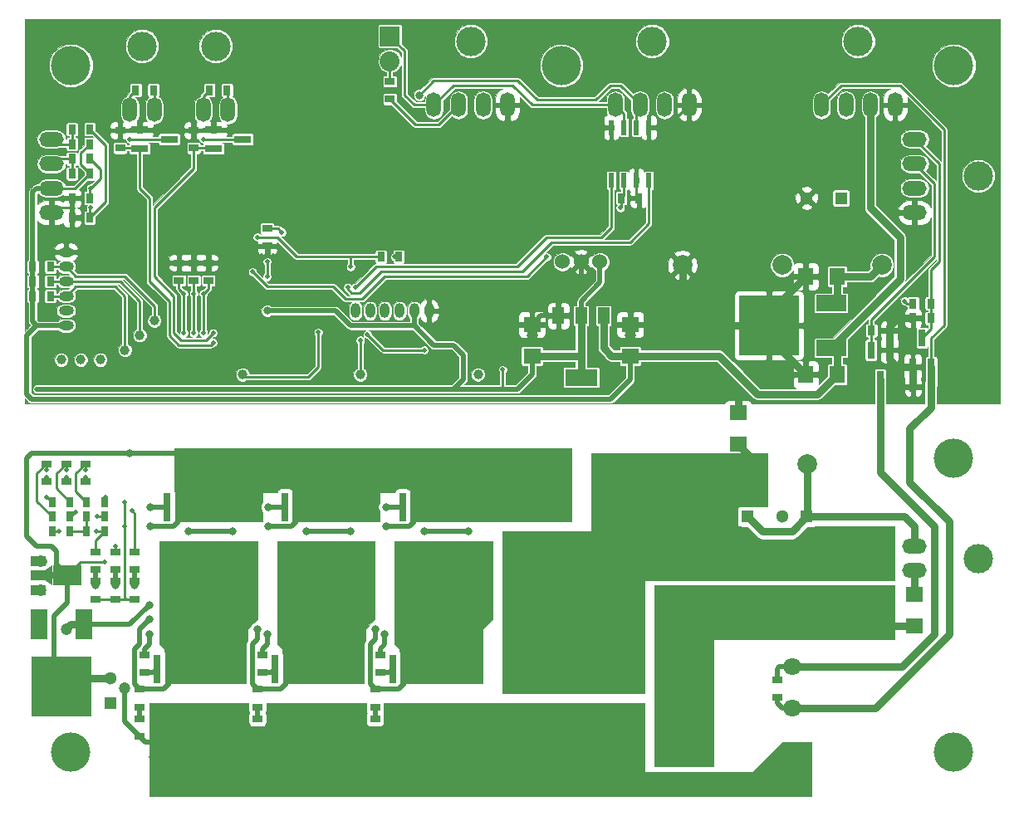
<source format=gbr>
G04 #@! TF.FileFunction,Copper,L2,Bot,Signal*
%FSLAX46Y46*%
G04 Gerber Fmt 4.6, Leading zero omitted, Abs format (unit mm)*
G04 Created by KiCad (PCBNEW 4.0.6) date 04/10/17 19:15:21*
%MOMM*%
%LPD*%
G01*
G04 APERTURE LIST*
%ADD10C,0.100000*%
%ADD11C,2.000000*%
%ADD12R,1.000000X0.800000*%
%ADD13R,0.800000X1.000000*%
%ADD14O,1.000000X1.524000*%
%ADD15O,1.524000X1.000000*%
%ADD16C,4.064000*%
%ADD17C,1.524000*%
%ADD18O,8.000000X3.500000*%
%ADD19R,1.651000X3.048000*%
%ADD20R,6.096000X6.096000*%
%ADD21C,1.300000*%
%ADD22R,1.300000X1.300000*%
%ADD23R,1.600000X1.800000*%
%ADD24R,1.800000X1.600000*%
%ADD25R,0.600000X1.550000*%
%ADD26R,3.048000X1.651000*%
%ADD27R,2.032000X2.032000*%
%ADD28O,2.032000X2.032000*%
%ADD29R,1.501140X1.000760*%
%ADD30R,2.999740X1.998980*%
%ADD31C,1.000000*%
%ADD32R,10.000000X8.000000*%
%ADD33R,0.800000X3.000000*%
%ADD34R,8.000000X3.000000*%
%ADD35R,1.800860X0.800100*%
%ADD36R,0.800100X1.800860*%
%ADD37C,3.500000*%
%ADD38C,1.800000*%
%ADD39R,1.200000X1.700000*%
%ADD40R,3.300000X1.700000*%
%ADD41O,1.500000X2.500000*%
%ADD42C,3.000000*%
%ADD43O,2.500000X1.500000*%
%ADD44C,4.000000*%
%ADD45C,1.200000*%
%ADD46C,0.500000*%
%ADD47C,0.800000*%
%ADD48C,0.800000*%
%ADD49C,0.250000*%
%ADD50C,0.500000*%
%ADD51C,1.500000*%
%ADD52C,0.026000*%
G04 APERTURE END LIST*
D10*
D11*
X80040000Y-45660000D03*
X74960000Y-45660000D03*
X67340000Y-45660000D03*
X67340000Y-25340000D03*
X77500000Y-25340000D03*
X87660000Y-25340000D03*
D12*
X36000000Y-71600000D03*
X36000000Y-73400000D03*
X24500000Y-65100000D03*
X24500000Y-66900000D03*
X12500000Y-65100000D03*
X12500000Y-66900000D03*
X36500000Y-65100000D03*
X36500000Y-66900000D03*
D13*
X6900000Y-13000000D03*
X5100000Y-13000000D03*
X6900000Y-16000000D03*
X5100000Y-16000000D03*
X1100000Y-25500000D03*
X2900000Y-25500000D03*
X1100000Y-27000000D03*
X2900000Y-27000000D03*
X1100000Y-28500000D03*
X2900000Y-28500000D03*
X38400000Y-24500000D03*
X36600000Y-24500000D03*
D12*
X25000000Y-21600000D03*
X25000000Y-23400000D03*
X24000000Y-73400000D03*
X24000000Y-71600000D03*
X12000000Y-71600000D03*
X12000000Y-73400000D03*
D14*
X41500000Y-30000000D03*
X40000000Y-30000000D03*
X38500000Y-30000000D03*
X37000000Y-30000000D03*
X35500000Y-30000000D03*
X34000000Y-30000000D03*
D15*
X4500000Y-24000000D03*
X4500000Y-25500000D03*
X4500000Y-27000000D03*
X4500000Y-28500000D03*
X4500000Y-30000000D03*
X4500000Y-31500000D03*
D16*
X31000000Y-63000000D03*
X19000000Y-63000000D03*
X43000000Y-63000000D03*
D12*
X24000000Y-68600000D03*
X24000000Y-70400000D03*
X12000000Y-68600000D03*
X12000000Y-70400000D03*
X36000000Y-68600000D03*
X36000000Y-70400000D03*
X9500000Y-57600000D03*
X9500000Y-59400000D03*
X11500000Y-57600000D03*
X11500000Y-59400000D03*
X7500000Y-57600000D03*
X7500000Y-59400000D03*
D17*
X58910000Y-25000000D03*
X57000000Y-25000000D03*
X55090000Y-25000000D03*
D18*
X52000000Y-46400000D03*
X62000000Y-46400000D03*
D19*
X1714000Y-62000000D03*
D20*
X4000000Y-68350000D03*
D19*
X6286000Y-62000000D03*
D21*
X9000000Y-67500000D03*
D22*
X9000000Y-70000000D03*
D23*
X83100000Y-36500000D03*
X79900000Y-36500000D03*
X83100000Y-26500000D03*
X79900000Y-26500000D03*
D24*
X52000000Y-34600000D03*
X52000000Y-31400000D03*
X62000000Y-34600000D03*
X62000000Y-31400000D03*
D13*
X5100000Y-20500000D03*
X6900000Y-20500000D03*
X6900000Y-11500000D03*
X5100000Y-11500000D03*
X5100000Y-18500000D03*
X6900000Y-18500000D03*
X6900000Y-14500000D03*
X5100000Y-14500000D03*
D25*
X63905000Y-16700000D03*
X62635000Y-16700000D03*
X61365000Y-16700000D03*
X60095000Y-16700000D03*
X60095000Y-11300000D03*
X61365000Y-11300000D03*
X62635000Y-11300000D03*
X63905000Y-11300000D03*
D26*
X82500000Y-29214000D03*
D20*
X76150000Y-31500000D03*
D26*
X82500000Y-33786000D03*
D27*
X37500000Y-2000000D03*
D28*
X37500000Y-4540000D03*
D12*
X37500000Y-6600000D03*
X37500000Y-8400000D03*
D13*
X61100000Y-18500000D03*
X62900000Y-18500000D03*
D29*
X1648340Y-58501140D03*
X1648340Y-57000000D03*
X1648340Y-55498860D03*
D30*
X4599820Y-57000000D03*
D10*
G36*
X2376050Y-56499620D02*
X3125350Y-55999240D01*
X3125350Y-58000760D01*
X2376050Y-57500380D01*
X2376050Y-56499620D01*
X2376050Y-56499620D01*
G37*
D31*
X13500000Y-31000000D03*
X12000000Y-32500000D03*
X10500000Y-34000000D03*
X4000000Y-35000000D03*
X6000000Y-35000000D03*
X8000000Y-35000000D03*
X34500000Y-36500000D03*
X22500000Y-36500000D03*
X46500000Y-36500000D03*
D32*
X30000000Y-74000000D03*
D33*
X25800000Y-66500000D03*
D34*
X30600000Y-66500000D03*
D32*
X31000000Y-57500000D03*
D33*
X26800000Y-50000000D03*
D34*
X31600000Y-50000000D03*
D32*
X18000000Y-74000000D03*
D33*
X13800000Y-66500000D03*
D34*
X18600000Y-66500000D03*
D32*
X19000000Y-57500000D03*
D33*
X14800000Y-50000000D03*
D34*
X19600000Y-50000000D03*
D32*
X42000000Y-74000000D03*
D33*
X37800000Y-66500000D03*
D34*
X42600000Y-66500000D03*
D32*
X43000000Y-57500000D03*
D33*
X38800000Y-50000000D03*
D34*
X43600000Y-50000000D03*
D13*
X13400000Y-7500000D03*
X11600000Y-7500000D03*
X20900000Y-7500000D03*
X19100000Y-7500000D03*
D12*
X77000000Y-69400000D03*
X77000000Y-67600000D03*
D16*
X87000000Y-55500000D03*
X87000000Y-61000000D03*
D35*
X11998860Y-13450000D03*
X11998860Y-11550000D03*
X15001140Y-12500000D03*
X19498860Y-13450000D03*
X19498860Y-11550000D03*
X22501140Y-12500000D03*
D36*
X92700000Y-35751140D03*
X90800000Y-35751140D03*
X91750000Y-32748860D03*
X86550000Y-33998860D03*
X88450000Y-33998860D03*
X87500000Y-37001140D03*
D12*
X10000000Y-13400000D03*
X10000000Y-11600000D03*
X17500000Y-13400000D03*
X17500000Y-11600000D03*
D13*
X90850000Y-29250000D03*
X92650000Y-29250000D03*
X92650000Y-37750000D03*
X90850000Y-37750000D03*
X86600000Y-32000000D03*
X88400000Y-32000000D03*
D37*
X78500000Y-76500000D03*
D38*
X78500000Y-66300000D03*
X78500000Y-70500000D03*
D37*
X80700000Y-60500000D03*
X66400000Y-74200000D03*
X66400000Y-63200000D03*
D24*
X91000000Y-58900000D03*
X91000000Y-62100000D03*
D39*
X54700000Y-30500000D03*
X57000000Y-30500000D03*
X59300000Y-30500000D03*
D40*
X57000000Y-36800000D03*
D41*
X89000000Y-9000000D03*
X86500000Y-9000000D03*
X84000000Y-9000000D03*
X81500000Y-9000000D03*
D42*
X85250000Y-2500000D03*
D43*
X91000000Y-56500000D03*
X91000000Y-54000000D03*
D42*
X97500000Y-55250000D03*
D21*
X80000000Y-18500000D03*
D22*
X83500000Y-18500000D03*
X80000000Y-51000000D03*
D21*
X77500000Y-51000000D03*
D22*
X74000000Y-51000000D03*
D21*
X71500000Y-51000000D03*
D24*
X73000000Y-43600000D03*
X73000000Y-40400000D03*
D12*
X16000000Y-25100000D03*
X16000000Y-26900000D03*
X17500000Y-25100000D03*
X17500000Y-26900000D03*
X19000000Y-25100000D03*
X19000000Y-26900000D03*
D13*
X6600000Y-52500000D03*
X8400000Y-52500000D03*
X6600000Y-51000000D03*
X8400000Y-51000000D03*
X4900000Y-52500000D03*
X3100000Y-52500000D03*
D12*
X2500000Y-47400000D03*
X2500000Y-45600000D03*
X6500000Y-47400000D03*
X6500000Y-45600000D03*
X4500000Y-47400000D03*
X4500000Y-45600000D03*
D13*
X4900000Y-51000000D03*
X3100000Y-51000000D03*
X8400000Y-49500000D03*
X6600000Y-49500000D03*
X3100000Y-49500000D03*
X4900000Y-49500000D03*
X92650000Y-30750000D03*
X90850000Y-30750000D03*
D12*
X11500000Y-56400000D03*
X11500000Y-54600000D03*
X9500000Y-56400000D03*
X9500000Y-54600000D03*
X7500000Y-56400000D03*
X7500000Y-54600000D03*
D41*
X49500000Y-9000000D03*
X47000000Y-9000000D03*
X44500000Y-9000000D03*
X42000000Y-9000000D03*
D42*
X45750000Y-2500000D03*
D41*
X68000000Y-9000000D03*
X65500000Y-9000000D03*
X63000000Y-9000000D03*
X60500000Y-9000000D03*
D42*
X64250000Y-2500000D03*
D43*
X91000000Y-20000000D03*
X91000000Y-17500000D03*
X91000000Y-15000000D03*
X91000000Y-12500000D03*
D42*
X97500000Y-16250000D03*
D43*
X3000000Y-12500000D03*
X3000000Y-15000000D03*
X3000000Y-17500000D03*
X3000000Y-20000000D03*
D41*
X13500000Y-9500000D03*
X11000000Y-9500000D03*
D42*
X12250000Y-3000000D03*
D41*
X21000000Y-9500000D03*
X18500000Y-9500000D03*
D42*
X19750000Y-3000000D03*
D44*
X95000000Y-5000000D03*
X55000000Y-5000000D03*
X95000000Y-45000000D03*
X5000000Y-5000000D03*
X95000000Y-75000000D03*
X5000000Y-75000000D03*
D45*
X73000000Y-38500000D03*
D46*
X23000000Y-6000000D03*
D45*
X52000000Y-32500000D03*
X62000000Y-32500000D03*
D46*
X49000000Y-29500000D03*
X44000000Y-36000000D03*
X24400000Y-25600000D03*
X24400000Y-24400000D03*
X25600000Y-24400000D03*
X25600000Y-25600000D03*
X40000000Y-36000000D03*
X1500000Y-36000000D03*
X32000000Y-36000000D03*
X28000000Y-36000000D03*
X20000000Y-36000000D03*
X16000000Y-36000000D03*
D47*
X25000000Y-63000000D03*
X25100000Y-50000000D03*
X13000000Y-63000000D03*
X13100000Y-50000000D03*
X37000000Y-63000000D03*
X37100000Y-50000000D03*
D45*
X13500000Y-74000000D03*
X15000000Y-74000000D03*
X16500000Y-74000000D03*
X16500000Y-75500000D03*
X15000000Y-75500000D03*
X13500000Y-75500000D03*
X31500000Y-74000000D03*
X33000000Y-74000000D03*
X34500000Y-74000000D03*
X34500000Y-75500000D03*
X33000000Y-75500000D03*
X31500000Y-75500000D03*
X49500000Y-74000000D03*
X51000000Y-74000000D03*
X52500000Y-74000000D03*
X52500000Y-75500000D03*
X51000000Y-75500000D03*
X49500000Y-75500000D03*
X10500000Y-68500000D03*
D46*
X61000000Y-19500000D03*
X38000000Y-24500000D03*
X25000000Y-25000000D03*
X25000000Y-26500000D03*
D47*
X25000000Y-30000000D03*
D46*
X49000000Y-36000000D03*
X44000000Y-38000000D03*
X37500000Y-38000000D03*
X1500000Y-38000000D03*
X32000000Y-38000000D03*
X25500000Y-38000000D03*
X13500000Y-38000000D03*
X19905000Y-38000000D03*
X23500000Y-26000000D03*
X53500000Y-24500000D03*
D47*
X7500000Y-58000000D03*
X36000000Y-62500000D03*
X4500000Y-67500000D03*
X2000000Y-67500000D03*
X11000000Y-44500000D03*
D46*
X8400000Y-55600000D03*
D45*
X5099820Y-57000000D03*
D47*
X13100000Y-52000000D03*
X25100000Y-52000000D03*
X37100000Y-52000000D03*
X9500000Y-58000000D03*
X24000000Y-62500000D03*
X11500000Y-58000000D03*
X13000000Y-61500000D03*
D45*
X1900000Y-58500000D03*
D47*
X13000000Y-60000000D03*
D45*
X4500000Y-62500000D03*
D47*
X21500000Y-52500000D03*
X17000000Y-52500000D03*
X33500000Y-52500000D03*
X29000000Y-52500000D03*
X45500000Y-52500000D03*
X41000000Y-52500000D03*
D46*
X2500000Y-47000000D03*
X6500000Y-47000000D03*
X4500000Y-47000000D03*
D45*
X1900000Y-55500000D03*
D46*
X90000000Y-29000000D03*
D47*
X40500000Y-8000000D03*
D46*
X33500000Y-25500000D03*
X24000000Y-22500000D03*
X26500000Y-22000000D03*
X6600000Y-51000000D03*
X10500000Y-52000000D03*
X10500000Y-49500000D03*
X35200000Y-32400000D03*
X41000000Y-34000000D03*
X34500000Y-33000000D03*
X30200000Y-32200000D03*
X34000000Y-27600000D03*
X33200000Y-27600000D03*
X18500000Y-32250000D03*
X18500000Y-28250000D03*
X17500000Y-32250000D03*
X17500000Y-28250000D03*
X16500000Y-28250000D03*
X16500000Y-32250000D03*
X7000000Y-19500000D03*
X7000000Y-17500000D03*
X11000000Y-12500000D03*
X18500000Y-12500000D03*
X19500000Y-33250000D03*
D45*
X2000000Y-62500000D03*
D46*
X19500000Y-32250000D03*
X2500000Y-46200000D03*
X6500000Y-46200000D03*
X4500000Y-46200000D03*
X5500000Y-50500000D03*
X8500000Y-49000000D03*
X2500000Y-49000000D03*
X7600000Y-52500000D03*
X11200000Y-50400000D03*
X7700000Y-51000000D03*
X3800000Y-52500000D03*
X9500000Y-54000000D03*
D48*
X67340000Y-25340000D02*
X67340000Y-28840000D01*
X70000000Y-31500000D02*
X76150000Y-31500000D01*
X67340000Y-28840000D02*
X70000000Y-31500000D01*
X73000000Y-40400000D02*
X73000000Y-38500000D01*
D49*
X63905000Y-11300000D02*
X65700000Y-11300000D01*
X65700000Y-11300000D02*
X68000000Y-9000000D01*
X62635000Y-15000000D02*
X61000000Y-15000000D01*
X60095000Y-14095000D02*
X60095000Y-11300000D01*
X61000000Y-15000000D02*
X60095000Y-14095000D01*
X62635000Y-16700000D02*
X62635000Y-15000000D01*
X62635000Y-15000000D02*
X62635000Y-14865000D01*
X63905000Y-13595000D02*
X63905000Y-11300000D01*
X62635000Y-14865000D02*
X63905000Y-13595000D01*
X62635000Y-16700000D02*
X62635000Y-18235000D01*
X62635000Y-18235000D02*
X62900000Y-18500000D01*
X19498860Y-11550000D02*
X21950000Y-11550000D01*
X23000000Y-10500000D02*
X23000000Y-6000000D01*
X21950000Y-11550000D02*
X23000000Y-10500000D01*
X11998860Y-11550000D02*
X17450000Y-11550000D01*
X17450000Y-11550000D02*
X17500000Y-11600000D01*
X17500000Y-11600000D02*
X19448860Y-11600000D01*
X19448860Y-11600000D02*
X19498860Y-11550000D01*
X10000000Y-11600000D02*
X11948860Y-11600000D01*
X11948860Y-11600000D02*
X11998860Y-11550000D01*
X3000000Y-20000000D02*
X3500000Y-19500000D01*
X3500000Y-19500000D02*
X5100000Y-19500000D01*
X5100000Y-18500000D02*
X5100000Y-19500000D01*
X5100000Y-19500000D02*
X5100000Y-20500000D01*
D48*
X79900000Y-36500000D02*
X76150000Y-32750000D01*
X76150000Y-32750000D02*
X76150000Y-31500000D01*
X79900000Y-26500000D02*
X76150000Y-30250000D01*
X76150000Y-30250000D02*
X76150000Y-31500000D01*
X90850000Y-30750000D02*
X89250000Y-30750000D01*
X89250000Y-30750000D02*
X88400000Y-31600000D01*
X88400000Y-31600000D02*
X88400000Y-32000000D01*
X88400000Y-32000000D02*
X88400000Y-33948860D01*
X88400000Y-33948860D02*
X88450000Y-33998860D01*
X90800000Y-35751140D02*
X90800000Y-37700000D01*
X90800000Y-37700000D02*
X90850000Y-37750000D01*
X88450000Y-33998860D02*
X88450000Y-34950000D01*
X89251140Y-35751140D02*
X90800000Y-35751140D01*
X88450000Y-34950000D02*
X89251140Y-35751140D01*
D49*
X19000000Y-25100000D02*
X22400000Y-25100000D01*
X23100000Y-24400000D02*
X24400000Y-24400000D01*
X22400000Y-25100000D02*
X23100000Y-24400000D01*
X17500000Y-25100000D02*
X16000000Y-25100000D01*
X19000000Y-25100000D02*
X17500000Y-25100000D01*
D48*
X52000000Y-31400000D02*
X52000000Y-32500000D01*
X62000000Y-32500000D02*
X62000000Y-31400000D01*
D49*
X90800000Y-37700000D02*
X90850000Y-37750000D01*
X25000000Y-24400000D02*
X25000000Y-23400000D01*
X52000000Y-30000000D02*
X52000000Y-31400000D01*
X51500000Y-29500000D02*
X52000000Y-30000000D01*
X49000000Y-29500000D02*
X51500000Y-29500000D01*
D50*
X57000000Y-25000000D02*
X57000000Y-26500000D01*
X54700000Y-28800000D02*
X54700000Y-30500000D01*
X57000000Y-26500000D02*
X54700000Y-28800000D01*
X52000000Y-31400000D02*
X52900000Y-30500000D01*
X52900000Y-30500000D02*
X54700000Y-30500000D01*
D49*
X24400000Y-24400000D02*
X24400000Y-25600000D01*
X25600000Y-24400000D02*
X25000000Y-24400000D01*
X25000000Y-24400000D02*
X24400000Y-24400000D01*
X25600000Y-25600000D02*
X25600000Y-24400000D01*
X4500000Y-23000000D02*
X4500000Y-24000000D01*
X3000000Y-21500000D02*
X4500000Y-23000000D01*
X3000000Y-20000000D02*
X3000000Y-21500000D01*
D48*
X86500000Y-9000000D02*
X86500000Y-19500000D01*
X89500000Y-26786000D02*
X82500000Y-33786000D01*
X89500000Y-22500000D02*
X89500000Y-26786000D01*
X86500000Y-19500000D02*
X89500000Y-22500000D01*
X83100000Y-36500000D02*
X81100000Y-38500000D01*
X71100000Y-34600000D02*
X62000000Y-34600000D01*
X75000000Y-38500000D02*
X71100000Y-34600000D01*
X81100000Y-38500000D02*
X75000000Y-38500000D01*
D49*
X6900000Y-16000000D02*
X5400000Y-17500000D01*
X5400000Y-17500000D02*
X3000000Y-17500000D01*
X6900000Y-13000000D02*
X6000000Y-13900000D01*
X6000000Y-15100000D02*
X6900000Y-16000000D01*
X6000000Y-13900000D02*
X6000000Y-15100000D01*
D48*
X83100000Y-36500000D02*
X83100000Y-34386000D01*
X83100000Y-34386000D02*
X82500000Y-33786000D01*
D50*
X1100000Y-17900000D02*
X1100000Y-25500000D01*
X3000000Y-17500000D02*
X1500000Y-17500000D01*
X1500000Y-17500000D02*
X1100000Y-17900000D01*
X1100000Y-27000000D02*
X1100000Y-25500000D01*
X1100000Y-28500000D02*
X1100000Y-27000000D01*
X1500000Y-31500000D02*
X1100000Y-31100000D01*
X1100000Y-31100000D02*
X1100000Y-28500000D01*
X4500000Y-31500000D02*
X1500000Y-31500000D01*
X500000Y-32500000D02*
X500000Y-38500000D01*
X1500000Y-31500000D02*
X500000Y-32500000D01*
X62000000Y-34600000D02*
X62000000Y-37000000D01*
X1000000Y-39000000D02*
X500000Y-38500000D01*
X60000000Y-39000000D02*
X1000000Y-39000000D01*
X62000000Y-37000000D02*
X60000000Y-39000000D01*
D48*
X62000000Y-34600000D02*
X60100000Y-34600000D01*
X60100000Y-34600000D02*
X59300000Y-33800000D01*
X59300000Y-33800000D02*
X59300000Y-30500000D01*
D50*
X3000000Y-17500000D02*
X2000000Y-17500000D01*
X24500000Y-65100000D02*
X24500000Y-64500000D01*
X25000000Y-64000000D02*
X25000000Y-63000000D01*
X24500000Y-64500000D02*
X25000000Y-64000000D01*
X25800000Y-66500000D02*
X25400000Y-66900000D01*
X25400000Y-66900000D02*
X24500000Y-66900000D01*
X25100000Y-50000000D02*
X26800000Y-50000000D01*
X12500000Y-64500000D02*
X13000000Y-64000000D01*
X13000000Y-64000000D02*
X13000000Y-63000000D01*
X12500000Y-65100000D02*
X12500000Y-64500000D01*
X13800000Y-66500000D02*
X13400000Y-66900000D01*
X13400000Y-66900000D02*
X12500000Y-66900000D01*
X13100000Y-50000000D02*
X14800000Y-50000000D01*
X36500000Y-65100000D02*
X36500000Y-64500000D01*
X37000000Y-64000000D02*
X37000000Y-63000000D01*
X36500000Y-64500000D02*
X37000000Y-64000000D01*
X36500000Y-66900000D02*
X37400000Y-66900000D01*
X37400000Y-66900000D02*
X37800000Y-66500000D01*
X37100000Y-50000000D02*
X38800000Y-50000000D01*
D48*
X13500000Y-74000000D02*
X15000000Y-74000000D01*
X16500000Y-74000000D02*
X16500000Y-75500000D01*
X15000000Y-75500000D02*
X13500000Y-75500000D01*
X31500000Y-74000000D02*
X33000000Y-74000000D01*
X34500000Y-74000000D02*
X34500000Y-75500000D01*
X33000000Y-75500000D02*
X31500000Y-75500000D01*
X49500000Y-74000000D02*
X51000000Y-74000000D01*
X52500000Y-74000000D02*
X52500000Y-75500000D01*
X51000000Y-75500000D02*
X49500000Y-75500000D01*
D50*
X10500000Y-71900000D02*
X12000000Y-73400000D01*
X10500000Y-71900000D02*
X10500000Y-68500000D01*
D51*
X78500000Y-76000000D02*
X76500000Y-78000000D01*
X76500000Y-78000000D02*
X55000000Y-78000000D01*
X55000000Y-78000000D02*
X51000000Y-74000000D01*
X51000000Y-74000000D02*
X42000000Y-74000000D01*
D48*
X16900000Y-75100000D02*
X18000000Y-74000000D01*
D51*
X45000000Y-77000000D02*
X42000000Y-74000000D01*
D50*
X12000000Y-73400000D02*
X12600000Y-74000000D01*
X12600000Y-74000000D02*
X18000000Y-74000000D01*
X24000000Y-73400000D02*
X23400000Y-74000000D01*
X23400000Y-74000000D02*
X18000000Y-74000000D01*
X30000000Y-74000000D02*
X24600000Y-74000000D01*
X24600000Y-74000000D02*
X24000000Y-73400000D01*
X36000000Y-73400000D02*
X35400000Y-74000000D01*
X35400000Y-74000000D02*
X30000000Y-74000000D01*
X42000000Y-74000000D02*
X36600000Y-74000000D01*
X36600000Y-74000000D02*
X36000000Y-73400000D01*
X45600000Y-71400000D02*
X42000000Y-75000000D01*
X33600000Y-71400000D02*
X30000000Y-75000000D01*
X21600000Y-71400000D02*
X18000000Y-75000000D01*
D49*
X61100000Y-19400000D02*
X61100000Y-18500000D01*
X61000000Y-19500000D02*
X61100000Y-19400000D01*
X61365000Y-16700000D02*
X61365000Y-18235000D01*
X61365000Y-18235000D02*
X61100000Y-18500000D01*
X38400000Y-24500000D02*
X38000000Y-24500000D01*
X25000000Y-25000000D02*
X25000000Y-26500000D01*
D50*
X40000000Y-31500000D02*
X33500000Y-31500000D01*
X33500000Y-31500000D02*
X32000000Y-30000000D01*
X32000000Y-30000000D02*
X25000000Y-30000000D01*
D49*
X49000000Y-36000000D02*
X49000000Y-38000000D01*
D50*
X52000000Y-34600000D02*
X52000000Y-36500000D01*
X50500000Y-38000000D02*
X49000000Y-38000000D01*
X49000000Y-38000000D02*
X44000000Y-38000000D01*
X52000000Y-36500000D02*
X50500000Y-38000000D01*
D48*
X52000000Y-34600000D02*
X57000000Y-34600000D01*
X57000000Y-34600000D02*
X57000000Y-34500000D01*
X57000000Y-36800000D02*
X57000000Y-34500000D01*
X57000000Y-34500000D02*
X57000000Y-30500000D01*
D50*
X57000000Y-30500000D02*
X57000000Y-29000000D01*
X58910000Y-27090000D02*
X58910000Y-25000000D01*
X57000000Y-29000000D02*
X58910000Y-27090000D01*
X40000000Y-30000000D02*
X40000000Y-31500000D01*
X45000000Y-37000000D02*
X44000000Y-38000000D01*
X45000000Y-34500000D02*
X45000000Y-37000000D01*
X44000000Y-33500000D02*
X45000000Y-34500000D01*
X42000000Y-33500000D02*
X44000000Y-33500000D01*
X40000000Y-31500000D02*
X42000000Y-33500000D01*
X37500000Y-38000000D02*
X44000000Y-38000000D01*
X34000000Y-38000000D02*
X35400000Y-38000000D01*
X35400000Y-38000000D02*
X37500000Y-38000000D01*
X13500000Y-38000000D02*
X1500000Y-38000000D01*
X32000000Y-38000000D02*
X34000000Y-38000000D01*
X25500000Y-38000000D02*
X32000000Y-38000000D01*
X19905000Y-38000000D02*
X25500000Y-38000000D01*
X19905000Y-38000000D02*
X13500000Y-38000000D01*
X19905000Y-38000000D02*
X20000000Y-38000000D01*
D49*
X33000000Y-28800000D02*
X31700000Y-27500000D01*
X31700000Y-27500000D02*
X25000000Y-27500000D01*
X23500000Y-26000000D02*
X25000000Y-27500000D01*
X33000000Y-28800000D02*
X34700000Y-28800000D01*
X34700000Y-28800000D02*
X37000000Y-26500000D01*
X37000000Y-26500000D02*
X51500000Y-26500000D01*
X53500000Y-24500000D02*
X51500000Y-26500000D01*
D50*
X7500000Y-58000000D02*
X7500000Y-57600000D01*
X7500000Y-56400000D02*
X7500000Y-57600000D01*
X36000000Y-68600000D02*
X38400000Y-68600000D01*
X38400000Y-68600000D02*
X39000000Y-68000000D01*
X39000000Y-68000000D02*
X39000000Y-66500000D01*
X39000000Y-66500000D02*
X42500000Y-66500000D01*
X42500000Y-66500000D02*
X42600000Y-66500000D01*
X35500000Y-64000000D02*
X36000000Y-63500000D01*
X36000000Y-63500000D02*
X36000000Y-62500000D01*
X35500000Y-68100000D02*
X35500000Y-64000000D01*
X35500000Y-68100000D02*
X36000000Y-68600000D01*
D49*
X4500000Y-67500000D02*
X4000000Y-68000000D01*
X4000000Y-68000000D02*
X4000000Y-68350000D01*
X2000000Y-67500000D02*
X2850000Y-68350000D01*
X2850000Y-68350000D02*
X4000000Y-68350000D01*
X2750700Y-57000000D02*
X1648340Y-57000000D01*
X2750700Y-57000000D02*
X4599820Y-57000000D01*
X1648340Y-57000000D02*
X4599820Y-57000000D01*
D50*
X4000000Y-68350000D02*
X3300000Y-67650000D01*
X3300000Y-67650000D02*
X3300000Y-61100000D01*
X4599820Y-59800180D02*
X4599820Y-57000000D01*
X3300000Y-61100000D02*
X4599820Y-59800180D01*
D49*
X5999820Y-55600000D02*
X4599820Y-57000000D01*
X8400000Y-55600000D02*
X5999820Y-55600000D01*
D50*
X4599820Y-57000000D02*
X3500000Y-55900180D01*
X1000000Y-44500000D02*
X11000000Y-44500000D01*
X11000000Y-44500000D02*
X18500000Y-44500000D01*
X500000Y-45000000D02*
X1000000Y-44500000D01*
X500000Y-53000000D02*
X500000Y-45000000D01*
X1500000Y-54000000D02*
X500000Y-53000000D01*
X3000000Y-54000000D02*
X1500000Y-54000000D01*
X3500000Y-54500000D02*
X3000000Y-54000000D01*
X3500000Y-55900180D02*
X3500000Y-54500000D01*
D48*
X9000000Y-67500000D02*
X4850000Y-67500000D01*
X4850000Y-67500000D02*
X4000000Y-68350000D01*
X3250700Y-57000000D02*
X3750000Y-56500700D01*
D50*
X4000000Y-65600000D02*
X4000000Y-67850000D01*
X4000000Y-66600000D02*
X4000000Y-67850000D01*
X5500000Y-57400180D02*
X5099820Y-57000000D01*
X3250700Y-57000000D02*
X5099820Y-57000000D01*
X2148340Y-57000000D02*
X3250700Y-57000000D01*
X16000000Y-51500000D02*
X15500000Y-52000000D01*
X13100000Y-52000000D02*
X15500000Y-52000000D01*
X16000000Y-51500000D02*
X16000000Y-50000000D01*
X16000000Y-50000000D02*
X19600000Y-50000000D01*
X28000000Y-51500000D02*
X27500000Y-52000000D01*
X25100000Y-52000000D02*
X27500000Y-52000000D01*
X28000000Y-51500000D02*
X28000000Y-50000000D01*
X28000000Y-50000000D02*
X31600000Y-50000000D01*
X40000000Y-51500000D02*
X39500000Y-52000000D01*
X37100000Y-52000000D02*
X39500000Y-52000000D01*
X40000000Y-51500000D02*
X40000000Y-50000000D01*
X40000000Y-50000000D02*
X43600000Y-50000000D01*
X16000000Y-50000000D02*
X19600000Y-50000000D01*
X28000000Y-50000000D02*
X31600000Y-50000000D01*
X40000000Y-50000000D02*
X43600000Y-50000000D01*
D48*
X30600000Y-46100000D02*
X32200000Y-44500000D01*
X42600000Y-46100000D02*
X42600000Y-50000000D01*
X41000000Y-44500000D02*
X42600000Y-46100000D01*
X32200000Y-44500000D02*
X41000000Y-44500000D01*
X18500000Y-44500000D02*
X29000000Y-44500000D01*
X30600000Y-46100000D02*
X30600000Y-50000000D01*
X29000000Y-44500000D02*
X30600000Y-46100000D01*
X18600000Y-44600000D02*
X18600000Y-50000000D01*
X18500000Y-44500000D02*
X18600000Y-44600000D01*
D50*
X9500000Y-58000000D02*
X9500000Y-57600000D01*
X9500000Y-56400000D02*
X9500000Y-57600000D01*
X24000000Y-68600000D02*
X26400000Y-68600000D01*
X26400000Y-68600000D02*
X27000000Y-68000000D01*
X27000000Y-68000000D02*
X27000000Y-66500000D01*
X27000000Y-66500000D02*
X30500000Y-66500000D01*
X30500000Y-66500000D02*
X30600000Y-66500000D01*
X23500000Y-68100000D02*
X24000000Y-68600000D01*
X24000000Y-62500000D02*
X24000000Y-63500000D01*
X24000000Y-63500000D02*
X23500000Y-64000000D01*
X23500000Y-64000000D02*
X23500000Y-68100000D01*
X11500000Y-58000000D02*
X11500000Y-57600000D01*
X11500000Y-56400000D02*
X11500000Y-57600000D01*
X12000000Y-62500000D02*
X13000000Y-61500000D01*
X12000000Y-68600000D02*
X14400000Y-68600000D01*
X14400000Y-68600000D02*
X15000000Y-68000000D01*
X15000000Y-68000000D02*
X15000000Y-66500000D01*
X15000000Y-66500000D02*
X18000000Y-66500000D01*
X18000000Y-66500000D02*
X18600000Y-66500000D01*
X11500000Y-68100000D02*
X12000000Y-68600000D01*
X11500000Y-64500000D02*
X11500000Y-68100000D01*
X12000000Y-64000000D02*
X11500000Y-64500000D01*
X12000000Y-62500000D02*
X12000000Y-64000000D01*
D49*
X1900000Y-58500000D02*
X1898860Y-58501140D01*
X1898860Y-58501140D02*
X1648340Y-58501140D01*
D50*
X6286000Y-62000000D02*
X11000000Y-62000000D01*
X11000000Y-62000000D02*
X13000000Y-60000000D01*
D48*
X5000000Y-62000000D02*
X6286000Y-62000000D01*
X4500000Y-62500000D02*
X5000000Y-62000000D01*
D50*
X21500000Y-52500000D02*
X17000000Y-52500000D01*
X33500000Y-52500000D02*
X29000000Y-52500000D01*
X45500000Y-52500000D02*
X41000000Y-52500000D01*
X24000000Y-71600000D02*
X24000000Y-70400000D01*
D49*
X2500000Y-47000000D02*
X2500000Y-47400000D01*
X6500000Y-47400000D02*
X6500000Y-47000000D01*
X4500000Y-47400000D02*
X4500000Y-47000000D01*
D48*
X1900000Y-55500000D02*
X2147200Y-55500000D01*
X2147200Y-55500000D02*
X2148340Y-55498860D01*
D49*
X4500000Y-25500000D02*
X5500000Y-26500000D01*
X13500000Y-29500000D02*
X13500000Y-31000000D01*
X10500000Y-26500000D02*
X13500000Y-29500000D01*
X5500000Y-26500000D02*
X10500000Y-26500000D01*
X4500000Y-25500000D02*
X2900000Y-25500000D01*
X12000000Y-32500000D02*
X12000000Y-29000000D01*
X10000000Y-27000000D02*
X4500000Y-27000000D01*
X12000000Y-29000000D02*
X10000000Y-27000000D01*
X2900000Y-27000000D02*
X4500000Y-27000000D01*
X4500000Y-28500000D02*
X5500000Y-27500000D01*
X10500000Y-28500000D02*
X10500000Y-34000000D01*
X9500000Y-27500000D02*
X10500000Y-28500000D01*
X5500000Y-27500000D02*
X9500000Y-27500000D01*
X4500000Y-28500000D02*
X5000000Y-28500000D01*
X4500000Y-28500000D02*
X2900000Y-28500000D01*
X21000000Y-9500000D02*
X21000000Y-7600000D01*
X21000000Y-7600000D02*
X20900000Y-7500000D01*
X13500000Y-9500000D02*
X13500000Y-7600000D01*
X13500000Y-7600000D02*
X13400000Y-7500000D01*
X90850000Y-29250000D02*
X90250000Y-29250000D01*
X90250000Y-29250000D02*
X90000000Y-29000000D01*
D48*
X87660000Y-25340000D02*
X86500000Y-26500000D01*
X86500000Y-26500000D02*
X83100000Y-26500000D01*
X83100000Y-26500000D02*
X83100000Y-28614000D01*
X83100000Y-28614000D02*
X82500000Y-29214000D01*
D49*
X63000000Y-9000000D02*
X61000000Y-7000000D01*
X42000000Y-6500000D02*
X40500000Y-8000000D01*
X50500000Y-6500000D02*
X42000000Y-6500000D01*
X52500000Y-8500000D02*
X50500000Y-6500000D01*
X58500000Y-8500000D02*
X52500000Y-8500000D01*
X60000000Y-7000000D02*
X58500000Y-8500000D01*
X61000000Y-7000000D02*
X60000000Y-7000000D01*
X63000000Y-9000000D02*
X62635000Y-9365000D01*
X62635000Y-9365000D02*
X62635000Y-11300000D01*
X37500000Y-8400000D02*
X40100000Y-11000000D01*
X40100000Y-11000000D02*
X42500000Y-11000000D01*
X42500000Y-11000000D02*
X44500000Y-9000000D01*
X60500000Y-9000000D02*
X52000000Y-9000000D01*
X44000000Y-7000000D02*
X42000000Y-9000000D01*
X50000000Y-7000000D02*
X44000000Y-7000000D01*
X52000000Y-9000000D02*
X50000000Y-7000000D01*
X60500000Y-9000000D02*
X61365000Y-9865000D01*
X61365000Y-9865000D02*
X61365000Y-11300000D01*
X37500000Y-2000000D02*
X39000000Y-3500000D01*
X39000000Y-3500000D02*
X39000000Y-8000000D01*
X39000000Y-8000000D02*
X40000000Y-9000000D01*
X40000000Y-9000000D02*
X42000000Y-9000000D01*
X5100000Y-14500000D02*
X3500000Y-14500000D01*
X3500000Y-14500000D02*
X3000000Y-15000000D01*
X5100000Y-14500000D02*
X5100000Y-16000000D01*
X3000000Y-12500000D02*
X3500000Y-13000000D01*
X3500000Y-13000000D02*
X5100000Y-13000000D01*
X5100000Y-11500000D02*
X5100000Y-13000000D01*
X33500000Y-24500000D02*
X28000000Y-24500000D01*
X28000000Y-24500000D02*
X26000000Y-22500000D01*
X36600000Y-24500000D02*
X33500000Y-24500000D01*
X33500000Y-25500000D02*
X33500000Y-24500000D01*
X24000000Y-22500000D02*
X26000000Y-22500000D01*
X25000000Y-21600000D02*
X26100000Y-21600000D01*
X26100000Y-21600000D02*
X26500000Y-22000000D01*
X6600000Y-52500000D02*
X6600000Y-51000000D01*
X10600000Y-59400000D02*
X10500000Y-59300000D01*
X10500000Y-59300000D02*
X10500000Y-52000000D01*
X9500000Y-59400000D02*
X10600000Y-59400000D01*
X10600000Y-59400000D02*
X11500000Y-59400000D01*
X7500000Y-59400000D02*
X9500000Y-59400000D01*
X10500000Y-52000000D02*
X10500000Y-49500000D01*
X6600000Y-52500000D02*
X4900000Y-52500000D01*
X35200000Y-32400000D02*
X36800000Y-34000000D01*
X36800000Y-34000000D02*
X41000000Y-34000000D01*
X34500000Y-33000000D02*
X34500000Y-36500000D01*
X34500000Y-34500000D02*
X34500000Y-36500000D01*
X34500000Y-36500000D02*
X34500000Y-34500000D01*
X30200000Y-32200000D02*
X30200000Y-35750000D01*
X30200000Y-35750000D02*
X29200000Y-36750000D01*
X22500000Y-36500000D02*
X22750000Y-36750000D01*
X22750000Y-36750000D02*
X29200000Y-36750000D01*
X60095000Y-16700000D02*
X60095000Y-21500000D01*
X50500000Y-25500000D02*
X53500000Y-22500000D01*
X36100000Y-25500000D02*
X50500000Y-25500000D01*
X34000000Y-27600000D02*
X36100000Y-25500000D01*
X59095000Y-22500000D02*
X53500000Y-22500000D01*
X60095000Y-21500000D02*
X59095000Y-22500000D01*
X54000000Y-23000000D02*
X62000000Y-23000000D01*
X36600000Y-26000000D02*
X51000000Y-26000000D01*
X34400000Y-28200000D02*
X36600000Y-26000000D01*
X54000000Y-23000000D02*
X51000000Y-26000000D01*
X33600000Y-28200000D02*
X34400000Y-28200000D01*
X33200000Y-27800000D02*
X33600000Y-28200000D01*
X33200000Y-27600000D02*
X33200000Y-27800000D01*
X63905000Y-21095000D02*
X63905000Y-16700000D01*
X62000000Y-23000000D02*
X63905000Y-21095000D01*
X18500000Y-28250000D02*
X19000000Y-27750000D01*
X19000000Y-27750000D02*
X19000000Y-26900000D01*
X18500000Y-28250000D02*
X18500000Y-32250000D01*
X17500000Y-26900000D02*
X17500000Y-28250000D01*
X17500000Y-32250000D02*
X17500000Y-28250000D01*
X16500000Y-28250000D02*
X16000000Y-27750000D01*
X16000000Y-27750000D02*
X16000000Y-26900000D01*
X16500000Y-28250000D02*
X16500000Y-32250000D01*
D50*
X12000000Y-71600000D02*
X12000000Y-70400000D01*
X36000000Y-71600000D02*
X36000000Y-70400000D01*
D49*
X6900000Y-20500000D02*
X8500000Y-18900000D01*
X8500000Y-13100000D02*
X6900000Y-11500000D01*
X8500000Y-18900000D02*
X8500000Y-13100000D01*
X6900000Y-20500000D02*
X6900000Y-19600000D01*
X6900000Y-19600000D02*
X7000000Y-19500000D01*
X7000000Y-20400000D02*
X6900000Y-20500000D01*
X6900000Y-14500000D02*
X8000000Y-15600000D01*
X8000000Y-16500000D02*
X7000000Y-17500000D01*
X8000000Y-15600000D02*
X8000000Y-16500000D01*
X6900000Y-18500000D02*
X6900000Y-17600000D01*
X6900000Y-17600000D02*
X7000000Y-17500000D01*
X37500000Y-4540000D02*
X37500000Y-6600000D01*
X15001140Y-12500000D02*
X11000000Y-12500000D01*
X11000000Y-9500000D02*
X11000000Y-8100000D01*
X11000000Y-8100000D02*
X11600000Y-7500000D01*
X18500000Y-12500000D02*
X22501140Y-12500000D01*
X18500000Y-9500000D02*
X18500000Y-8100000D01*
X18500000Y-8100000D02*
X19100000Y-7500000D01*
X81500000Y-9000000D02*
X83500000Y-7000000D01*
X92700000Y-32800000D02*
X92700000Y-35751140D01*
X94000000Y-31500000D02*
X92700000Y-32800000D01*
X94000000Y-11500000D02*
X94000000Y-31500000D01*
X89500000Y-7000000D02*
X94000000Y-11500000D01*
X83500000Y-7000000D02*
X89500000Y-7000000D01*
D48*
X92700000Y-35751140D02*
X92700000Y-37700000D01*
X92700000Y-37700000D02*
X92650000Y-37750000D01*
X78500000Y-70500000D02*
X87000000Y-70500000D01*
X92650000Y-39850000D02*
X92650000Y-37750000D01*
X90500000Y-42000000D02*
X92650000Y-39850000D01*
X90500000Y-47500000D02*
X90500000Y-42000000D01*
X94500000Y-51500000D02*
X90500000Y-47500000D01*
X94500000Y-63000000D02*
X94500000Y-51500000D01*
X87000000Y-70500000D02*
X94500000Y-63000000D01*
D50*
X77000000Y-69400000D02*
X77000000Y-70000000D01*
X77500000Y-70500000D02*
X78500000Y-70500000D01*
X77000000Y-70000000D02*
X77500000Y-70500000D01*
D49*
X92700000Y-37700000D02*
X92650000Y-37750000D01*
D48*
X87500000Y-37001140D02*
X87500000Y-46500000D01*
X89700000Y-66300000D02*
X78500000Y-66300000D01*
X93000000Y-63000000D02*
X89700000Y-66300000D01*
X93000000Y-52000000D02*
X93000000Y-63000000D01*
X87500000Y-46500000D02*
X93000000Y-52000000D01*
D50*
X77000000Y-67600000D02*
X77000000Y-66500000D01*
X77200000Y-66300000D02*
X78500000Y-66300000D01*
X77000000Y-66500000D02*
X77200000Y-66300000D01*
D49*
X13000000Y-27000000D02*
X13000000Y-18500000D01*
X19500000Y-33250000D02*
X19250000Y-33500000D01*
X19250000Y-33500000D02*
X16000000Y-33500000D01*
X16000000Y-33500000D02*
X15000000Y-32500000D01*
X15000000Y-32500000D02*
X15000000Y-29000000D01*
X15000000Y-29000000D02*
X13000000Y-27000000D01*
X11998860Y-17498860D02*
X11998860Y-13450000D01*
X13000000Y-18500000D02*
X11998860Y-17498860D01*
X10000000Y-13400000D02*
X11948860Y-13400000D01*
X11948860Y-13400000D02*
X11998860Y-13450000D01*
X92650000Y-29250000D02*
X92650000Y-25850000D01*
X93500000Y-15000000D02*
X91000000Y-12500000D01*
X93500000Y-25000000D02*
X93500000Y-15000000D01*
X92650000Y-25850000D02*
X93500000Y-25000000D01*
X92650000Y-30750000D02*
X92650000Y-29250000D01*
X91750000Y-32748860D02*
X92650000Y-31848860D01*
X92650000Y-31848860D02*
X92650000Y-30750000D01*
X91000000Y-15000000D02*
X93000000Y-17000000D01*
X86600000Y-30900000D02*
X86600000Y-32000000D01*
X93000000Y-24500000D02*
X86600000Y-30900000D01*
X93000000Y-17000000D02*
X93000000Y-24500000D01*
X86550000Y-33998860D02*
X86600000Y-33948860D01*
X86600000Y-33948860D02*
X86600000Y-32000000D01*
D48*
X73000000Y-43600000D02*
X73000000Y-43700000D01*
X73000000Y-43700000D02*
X74960000Y-45660000D01*
X80000000Y-51000000D02*
X90000000Y-51000000D01*
X91000000Y-52000000D02*
X91000000Y-54000000D01*
X90000000Y-51000000D02*
X91000000Y-52000000D01*
X2000000Y-62500000D02*
X1714000Y-62214000D01*
X1714000Y-62214000D02*
X1714000Y-62000000D01*
X80000000Y-51000000D02*
X80040000Y-50960000D01*
X80040000Y-50960000D02*
X80040000Y-45660000D01*
X74000000Y-51000000D02*
X75500000Y-52500000D01*
X75500000Y-52500000D02*
X78500000Y-52500000D01*
X78500000Y-52500000D02*
X80000000Y-51000000D01*
X91000000Y-56500000D02*
X91000000Y-58900000D01*
X91000000Y-62100000D02*
X88100000Y-62100000D01*
X88100000Y-62100000D02*
X87000000Y-61000000D01*
D49*
X13500000Y-26500000D02*
X13500000Y-19500000D01*
X19500000Y-32250000D02*
X18750000Y-33000000D01*
X18750000Y-33000000D02*
X16250000Y-33000000D01*
X16250000Y-33000000D02*
X15500000Y-32250000D01*
X15500000Y-32250000D02*
X15500000Y-28500000D01*
X15500000Y-28500000D02*
X13500000Y-26500000D01*
X17500000Y-15500000D02*
X17500000Y-13400000D01*
X13500000Y-19500000D02*
X17500000Y-15500000D01*
X17500000Y-13400000D02*
X19448860Y-13400000D01*
X19448860Y-13400000D02*
X19498860Y-13450000D01*
X2500000Y-45600000D02*
X2500000Y-46200000D01*
X2500000Y-45600000D02*
X1500000Y-46600000D01*
X1500000Y-49400000D02*
X3100000Y-51000000D01*
X1500000Y-46600000D02*
X1500000Y-49400000D01*
X6500000Y-45600000D02*
X6500000Y-46200000D01*
X6500000Y-45600000D02*
X5500000Y-46600000D01*
X5500000Y-48400000D02*
X6600000Y-49500000D01*
X5500000Y-46600000D02*
X5500000Y-48400000D01*
X4500000Y-45600000D02*
X4500000Y-46200000D01*
X4500000Y-45600000D02*
X3500000Y-46600000D01*
X3500000Y-48100000D02*
X4900000Y-49500000D01*
X3500000Y-46600000D02*
X3500000Y-48100000D01*
X4900000Y-49350000D02*
X4900000Y-49500000D01*
X5500000Y-50500000D02*
X5000000Y-51000000D01*
X5000000Y-51000000D02*
X4900000Y-51000000D01*
X8400000Y-49500000D02*
X8400000Y-49100000D01*
X8400000Y-49100000D02*
X8500000Y-49000000D01*
X2500000Y-49000000D02*
X2600000Y-49000000D01*
X2600000Y-49000000D02*
X3100000Y-49500000D01*
X7500000Y-54600000D02*
X7500000Y-53400000D01*
X7500000Y-53400000D02*
X8400000Y-52500000D01*
X8400000Y-52500000D02*
X7600000Y-52500000D01*
X11500000Y-54600000D02*
X11500000Y-50700000D01*
X11500000Y-50700000D02*
X11200000Y-50400000D01*
X8400000Y-51000000D02*
X7700000Y-51000000D01*
X3100000Y-52500000D02*
X3800000Y-52500000D01*
X9500000Y-54600000D02*
X9500000Y-54000000D01*
D52*
G36*
X55987000Y-51487000D02*
X39600699Y-51487000D01*
X39600699Y-48500000D01*
X39573296Y-48354363D01*
X39487224Y-48220604D01*
X39355894Y-48130870D01*
X39200000Y-48099301D01*
X38400000Y-48099301D01*
X38254363Y-48126704D01*
X38120604Y-48212776D01*
X38030870Y-48344106D01*
X38001934Y-48487000D01*
X36500000Y-48487000D01*
X36494942Y-48488024D01*
X36490681Y-48490935D01*
X36487889Y-48495275D01*
X36487000Y-48500000D01*
X36487000Y-49491437D01*
X36428119Y-49550215D01*
X36307138Y-49841570D01*
X36306862Y-50157045D01*
X36427335Y-50448612D01*
X36487000Y-50508381D01*
X36487000Y-51487000D01*
X27600699Y-51487000D01*
X27600699Y-48500000D01*
X27573296Y-48354363D01*
X27487224Y-48220604D01*
X27355894Y-48130870D01*
X27200000Y-48099301D01*
X26400000Y-48099301D01*
X26254363Y-48126704D01*
X26120604Y-48212776D01*
X26030870Y-48344106D01*
X26001934Y-48487000D01*
X24500000Y-48487000D01*
X24494942Y-48488024D01*
X24490681Y-48490935D01*
X24487889Y-48495275D01*
X24487000Y-48500000D01*
X24487000Y-49491437D01*
X24428119Y-49550215D01*
X24307138Y-49841570D01*
X24306862Y-50157045D01*
X24427335Y-50448612D01*
X24487000Y-50508381D01*
X24487000Y-51487000D01*
X15600699Y-51487000D01*
X15600699Y-48500000D01*
X15573296Y-48354363D01*
X15513000Y-48260661D01*
X15513000Y-44013000D01*
X55987000Y-44013000D01*
X55987000Y-51487000D01*
X55987000Y-51487000D01*
G37*
X55987000Y-51487000D02*
X39600699Y-51487000D01*
X39600699Y-48500000D01*
X39573296Y-48354363D01*
X39487224Y-48220604D01*
X39355894Y-48130870D01*
X39200000Y-48099301D01*
X38400000Y-48099301D01*
X38254363Y-48126704D01*
X38120604Y-48212776D01*
X38030870Y-48344106D01*
X38001934Y-48487000D01*
X36500000Y-48487000D01*
X36494942Y-48488024D01*
X36490681Y-48490935D01*
X36487889Y-48495275D01*
X36487000Y-48500000D01*
X36487000Y-49491437D01*
X36428119Y-49550215D01*
X36307138Y-49841570D01*
X36306862Y-50157045D01*
X36427335Y-50448612D01*
X36487000Y-50508381D01*
X36487000Y-51487000D01*
X27600699Y-51487000D01*
X27600699Y-48500000D01*
X27573296Y-48354363D01*
X27487224Y-48220604D01*
X27355894Y-48130870D01*
X27200000Y-48099301D01*
X26400000Y-48099301D01*
X26254363Y-48126704D01*
X26120604Y-48212776D01*
X26030870Y-48344106D01*
X26001934Y-48487000D01*
X24500000Y-48487000D01*
X24494942Y-48488024D01*
X24490681Y-48490935D01*
X24487889Y-48495275D01*
X24487000Y-48500000D01*
X24487000Y-49491437D01*
X24428119Y-49550215D01*
X24307138Y-49841570D01*
X24306862Y-50157045D01*
X24427335Y-50448612D01*
X24487000Y-50508381D01*
X24487000Y-51487000D01*
X15600699Y-51487000D01*
X15600699Y-48500000D01*
X15573296Y-48354363D01*
X15513000Y-48260661D01*
X15513000Y-44013000D01*
X55987000Y-44013000D01*
X55987000Y-51487000D01*
G36*
X23099301Y-70800000D02*
X23126704Y-70945637D01*
X23161356Y-70999488D01*
X23130870Y-71044106D01*
X23099301Y-71200000D01*
X23099301Y-72000000D01*
X23126704Y-72145637D01*
X23212776Y-72279396D01*
X23344106Y-72369130D01*
X23500000Y-72400699D01*
X24500000Y-72400699D01*
X24645637Y-72373296D01*
X24779396Y-72287224D01*
X24869130Y-72155894D01*
X24900699Y-72000000D01*
X24900699Y-71200000D01*
X24873296Y-71054363D01*
X24838644Y-71000512D01*
X24869130Y-70955894D01*
X24900699Y-70800000D01*
X24900699Y-70013000D01*
X35099301Y-70013000D01*
X35099301Y-70800000D01*
X35126704Y-70945637D01*
X35161356Y-70999488D01*
X35130870Y-71044106D01*
X35099301Y-71200000D01*
X35099301Y-72000000D01*
X35126704Y-72145637D01*
X35212776Y-72279396D01*
X35344106Y-72369130D01*
X35500000Y-72400699D01*
X36500000Y-72400699D01*
X36645637Y-72373296D01*
X36779396Y-72287224D01*
X36869130Y-72155894D01*
X36900699Y-72000000D01*
X36900699Y-71200000D01*
X36873296Y-71054363D01*
X36838644Y-71000512D01*
X36869130Y-70955894D01*
X36900699Y-70800000D01*
X36900699Y-70013000D01*
X63487000Y-70013000D01*
X63487000Y-77000000D01*
X63488024Y-77005058D01*
X63490935Y-77009319D01*
X63495275Y-77012111D01*
X63500000Y-77013000D01*
X74500000Y-77013000D01*
X74505058Y-77011976D01*
X74509192Y-77009192D01*
X77505384Y-74013000D01*
X80487000Y-74013000D01*
X80487000Y-79532000D01*
X13013000Y-79532000D01*
X13013000Y-70013000D01*
X23099301Y-70013000D01*
X23099301Y-70800000D01*
X23099301Y-70800000D01*
G37*
X23099301Y-70800000D02*
X23126704Y-70945637D01*
X23161356Y-70999488D01*
X23130870Y-71044106D01*
X23099301Y-71200000D01*
X23099301Y-72000000D01*
X23126704Y-72145637D01*
X23212776Y-72279396D01*
X23344106Y-72369130D01*
X23500000Y-72400699D01*
X24500000Y-72400699D01*
X24645637Y-72373296D01*
X24779396Y-72287224D01*
X24869130Y-72155894D01*
X24900699Y-72000000D01*
X24900699Y-71200000D01*
X24873296Y-71054363D01*
X24838644Y-71000512D01*
X24869130Y-70955894D01*
X24900699Y-70800000D01*
X24900699Y-70013000D01*
X35099301Y-70013000D01*
X35099301Y-70800000D01*
X35126704Y-70945637D01*
X35161356Y-70999488D01*
X35130870Y-71044106D01*
X35099301Y-71200000D01*
X35099301Y-72000000D01*
X35126704Y-72145637D01*
X35212776Y-72279396D01*
X35344106Y-72369130D01*
X35500000Y-72400699D01*
X36500000Y-72400699D01*
X36645637Y-72373296D01*
X36779396Y-72287224D01*
X36869130Y-72155894D01*
X36900699Y-72000000D01*
X36900699Y-71200000D01*
X36873296Y-71054363D01*
X36838644Y-71000512D01*
X36869130Y-70955894D01*
X36900699Y-70800000D01*
X36900699Y-70013000D01*
X63487000Y-70013000D01*
X63487000Y-77000000D01*
X63488024Y-77005058D01*
X63490935Y-77009319D01*
X63495275Y-77012111D01*
X63500000Y-77013000D01*
X74500000Y-77013000D01*
X74505058Y-77011976D01*
X74509192Y-77009192D01*
X77505384Y-74013000D01*
X80487000Y-74013000D01*
X80487000Y-79532000D01*
X13013000Y-79532000D01*
X13013000Y-70013000D01*
X23099301Y-70013000D01*
X23099301Y-70800000D01*
G36*
X99712000Y-39487000D02*
X93263000Y-39487000D01*
X93263000Y-38270602D01*
X93267172Y-38250000D01*
X93267172Y-37930392D01*
X93313000Y-37700000D01*
X93313000Y-36672419D01*
X93317222Y-36651570D01*
X93317222Y-34850710D01*
X93302370Y-34771777D01*
X93255721Y-34699282D01*
X93184542Y-34650648D01*
X93100050Y-34633538D01*
X93038000Y-34633538D01*
X93038000Y-32940004D01*
X94239002Y-31739002D01*
X94312271Y-31629347D01*
X94338000Y-31500000D01*
X94338000Y-16589242D01*
X95786703Y-16589242D01*
X96046942Y-17219069D01*
X96528396Y-17701364D01*
X97157768Y-17962702D01*
X97839242Y-17963297D01*
X98469069Y-17703058D01*
X98951364Y-17221604D01*
X99212702Y-16592232D01*
X99213297Y-15910758D01*
X98953058Y-15280931D01*
X98471604Y-14798636D01*
X97842232Y-14537298D01*
X97160758Y-14536703D01*
X96530931Y-14796942D01*
X96048636Y-15278396D01*
X95787298Y-15907768D01*
X95786703Y-16589242D01*
X94338000Y-16589242D01*
X94338000Y-11500000D01*
X94312271Y-11370653D01*
X94239002Y-11260998D01*
X89739002Y-6760998D01*
X89629347Y-6687729D01*
X89500000Y-6662000D01*
X83500000Y-6662000D01*
X83370653Y-6687729D01*
X83260998Y-6760998D01*
X82201235Y-7820761D01*
X82180944Y-7790394D01*
X81868524Y-7581642D01*
X81500000Y-7508338D01*
X81131476Y-7581642D01*
X80819056Y-7790394D01*
X80610304Y-8102814D01*
X80537000Y-8471338D01*
X80537000Y-9528662D01*
X80610304Y-9897186D01*
X80819056Y-10209606D01*
X81131476Y-10418358D01*
X81500000Y-10491662D01*
X81868524Y-10418358D01*
X82180944Y-10209606D01*
X82389696Y-9897186D01*
X82463000Y-9528662D01*
X82463000Y-8515004D01*
X82506666Y-8471338D01*
X83037000Y-8471338D01*
X83037000Y-9528662D01*
X83110304Y-9897186D01*
X83319056Y-10209606D01*
X83631476Y-10418358D01*
X84000000Y-10491662D01*
X84368524Y-10418358D01*
X84680944Y-10209606D01*
X84889696Y-9897186D01*
X84963000Y-9528662D01*
X84963000Y-8471338D01*
X84889696Y-8102814D01*
X84680944Y-7790394D01*
X84368524Y-7581642D01*
X84000000Y-7508338D01*
X83631476Y-7581642D01*
X83319056Y-7790394D01*
X83110304Y-8102814D01*
X83037000Y-8471338D01*
X82506666Y-8471338D01*
X83640004Y-7338000D01*
X88489590Y-7338000D01*
X88271680Y-7430854D01*
X87917976Y-7790954D01*
X87729000Y-8259000D01*
X87729000Y-8759000D01*
X88759000Y-8759000D01*
X88759000Y-8739000D01*
X89241000Y-8739000D01*
X89241000Y-8759000D01*
X90271000Y-8759000D01*
X90271000Y-8259000D01*
X90264231Y-8242235D01*
X93662000Y-11640004D01*
X93662000Y-14683996D01*
X92179239Y-13201235D01*
X92209606Y-13180944D01*
X92418358Y-12868524D01*
X92491662Y-12500000D01*
X92418358Y-12131476D01*
X92209606Y-11819056D01*
X91897186Y-11610304D01*
X91528662Y-11537000D01*
X90471338Y-11537000D01*
X90102814Y-11610304D01*
X89790394Y-11819056D01*
X89581642Y-12131476D01*
X89508338Y-12500000D01*
X89581642Y-12868524D01*
X89790394Y-13180944D01*
X90102814Y-13389696D01*
X90471338Y-13463000D01*
X91484996Y-13463000D01*
X93162000Y-15140004D01*
X93162000Y-16683996D01*
X92179239Y-15701235D01*
X92209606Y-15680944D01*
X92418358Y-15368524D01*
X92491662Y-15000000D01*
X92418358Y-14631476D01*
X92209606Y-14319056D01*
X91897186Y-14110304D01*
X91528662Y-14037000D01*
X90471338Y-14037000D01*
X90102814Y-14110304D01*
X89790394Y-14319056D01*
X89581642Y-14631476D01*
X89508338Y-15000000D01*
X89581642Y-15368524D01*
X89790394Y-15680944D01*
X90102814Y-15889696D01*
X90471338Y-15963000D01*
X91484996Y-15963000D01*
X92662000Y-17140004D01*
X92662000Y-19489590D01*
X92569146Y-19271680D01*
X92209046Y-18917976D01*
X91741000Y-18729000D01*
X91241000Y-18729000D01*
X91241000Y-19759000D01*
X91261000Y-19759000D01*
X91261000Y-20241000D01*
X91241000Y-20241000D01*
X91241000Y-21271000D01*
X91741000Y-21271000D01*
X92209046Y-21082024D01*
X92569146Y-20728320D01*
X92662000Y-20510410D01*
X92662000Y-24359996D01*
X90082459Y-26939537D01*
X90087774Y-26912817D01*
X90113000Y-26786000D01*
X90113000Y-22500000D01*
X90066338Y-22265415D01*
X90024179Y-22202320D01*
X89933457Y-22066544D01*
X88300167Y-20433254D01*
X89305123Y-20433254D01*
X89430854Y-20728320D01*
X89790954Y-21082024D01*
X90259000Y-21271000D01*
X90759000Y-21271000D01*
X90759000Y-20241000D01*
X89384998Y-20241000D01*
X89305123Y-20433254D01*
X88300167Y-20433254D01*
X87433659Y-19566746D01*
X89305123Y-19566746D01*
X89384998Y-19759000D01*
X90759000Y-19759000D01*
X90759000Y-18729000D01*
X90259000Y-18729000D01*
X89790954Y-18917976D01*
X89430854Y-19271680D01*
X89305123Y-19566746D01*
X87433659Y-19566746D01*
X87113000Y-19246088D01*
X87113000Y-17500000D01*
X89508338Y-17500000D01*
X89581642Y-17868524D01*
X89790394Y-18180944D01*
X90102814Y-18389696D01*
X90471338Y-18463000D01*
X91528662Y-18463000D01*
X91897186Y-18389696D01*
X92209606Y-18180944D01*
X92418358Y-17868524D01*
X92491662Y-17500000D01*
X92418358Y-17131476D01*
X92209606Y-16819056D01*
X91897186Y-16610304D01*
X91528662Y-16537000D01*
X90471338Y-16537000D01*
X90102814Y-16610304D01*
X89790394Y-16819056D01*
X89581642Y-17131476D01*
X89508338Y-17500000D01*
X87113000Y-17500000D01*
X87113000Y-10255005D01*
X87180944Y-10209606D01*
X87389696Y-9897186D01*
X87463000Y-9528662D01*
X87463000Y-9241000D01*
X87729000Y-9241000D01*
X87729000Y-9741000D01*
X87917976Y-10209046D01*
X88271680Y-10569146D01*
X88566746Y-10694877D01*
X88759000Y-10615002D01*
X88759000Y-9241000D01*
X89241000Y-9241000D01*
X89241000Y-10615002D01*
X89433254Y-10694877D01*
X89728320Y-10569146D01*
X90082024Y-10209046D01*
X90271000Y-9741000D01*
X90271000Y-9241000D01*
X89241000Y-9241000D01*
X88759000Y-9241000D01*
X87729000Y-9241000D01*
X87463000Y-9241000D01*
X87463000Y-8471338D01*
X87389696Y-8102814D01*
X87180944Y-7790394D01*
X86868524Y-7581642D01*
X86500000Y-7508338D01*
X86131476Y-7581642D01*
X85819056Y-7790394D01*
X85610304Y-8102814D01*
X85537000Y-8471338D01*
X85537000Y-9528662D01*
X85610304Y-9897186D01*
X85819056Y-10209606D01*
X85887000Y-10255005D01*
X85887000Y-19500000D01*
X85932620Y-19729347D01*
X85933662Y-19734585D01*
X86066544Y-19933456D01*
X88887000Y-22753913D01*
X88887000Y-26532087D01*
X82675760Y-32743328D01*
X80976000Y-32743328D01*
X80897067Y-32758180D01*
X80824572Y-32804829D01*
X80775938Y-32876008D01*
X80758828Y-32960500D01*
X80758828Y-34611500D01*
X80773680Y-34690433D01*
X80820329Y-34762928D01*
X80891508Y-34811562D01*
X80976000Y-34828672D01*
X82487000Y-34828672D01*
X82487000Y-35382828D01*
X82300000Y-35382828D01*
X82221067Y-35397680D01*
X82148572Y-35444329D01*
X82099938Y-35515508D01*
X82082828Y-35600000D01*
X82082828Y-36650259D01*
X81215022Y-37518065D01*
X81221000Y-37503634D01*
X81221000Y-36871250D01*
X81090750Y-36741000D01*
X80141000Y-36741000D01*
X80141000Y-36761000D01*
X79659000Y-36761000D01*
X79659000Y-36741000D01*
X78709250Y-36741000D01*
X78579000Y-36871250D01*
X78579000Y-37503634D01*
X78658318Y-37695123D01*
X78804878Y-37841683D01*
X78914283Y-37887000D01*
X75253913Y-37887000D01*
X72863279Y-35496366D01*
X78579000Y-35496366D01*
X78579000Y-36128750D01*
X78709250Y-36259000D01*
X79659000Y-36259000D01*
X79659000Y-35209250D01*
X80141000Y-35209250D01*
X80141000Y-36259000D01*
X81090750Y-36259000D01*
X81221000Y-36128750D01*
X81221000Y-35496366D01*
X81141682Y-35304877D01*
X80995122Y-35158317D01*
X80803633Y-35079000D01*
X80271250Y-35079000D01*
X80141000Y-35209250D01*
X79659000Y-35209250D01*
X79528750Y-35079000D01*
X78996367Y-35079000D01*
X78804878Y-35158317D01*
X78658318Y-35304877D01*
X78579000Y-35496366D01*
X72863279Y-35496366D01*
X71533456Y-34166544D01*
X71334585Y-34033662D01*
X71100000Y-33987000D01*
X63117172Y-33987000D01*
X63117172Y-33800000D01*
X63102320Y-33721067D01*
X63055671Y-33648572D01*
X62984492Y-33599938D01*
X62900000Y-33582828D01*
X61100000Y-33582828D01*
X61021067Y-33597680D01*
X60948572Y-33644329D01*
X60899938Y-33715508D01*
X60882828Y-33800000D01*
X60882828Y-33987000D01*
X60353913Y-33987000D01*
X59913000Y-33546088D01*
X59913000Y-31771250D01*
X60579000Y-31771250D01*
X60579000Y-32303633D01*
X60658317Y-32495122D01*
X60804877Y-32641682D01*
X60996366Y-32721000D01*
X61628750Y-32721000D01*
X61759000Y-32590750D01*
X61759000Y-31641000D01*
X62241000Y-31641000D01*
X62241000Y-32590750D01*
X62371250Y-32721000D01*
X63003634Y-32721000D01*
X63195123Y-32641682D01*
X63341683Y-32495122D01*
X63421000Y-32303633D01*
X63421000Y-31871250D01*
X72581000Y-31871250D01*
X72581000Y-34651633D01*
X72660317Y-34843122D01*
X72806877Y-34989682D01*
X72998366Y-35069000D01*
X75778750Y-35069000D01*
X75909000Y-34938750D01*
X75909000Y-31741000D01*
X76391000Y-31741000D01*
X76391000Y-34938750D01*
X76521250Y-35069000D01*
X79301634Y-35069000D01*
X79493123Y-34989682D01*
X79639683Y-34843122D01*
X79719000Y-34651633D01*
X79719000Y-31871250D01*
X79588750Y-31741000D01*
X76391000Y-31741000D01*
X75909000Y-31741000D01*
X72711250Y-31741000D01*
X72581000Y-31871250D01*
X63421000Y-31871250D01*
X63421000Y-31771250D01*
X63290750Y-31641000D01*
X62241000Y-31641000D01*
X61759000Y-31641000D01*
X60709250Y-31641000D01*
X60579000Y-31771250D01*
X59913000Y-31771250D01*
X59913000Y-31564726D01*
X59978933Y-31552320D01*
X60051428Y-31505671D01*
X60100062Y-31434492D01*
X60117172Y-31350000D01*
X60117172Y-30496367D01*
X60579000Y-30496367D01*
X60579000Y-31028750D01*
X60709250Y-31159000D01*
X61759000Y-31159000D01*
X61759000Y-30209250D01*
X62241000Y-30209250D01*
X62241000Y-31159000D01*
X63290750Y-31159000D01*
X63421000Y-31028750D01*
X63421000Y-30496367D01*
X63341683Y-30304878D01*
X63195123Y-30158318D01*
X63003634Y-30079000D01*
X62371250Y-30079000D01*
X62241000Y-30209250D01*
X61759000Y-30209250D01*
X61628750Y-30079000D01*
X60996366Y-30079000D01*
X60804877Y-30158318D01*
X60658317Y-30304878D01*
X60579000Y-30496367D01*
X60117172Y-30496367D01*
X60117172Y-29650000D01*
X60102320Y-29571067D01*
X60055671Y-29498572D01*
X59984492Y-29449938D01*
X59900000Y-29432828D01*
X58700000Y-29432828D01*
X58621067Y-29447680D01*
X58548572Y-29494329D01*
X58499938Y-29565508D01*
X58482828Y-29650000D01*
X58482828Y-31350000D01*
X58497680Y-31428933D01*
X58544329Y-31501428D01*
X58615508Y-31550062D01*
X58687000Y-31564539D01*
X58687000Y-33800000D01*
X58717343Y-33952543D01*
X58733662Y-34034585D01*
X58866544Y-34233456D01*
X59666544Y-35033457D01*
X59853411Y-35158317D01*
X59865415Y-35166338D01*
X60100000Y-35213000D01*
X60882828Y-35213000D01*
X60882828Y-35400000D01*
X60897680Y-35478933D01*
X60944329Y-35551428D01*
X61015508Y-35600062D01*
X61100000Y-35617172D01*
X61537000Y-35617172D01*
X61537000Y-36808219D01*
X59808220Y-38537000D01*
X1191781Y-38537000D01*
X963000Y-38308220D01*
X963000Y-38091692D01*
X1036920Y-38091692D01*
X1107259Y-38261926D01*
X1237389Y-38392284D01*
X1407500Y-38462920D01*
X1591692Y-38463080D01*
X1591886Y-38463000D01*
X13499596Y-38463000D01*
X13591692Y-38463080D01*
X13591886Y-38463000D01*
X19904596Y-38463000D01*
X19996692Y-38463080D01*
X19996886Y-38463000D01*
X25499596Y-38463000D01*
X25591692Y-38463080D01*
X25591886Y-38463000D01*
X31999596Y-38463000D01*
X32091692Y-38463080D01*
X32091886Y-38463000D01*
X37499596Y-38463000D01*
X37591692Y-38463080D01*
X37591886Y-38463000D01*
X43999596Y-38463000D01*
X44091692Y-38463080D01*
X44091886Y-38463000D01*
X50500000Y-38463000D01*
X50647786Y-38433603D01*
X50677183Y-38427756D01*
X50827390Y-38327390D01*
X52327390Y-36827391D01*
X52427756Y-36677183D01*
X52439000Y-36620653D01*
X52463000Y-36500000D01*
X52463000Y-35617172D01*
X52900000Y-35617172D01*
X52978933Y-35602320D01*
X53051428Y-35555671D01*
X53100062Y-35484492D01*
X53117172Y-35400000D01*
X53117172Y-35213000D01*
X56387000Y-35213000D01*
X56387000Y-35732828D01*
X55350000Y-35732828D01*
X55271067Y-35747680D01*
X55198572Y-35794329D01*
X55149938Y-35865508D01*
X55132828Y-35950000D01*
X55132828Y-37650000D01*
X55147680Y-37728933D01*
X55194329Y-37801428D01*
X55265508Y-37850062D01*
X55350000Y-37867172D01*
X58650000Y-37867172D01*
X58728933Y-37852320D01*
X58801428Y-37805671D01*
X58850062Y-37734492D01*
X58867172Y-37650000D01*
X58867172Y-35950000D01*
X58852320Y-35871067D01*
X58805671Y-35798572D01*
X58734492Y-35749938D01*
X58650000Y-35732828D01*
X57613000Y-35732828D01*
X57613000Y-31564726D01*
X57678933Y-31552320D01*
X57751428Y-31505671D01*
X57800062Y-31434492D01*
X57817172Y-31350000D01*
X57817172Y-29650000D01*
X57802320Y-29571067D01*
X57755671Y-29498572D01*
X57684492Y-29449938D01*
X57600000Y-29432828D01*
X57463000Y-29432828D01*
X57463000Y-29191780D01*
X58306413Y-28348367D01*
X72581000Y-28348367D01*
X72581000Y-31128750D01*
X72711250Y-31259000D01*
X75909000Y-31259000D01*
X75909000Y-28061250D01*
X76391000Y-28061250D01*
X76391000Y-31259000D01*
X79588750Y-31259000D01*
X79719000Y-31128750D01*
X79719000Y-28388500D01*
X80758828Y-28388500D01*
X80758828Y-30039500D01*
X80773680Y-30118433D01*
X80820329Y-30190928D01*
X80891508Y-30239562D01*
X80976000Y-30256672D01*
X84024000Y-30256672D01*
X84102933Y-30241820D01*
X84175428Y-30195171D01*
X84224062Y-30123992D01*
X84241172Y-30039500D01*
X84241172Y-28388500D01*
X84226320Y-28309567D01*
X84179671Y-28237072D01*
X84108492Y-28188438D01*
X84024000Y-28171328D01*
X83713000Y-28171328D01*
X83713000Y-27617172D01*
X83900000Y-27617172D01*
X83978933Y-27602320D01*
X84051428Y-27555671D01*
X84100062Y-27484492D01*
X84117172Y-27400000D01*
X84117172Y-27113000D01*
X86500000Y-27113000D01*
X86734585Y-27066338D01*
X86933456Y-26933456D01*
X87344502Y-26522411D01*
X87417661Y-26552789D01*
X87900222Y-26553210D01*
X88346212Y-26368931D01*
X88687732Y-26028006D01*
X88872789Y-25582339D01*
X88873210Y-25099778D01*
X88688931Y-24653788D01*
X88348006Y-24312268D01*
X87902339Y-24127211D01*
X87419778Y-24126790D01*
X86973788Y-24311069D01*
X86632268Y-24651994D01*
X86447211Y-25097661D01*
X86446790Y-25580222D01*
X86477805Y-25655283D01*
X86246088Y-25887000D01*
X84117172Y-25887000D01*
X84117172Y-25600000D01*
X84102320Y-25521067D01*
X84055671Y-25448572D01*
X83984492Y-25399938D01*
X83900000Y-25382828D01*
X82300000Y-25382828D01*
X82221067Y-25397680D01*
X82148572Y-25444329D01*
X82099938Y-25515508D01*
X82082828Y-25600000D01*
X82082828Y-27400000D01*
X82097680Y-27478933D01*
X82144329Y-27551428D01*
X82215508Y-27600062D01*
X82300000Y-27617172D01*
X82487000Y-27617172D01*
X82487000Y-28171328D01*
X80976000Y-28171328D01*
X80897067Y-28186180D01*
X80824572Y-28232829D01*
X80775938Y-28304008D01*
X80758828Y-28388500D01*
X79719000Y-28388500D01*
X79719000Y-28348367D01*
X79639683Y-28156878D01*
X79493123Y-28010318D01*
X79301634Y-27931000D01*
X76521250Y-27931000D01*
X76391000Y-28061250D01*
X75909000Y-28061250D01*
X75778750Y-27931000D01*
X72998366Y-27931000D01*
X72806877Y-28010318D01*
X72660317Y-28156878D01*
X72581000Y-28348367D01*
X58306413Y-28348367D01*
X59237391Y-27417390D01*
X59337756Y-27267183D01*
X59347249Y-27219456D01*
X59373000Y-27090000D01*
X59373000Y-26500331D01*
X66520494Y-26500331D01*
X66634512Y-26721035D01*
X67216714Y-26885889D01*
X67341513Y-26871250D01*
X78579000Y-26871250D01*
X78579000Y-27503634D01*
X78658318Y-27695123D01*
X78804878Y-27841683D01*
X78996367Y-27921000D01*
X79528750Y-27921000D01*
X79659000Y-27790750D01*
X79659000Y-26741000D01*
X80141000Y-26741000D01*
X80141000Y-27790750D01*
X80271250Y-27921000D01*
X80803633Y-27921000D01*
X80995122Y-27841683D01*
X81141682Y-27695123D01*
X81221000Y-27503634D01*
X81221000Y-26871250D01*
X81090750Y-26741000D01*
X80141000Y-26741000D01*
X79659000Y-26741000D01*
X78709250Y-26741000D01*
X78579000Y-26871250D01*
X67341513Y-26871250D01*
X67817685Y-26815395D01*
X68045488Y-26721035D01*
X68159506Y-26500331D01*
X67340000Y-25680825D01*
X66520494Y-26500331D01*
X59373000Y-26500331D01*
X59373000Y-25863643D01*
X59461571Y-25827046D01*
X59736082Y-25553014D01*
X59875726Y-25216714D01*
X65794111Y-25216714D01*
X65864605Y-25817685D01*
X65958965Y-26045488D01*
X66179669Y-26159506D01*
X66999175Y-25340000D01*
X67680825Y-25340000D01*
X68500331Y-26159506D01*
X68721035Y-26045488D01*
X68852777Y-25580222D01*
X76286790Y-25580222D01*
X76471069Y-26026212D01*
X76811994Y-26367732D01*
X77257661Y-26552789D01*
X77740222Y-26553210D01*
X78186212Y-26368931D01*
X78527732Y-26028006D01*
X78579000Y-25904539D01*
X78579000Y-26128750D01*
X78709250Y-26259000D01*
X79659000Y-26259000D01*
X79659000Y-25209250D01*
X80141000Y-25209250D01*
X80141000Y-26259000D01*
X81090750Y-26259000D01*
X81221000Y-26128750D01*
X81221000Y-25496366D01*
X81141682Y-25304877D01*
X80995122Y-25158317D01*
X80803633Y-25079000D01*
X80271250Y-25079000D01*
X80141000Y-25209250D01*
X79659000Y-25209250D01*
X79528750Y-25079000D01*
X78996367Y-25079000D01*
X78804878Y-25158317D01*
X78713079Y-25250116D01*
X78713210Y-25099778D01*
X78528931Y-24653788D01*
X78188006Y-24312268D01*
X77742339Y-24127211D01*
X77259778Y-24126790D01*
X76813788Y-24311069D01*
X76472268Y-24651994D01*
X76287211Y-25097661D01*
X76286790Y-25580222D01*
X68852777Y-25580222D01*
X68885889Y-25463286D01*
X68815395Y-24862315D01*
X68721035Y-24634512D01*
X68500331Y-24520494D01*
X67680825Y-25340000D01*
X66999175Y-25340000D01*
X66179669Y-24520494D01*
X65958965Y-24634512D01*
X65794111Y-25216714D01*
X59875726Y-25216714D01*
X59884830Y-25194790D01*
X59885169Y-24806911D01*
X59737046Y-24448429D01*
X59468755Y-24179669D01*
X66520494Y-24179669D01*
X67340000Y-24999175D01*
X68159506Y-24179669D01*
X68045488Y-23958965D01*
X67463286Y-23794111D01*
X66862315Y-23864605D01*
X66634512Y-23958965D01*
X66520494Y-24179669D01*
X59468755Y-24179669D01*
X59463014Y-24173918D01*
X59104790Y-24025170D01*
X58716911Y-24024831D01*
X58358429Y-24172954D01*
X58118771Y-24412194D01*
X57985684Y-24355142D01*
X57340825Y-25000000D01*
X57985684Y-25644858D01*
X58119020Y-25587700D01*
X58356986Y-25826082D01*
X58447000Y-25863459D01*
X58447000Y-26898219D01*
X56672610Y-28672610D01*
X56572244Y-28822817D01*
X56569224Y-28838000D01*
X56537000Y-29000000D01*
X56537000Y-29432828D01*
X56400000Y-29432828D01*
X56321067Y-29447680D01*
X56248572Y-29494329D01*
X56199938Y-29565508D01*
X56182828Y-29650000D01*
X56182828Y-31350000D01*
X56197680Y-31428933D01*
X56244329Y-31501428D01*
X56315508Y-31550062D01*
X56387000Y-31564539D01*
X56387000Y-33987000D01*
X53117172Y-33987000D01*
X53117172Y-33800000D01*
X53102320Y-33721067D01*
X53055671Y-33648572D01*
X52984492Y-33599938D01*
X52900000Y-33582828D01*
X51100000Y-33582828D01*
X51021067Y-33597680D01*
X50948572Y-33644329D01*
X50899938Y-33715508D01*
X50882828Y-33800000D01*
X50882828Y-35400000D01*
X50897680Y-35478933D01*
X50944329Y-35551428D01*
X51015508Y-35600062D01*
X51100000Y-35617172D01*
X51537000Y-35617172D01*
X51537000Y-36308219D01*
X50308220Y-37537000D01*
X49338000Y-37537000D01*
X49338000Y-36316800D01*
X49392284Y-36262611D01*
X49462920Y-36092500D01*
X49463080Y-35908308D01*
X49392741Y-35738074D01*
X49262611Y-35607716D01*
X49092500Y-35537080D01*
X48908308Y-35536920D01*
X48738074Y-35607259D01*
X48607716Y-35737389D01*
X48537080Y-35907500D01*
X48536920Y-36091692D01*
X48607259Y-36261926D01*
X48662000Y-36316763D01*
X48662000Y-37537000D01*
X45117781Y-37537000D01*
X45327391Y-37327390D01*
X45427756Y-37177182D01*
X45463000Y-37000000D01*
X45463000Y-36641202D01*
X45786877Y-36641202D01*
X45895196Y-36903354D01*
X46095591Y-37104099D01*
X46357553Y-37212875D01*
X46641202Y-37213123D01*
X46903354Y-37104804D01*
X47104099Y-36904409D01*
X47212875Y-36642447D01*
X47213123Y-36358798D01*
X47104804Y-36096646D01*
X46904409Y-35895901D01*
X46642447Y-35787125D01*
X46358798Y-35786877D01*
X46096646Y-35895196D01*
X45895901Y-36095591D01*
X45787125Y-36357553D01*
X45786877Y-36641202D01*
X45463000Y-36641202D01*
X45463000Y-34500000D01*
X45427756Y-34322818D01*
X45394208Y-34272610D01*
X45327391Y-34172610D01*
X44327390Y-33172610D01*
X44177183Y-33072244D01*
X44147786Y-33066397D01*
X44000000Y-33037000D01*
X42191781Y-33037000D01*
X40926031Y-31771250D01*
X50579000Y-31771250D01*
X50579000Y-32303633D01*
X50658317Y-32495122D01*
X50804877Y-32641682D01*
X50996366Y-32721000D01*
X51628750Y-32721000D01*
X51759000Y-32590750D01*
X51759000Y-31641000D01*
X52241000Y-31641000D01*
X52241000Y-32590750D01*
X52371250Y-32721000D01*
X53003634Y-32721000D01*
X53195123Y-32641682D01*
X53341683Y-32495122D01*
X53421000Y-32303633D01*
X53421000Y-31771250D01*
X53290750Y-31641000D01*
X52241000Y-31641000D01*
X51759000Y-31641000D01*
X50709250Y-31641000D01*
X50579000Y-31771250D01*
X40926031Y-31771250D01*
X40463000Y-31308220D01*
X40463000Y-30812775D01*
X40504167Y-30785268D01*
X40579569Y-30672420D01*
X40616374Y-30778858D01*
X40881429Y-31077664D01*
X41106761Y-31204233D01*
X41259000Y-31119528D01*
X41259000Y-30241000D01*
X41741000Y-30241000D01*
X41741000Y-31119528D01*
X41893239Y-31204233D01*
X42118571Y-31077664D01*
X42383626Y-30778858D01*
X42481306Y-30496367D01*
X50579000Y-30496367D01*
X50579000Y-31028750D01*
X50709250Y-31159000D01*
X51759000Y-31159000D01*
X51759000Y-30209250D01*
X52241000Y-30209250D01*
X52241000Y-31159000D01*
X53290750Y-31159000D01*
X53421000Y-31028750D01*
X53421000Y-30871250D01*
X53579000Y-30871250D01*
X53579000Y-31453634D01*
X53658318Y-31645123D01*
X53804878Y-31791683D01*
X53996367Y-31871000D01*
X54328750Y-31871000D01*
X54459000Y-31740750D01*
X54459000Y-30741000D01*
X54941000Y-30741000D01*
X54941000Y-31740750D01*
X55071250Y-31871000D01*
X55403633Y-31871000D01*
X55595122Y-31791683D01*
X55741682Y-31645123D01*
X55821000Y-31453634D01*
X55821000Y-30871250D01*
X55690750Y-30741000D01*
X54941000Y-30741000D01*
X54459000Y-30741000D01*
X53709250Y-30741000D01*
X53579000Y-30871250D01*
X53421000Y-30871250D01*
X53421000Y-30496367D01*
X53341683Y-30304878D01*
X53195123Y-30158318D01*
X53003634Y-30079000D01*
X52371250Y-30079000D01*
X52241000Y-30209250D01*
X51759000Y-30209250D01*
X51628750Y-30079000D01*
X50996366Y-30079000D01*
X50804877Y-30158318D01*
X50658317Y-30304878D01*
X50579000Y-30496367D01*
X42481306Y-30496367D01*
X42514157Y-30401365D01*
X42393223Y-30241000D01*
X41741000Y-30241000D01*
X41259000Y-30241000D01*
X41239000Y-30241000D01*
X41239000Y-29759000D01*
X41259000Y-29759000D01*
X41259000Y-28880472D01*
X41741000Y-28880472D01*
X41741000Y-29759000D01*
X42393223Y-29759000D01*
X42514157Y-29598635D01*
X42496084Y-29546366D01*
X53579000Y-29546366D01*
X53579000Y-30128750D01*
X53709250Y-30259000D01*
X54459000Y-30259000D01*
X54459000Y-29259250D01*
X54941000Y-29259250D01*
X54941000Y-30259000D01*
X55690750Y-30259000D01*
X55821000Y-30128750D01*
X55821000Y-29546366D01*
X55741682Y-29354877D01*
X55595122Y-29208317D01*
X55403633Y-29129000D01*
X55071250Y-29129000D01*
X54941000Y-29259250D01*
X54459000Y-29259250D01*
X54328750Y-29129000D01*
X53996367Y-29129000D01*
X53804878Y-29208317D01*
X53658318Y-29354877D01*
X53579000Y-29546366D01*
X42496084Y-29546366D01*
X42383626Y-29221142D01*
X42118571Y-28922336D01*
X41893239Y-28795767D01*
X41741000Y-28880472D01*
X41259000Y-28880472D01*
X41106761Y-28795767D01*
X40881429Y-28922336D01*
X40616374Y-29221142D01*
X40579569Y-29327580D01*
X40504167Y-29214732D01*
X40272853Y-29060173D01*
X40000000Y-29005899D01*
X39727147Y-29060173D01*
X39495833Y-29214732D01*
X39341274Y-29446046D01*
X39287000Y-29718899D01*
X39287000Y-30281101D01*
X39341274Y-30553954D01*
X39495833Y-30785268D01*
X39537000Y-30812775D01*
X39537000Y-31037000D01*
X33691781Y-31037000D01*
X32327390Y-29672610D01*
X32177183Y-29572244D01*
X32143318Y-29565508D01*
X32000000Y-29537000D01*
X25403965Y-29537000D01*
X25347690Y-29480627D01*
X25122468Y-29387107D01*
X24878602Y-29386894D01*
X24653217Y-29480021D01*
X24480627Y-29652310D01*
X24387107Y-29877532D01*
X24386894Y-30121398D01*
X24480021Y-30346783D01*
X24652310Y-30519373D01*
X24877532Y-30612893D01*
X25121398Y-30613106D01*
X25346783Y-30519979D01*
X25403862Y-30463000D01*
X31808220Y-30463000D01*
X33172609Y-31827390D01*
X33322817Y-31927756D01*
X33352214Y-31933603D01*
X33500000Y-31963000D01*
X35045189Y-31963000D01*
X34938074Y-32007259D01*
X34807716Y-32137389D01*
X34737080Y-32307500D01*
X34736920Y-32491692D01*
X34800573Y-32645744D01*
X34762611Y-32607716D01*
X34592500Y-32537080D01*
X34408308Y-32536920D01*
X34238074Y-32607259D01*
X34107716Y-32737389D01*
X34037080Y-32907500D01*
X34036920Y-33091692D01*
X34107259Y-33261926D01*
X34162000Y-33316763D01*
X34162000Y-35868192D01*
X34096646Y-35895196D01*
X33895901Y-36095591D01*
X33787125Y-36357553D01*
X33786877Y-36641202D01*
X33895196Y-36903354D01*
X34095591Y-37104099D01*
X34357553Y-37212875D01*
X34641202Y-37213123D01*
X34903354Y-37104804D01*
X35104099Y-36904409D01*
X35212875Y-36642447D01*
X35213123Y-36358798D01*
X35104804Y-36096646D01*
X34904409Y-35895901D01*
X34838000Y-35868326D01*
X34838000Y-33316800D01*
X34892284Y-33262611D01*
X34962920Y-33092500D01*
X34963080Y-32908308D01*
X34899427Y-32754256D01*
X34937389Y-32792284D01*
X35107500Y-32862920D01*
X35184983Y-32862987D01*
X36560998Y-34239002D01*
X36670653Y-34312271D01*
X36800000Y-34338000D01*
X40683200Y-34338000D01*
X40737389Y-34392284D01*
X40907500Y-34462920D01*
X41091692Y-34463080D01*
X41261926Y-34392741D01*
X41392284Y-34262611D01*
X41462920Y-34092500D01*
X41463080Y-33908308D01*
X41392741Y-33738074D01*
X41262611Y-33607716D01*
X41092500Y-33537080D01*
X40908308Y-33536920D01*
X40738074Y-33607259D01*
X40683237Y-33662000D01*
X36940004Y-33662000D01*
X35663013Y-32385009D01*
X35663080Y-32308308D01*
X35592741Y-32138074D01*
X35462611Y-32007716D01*
X35354923Y-31963000D01*
X39808220Y-31963000D01*
X41672609Y-33827390D01*
X41822817Y-33927756D01*
X41852214Y-33933603D01*
X42000000Y-33963000D01*
X43808220Y-33963000D01*
X44537000Y-34691781D01*
X44537000Y-36808219D01*
X43808220Y-37537000D01*
X37500404Y-37537000D01*
X37408308Y-37536920D01*
X37408114Y-37537000D01*
X32000404Y-37537000D01*
X31908308Y-37536920D01*
X31908114Y-37537000D01*
X25500404Y-37537000D01*
X25408308Y-37536920D01*
X25408114Y-37537000D01*
X19905404Y-37537000D01*
X19813308Y-37536920D01*
X19813114Y-37537000D01*
X13500404Y-37537000D01*
X13408308Y-37536920D01*
X13408114Y-37537000D01*
X1500404Y-37537000D01*
X1408308Y-37536920D01*
X1238074Y-37607259D01*
X1107716Y-37737389D01*
X1037080Y-37907500D01*
X1036920Y-38091692D01*
X963000Y-38091692D01*
X963000Y-36641202D01*
X21786877Y-36641202D01*
X21895196Y-36903354D01*
X22095591Y-37104099D01*
X22357553Y-37212875D01*
X22641202Y-37213123D01*
X22903354Y-37104804D01*
X22920187Y-37088000D01*
X29200000Y-37088000D01*
X29329347Y-37062271D01*
X29439002Y-36989002D01*
X30439002Y-35989002D01*
X30475979Y-35933662D01*
X30512271Y-35879347D01*
X30538000Y-35750000D01*
X30538000Y-32516800D01*
X30592284Y-32462611D01*
X30662920Y-32292500D01*
X30663080Y-32108308D01*
X30592741Y-31938074D01*
X30462611Y-31807716D01*
X30292500Y-31737080D01*
X30108308Y-31736920D01*
X29938074Y-31807259D01*
X29807716Y-31937389D01*
X29737080Y-32107500D01*
X29736920Y-32291692D01*
X29807259Y-32461926D01*
X29862000Y-32516763D01*
X29862000Y-35609996D01*
X29059996Y-36412000D01*
X23213076Y-36412000D01*
X23213123Y-36358798D01*
X23104804Y-36096646D01*
X22904409Y-35895901D01*
X22642447Y-35787125D01*
X22358798Y-35786877D01*
X22096646Y-35895196D01*
X21895901Y-36095591D01*
X21787125Y-36357553D01*
X21786877Y-36641202D01*
X963000Y-36641202D01*
X963000Y-35141202D01*
X3286877Y-35141202D01*
X3395196Y-35403354D01*
X3595591Y-35604099D01*
X3857553Y-35712875D01*
X4141202Y-35713123D01*
X4403354Y-35604804D01*
X4604099Y-35404409D01*
X4712875Y-35142447D01*
X4712876Y-35141202D01*
X5286877Y-35141202D01*
X5395196Y-35403354D01*
X5595591Y-35604099D01*
X5857553Y-35712875D01*
X6141202Y-35713123D01*
X6403354Y-35604804D01*
X6604099Y-35404409D01*
X6712875Y-35142447D01*
X6712876Y-35141202D01*
X7286877Y-35141202D01*
X7395196Y-35403354D01*
X7595591Y-35604099D01*
X7857553Y-35712875D01*
X8141202Y-35713123D01*
X8403354Y-35604804D01*
X8604099Y-35404409D01*
X8712875Y-35142447D01*
X8713123Y-34858798D01*
X8604804Y-34596646D01*
X8404409Y-34395901D01*
X8142447Y-34287125D01*
X7858798Y-34286877D01*
X7596646Y-34395196D01*
X7395901Y-34595591D01*
X7287125Y-34857553D01*
X7286877Y-35141202D01*
X6712876Y-35141202D01*
X6713123Y-34858798D01*
X6604804Y-34596646D01*
X6404409Y-34395901D01*
X6142447Y-34287125D01*
X5858798Y-34286877D01*
X5596646Y-34395196D01*
X5395901Y-34595591D01*
X5287125Y-34857553D01*
X5286877Y-35141202D01*
X4712876Y-35141202D01*
X4713123Y-34858798D01*
X4604804Y-34596646D01*
X4404409Y-34395901D01*
X4142447Y-34287125D01*
X3858798Y-34286877D01*
X3596646Y-34395196D01*
X3395901Y-34595591D01*
X3287125Y-34857553D01*
X3286877Y-35141202D01*
X963000Y-35141202D01*
X963000Y-32691780D01*
X1691781Y-31963000D01*
X3687225Y-31963000D01*
X3714732Y-32004167D01*
X3946046Y-32158726D01*
X4218899Y-32213000D01*
X4781101Y-32213000D01*
X5053954Y-32158726D01*
X5285268Y-32004167D01*
X5439827Y-31772853D01*
X5494101Y-31500000D01*
X5439827Y-31227147D01*
X5285268Y-30995833D01*
X5053954Y-30841274D01*
X4781101Y-30787000D01*
X4218899Y-30787000D01*
X3946046Y-30841274D01*
X3714732Y-30995833D01*
X3687225Y-31037000D01*
X1691781Y-31037000D01*
X1563000Y-30908220D01*
X1563000Y-30000000D01*
X3505899Y-30000000D01*
X3560173Y-30272853D01*
X3714732Y-30504167D01*
X3946046Y-30658726D01*
X4218899Y-30713000D01*
X4781101Y-30713000D01*
X5053954Y-30658726D01*
X5285268Y-30504167D01*
X5439827Y-30272853D01*
X5494101Y-30000000D01*
X5439827Y-29727147D01*
X5285268Y-29495833D01*
X5053954Y-29341274D01*
X4781101Y-29287000D01*
X4218899Y-29287000D01*
X3946046Y-29341274D01*
X3714732Y-29495833D01*
X3560173Y-29727147D01*
X3505899Y-30000000D01*
X1563000Y-30000000D01*
X1563000Y-29205318D01*
X1578933Y-29202320D01*
X1651428Y-29155671D01*
X1700062Y-29084492D01*
X1717172Y-29000000D01*
X1717172Y-28000000D01*
X1702320Y-27921067D01*
X1655671Y-27848572D01*
X1584492Y-27799938D01*
X1563000Y-27795586D01*
X1563000Y-27705318D01*
X1578933Y-27702320D01*
X1651428Y-27655671D01*
X1700062Y-27584492D01*
X1717172Y-27500000D01*
X1717172Y-26500000D01*
X1702320Y-26421067D01*
X1655671Y-26348572D01*
X1584492Y-26299938D01*
X1563000Y-26295586D01*
X1563000Y-26205318D01*
X1578933Y-26202320D01*
X1651428Y-26155671D01*
X1700062Y-26084492D01*
X1717172Y-26000000D01*
X1717172Y-25000000D01*
X2282828Y-25000000D01*
X2282828Y-26000000D01*
X2297680Y-26078933D01*
X2344329Y-26151428D01*
X2415508Y-26200062D01*
X2500000Y-26217172D01*
X3300000Y-26217172D01*
X3378933Y-26202320D01*
X3451428Y-26155671D01*
X3500062Y-26084492D01*
X3517172Y-26000000D01*
X3517172Y-25838000D01*
X3603703Y-25838000D01*
X3714732Y-26004167D01*
X3946046Y-26158726D01*
X4218899Y-26213000D01*
X4734996Y-26213000D01*
X4815922Y-26293926D01*
X4781101Y-26287000D01*
X4218899Y-26287000D01*
X3946046Y-26341274D01*
X3714732Y-26495833D01*
X3603703Y-26662000D01*
X3517172Y-26662000D01*
X3517172Y-26500000D01*
X3502320Y-26421067D01*
X3455671Y-26348572D01*
X3384492Y-26299938D01*
X3300000Y-26282828D01*
X2500000Y-26282828D01*
X2421067Y-26297680D01*
X2348572Y-26344329D01*
X2299938Y-26415508D01*
X2282828Y-26500000D01*
X2282828Y-27500000D01*
X2297680Y-27578933D01*
X2344329Y-27651428D01*
X2415508Y-27700062D01*
X2500000Y-27717172D01*
X3300000Y-27717172D01*
X3378933Y-27702320D01*
X3451428Y-27655671D01*
X3500062Y-27584492D01*
X3517172Y-27500000D01*
X3517172Y-27338000D01*
X3603703Y-27338000D01*
X3714732Y-27504167D01*
X3946046Y-27658726D01*
X4218899Y-27713000D01*
X4781101Y-27713000D01*
X4815922Y-27706074D01*
X4734996Y-27787000D01*
X4218899Y-27787000D01*
X3946046Y-27841274D01*
X3714732Y-27995833D01*
X3603703Y-28162000D01*
X3517172Y-28162000D01*
X3517172Y-28000000D01*
X3502320Y-27921067D01*
X3455671Y-27848572D01*
X3384492Y-27799938D01*
X3300000Y-27782828D01*
X2500000Y-27782828D01*
X2421067Y-27797680D01*
X2348572Y-27844329D01*
X2299938Y-27915508D01*
X2282828Y-28000000D01*
X2282828Y-29000000D01*
X2297680Y-29078933D01*
X2344329Y-29151428D01*
X2415508Y-29200062D01*
X2500000Y-29217172D01*
X3300000Y-29217172D01*
X3378933Y-29202320D01*
X3451428Y-29155671D01*
X3500062Y-29084492D01*
X3517172Y-29000000D01*
X3517172Y-28838000D01*
X3603703Y-28838000D01*
X3714732Y-29004167D01*
X3946046Y-29158726D01*
X4218899Y-29213000D01*
X4781101Y-29213000D01*
X5053954Y-29158726D01*
X5285268Y-29004167D01*
X5439827Y-28772853D01*
X5494101Y-28500000D01*
X5439827Y-28227147D01*
X5364136Y-28113868D01*
X5640004Y-27838000D01*
X9359996Y-27838000D01*
X10162000Y-28640004D01*
X10162000Y-33368192D01*
X10096646Y-33395196D01*
X9895901Y-33595591D01*
X9787125Y-33857553D01*
X9786877Y-34141202D01*
X9895196Y-34403354D01*
X10095591Y-34604099D01*
X10357553Y-34712875D01*
X10641202Y-34713123D01*
X10903354Y-34604804D01*
X11104099Y-34404409D01*
X11212875Y-34142447D01*
X11213123Y-33858798D01*
X11104804Y-33596646D01*
X10904409Y-33395901D01*
X10838000Y-33368326D01*
X10838000Y-28500000D01*
X10812271Y-28370653D01*
X10739002Y-28260998D01*
X9816004Y-27338000D01*
X9859996Y-27338000D01*
X11662000Y-29140004D01*
X11662000Y-31868192D01*
X11596646Y-31895196D01*
X11395901Y-32095591D01*
X11287125Y-32357553D01*
X11286877Y-32641202D01*
X11395196Y-32903354D01*
X11595591Y-33104099D01*
X11857553Y-33212875D01*
X12141202Y-33213123D01*
X12403354Y-33104804D01*
X12604099Y-32904409D01*
X12712875Y-32642447D01*
X12713123Y-32358798D01*
X12604804Y-32096646D01*
X12404409Y-31895901D01*
X12338000Y-31868326D01*
X12338000Y-29000000D01*
X12312271Y-28870653D01*
X12239002Y-28760998D01*
X10316004Y-26838000D01*
X10359996Y-26838000D01*
X13162000Y-29640004D01*
X13162000Y-30368192D01*
X13096646Y-30395196D01*
X12895901Y-30595591D01*
X12787125Y-30857553D01*
X12786877Y-31141202D01*
X12895196Y-31403354D01*
X13095591Y-31604099D01*
X13357553Y-31712875D01*
X13641202Y-31713123D01*
X13903354Y-31604804D01*
X14104099Y-31404409D01*
X14212875Y-31142447D01*
X14213123Y-30858798D01*
X14104804Y-30596646D01*
X13904409Y-30395901D01*
X13838000Y-30368326D01*
X13838000Y-29500000D01*
X13812271Y-29370653D01*
X13739002Y-29260998D01*
X10739002Y-26260998D01*
X10629347Y-26187729D01*
X10500000Y-26162000D01*
X5640004Y-26162000D01*
X5364136Y-25886132D01*
X5439827Y-25772853D01*
X5494101Y-25500000D01*
X5439827Y-25227147D01*
X5285268Y-24995833D01*
X5172420Y-24920431D01*
X5278858Y-24883626D01*
X5577664Y-24618571D01*
X5704233Y-24393239D01*
X5619528Y-24241000D01*
X4741000Y-24241000D01*
X4741000Y-24261000D01*
X4259000Y-24261000D01*
X4259000Y-24241000D01*
X3380472Y-24241000D01*
X3295767Y-24393239D01*
X3422336Y-24618571D01*
X3721142Y-24883626D01*
X3827580Y-24920431D01*
X3714732Y-24995833D01*
X3603703Y-25162000D01*
X3517172Y-25162000D01*
X3517172Y-25000000D01*
X3502320Y-24921067D01*
X3455671Y-24848572D01*
X3384492Y-24799938D01*
X3300000Y-24782828D01*
X2500000Y-24782828D01*
X2421067Y-24797680D01*
X2348572Y-24844329D01*
X2299938Y-24915508D01*
X2282828Y-25000000D01*
X1717172Y-25000000D01*
X1702320Y-24921067D01*
X1655671Y-24848572D01*
X1584492Y-24799938D01*
X1563000Y-24795586D01*
X1563000Y-23606761D01*
X3295767Y-23606761D01*
X3380472Y-23759000D01*
X4259000Y-23759000D01*
X4259000Y-23106777D01*
X4741000Y-23106777D01*
X4741000Y-23759000D01*
X5619528Y-23759000D01*
X5704233Y-23606761D01*
X5577664Y-23381429D01*
X5278858Y-23116374D01*
X4901365Y-22985843D01*
X4741000Y-23106777D01*
X4259000Y-23106777D01*
X4098635Y-22985843D01*
X3721142Y-23116374D01*
X3422336Y-23381429D01*
X3295767Y-23606761D01*
X1563000Y-23606761D01*
X1563000Y-20858119D01*
X1790954Y-21082024D01*
X2259000Y-21271000D01*
X2759000Y-21271000D01*
X2759000Y-20241000D01*
X2739000Y-20241000D01*
X2739000Y-19759000D01*
X2759000Y-19759000D01*
X2759000Y-18729000D01*
X3241000Y-18729000D01*
X3241000Y-19759000D01*
X3261000Y-19759000D01*
X3261000Y-20241000D01*
X3241000Y-20241000D01*
X3241000Y-21271000D01*
X3741000Y-21271000D01*
X4179000Y-21094155D01*
X4179000Y-21103634D01*
X4258318Y-21295123D01*
X4404878Y-21441683D01*
X4596367Y-21521000D01*
X4769750Y-21521000D01*
X4900000Y-21390750D01*
X4900000Y-20741000D01*
X5300000Y-20741000D01*
X5300000Y-21390750D01*
X5430250Y-21521000D01*
X5603633Y-21521000D01*
X5795122Y-21441683D01*
X5941682Y-21295123D01*
X6021000Y-21103634D01*
X6021000Y-20871250D01*
X5890750Y-20741000D01*
X5300000Y-20741000D01*
X4900000Y-20741000D01*
X4839000Y-20741000D01*
X4839000Y-20259000D01*
X4900000Y-20259000D01*
X4900000Y-19609250D01*
X4790750Y-19500000D01*
X4900000Y-19390750D01*
X4900000Y-18741000D01*
X5300000Y-18741000D01*
X5300000Y-19390750D01*
X5409250Y-19500000D01*
X5300000Y-19609250D01*
X5300000Y-20259000D01*
X5890750Y-20259000D01*
X6021000Y-20128750D01*
X6021000Y-19896366D01*
X5941682Y-19704877D01*
X5795122Y-19558317D01*
X5654332Y-19500000D01*
X5795122Y-19441683D01*
X5941682Y-19295123D01*
X6021000Y-19103634D01*
X6021000Y-18871250D01*
X5890750Y-18741000D01*
X5300000Y-18741000D01*
X4900000Y-18741000D01*
X4309250Y-18741000D01*
X4179000Y-18871250D01*
X4179000Y-18905845D01*
X3741000Y-18729000D01*
X3241000Y-18729000D01*
X2759000Y-18729000D01*
X2259000Y-18729000D01*
X1790954Y-18917976D01*
X1563000Y-19141881D01*
X1563000Y-18091780D01*
X1663599Y-17991182D01*
X1790394Y-18180944D01*
X2102814Y-18389696D01*
X2471338Y-18463000D01*
X3528662Y-18463000D01*
X3897186Y-18389696D01*
X4209606Y-18180944D01*
X4218253Y-18168003D01*
X4309250Y-18259000D01*
X4900000Y-18259000D01*
X4900000Y-18239000D01*
X5300000Y-18239000D01*
X5300000Y-18259000D01*
X5890750Y-18259000D01*
X6021000Y-18128750D01*
X6021000Y-17896366D01*
X5941682Y-17704877D01*
X5807405Y-17570600D01*
X6660832Y-16717172D01*
X7300000Y-16717172D01*
X7305942Y-16716054D01*
X6985009Y-17036987D01*
X6908308Y-17036920D01*
X6738074Y-17107259D01*
X6607716Y-17237389D01*
X6537080Y-17407500D01*
X6536920Y-17591692D01*
X6562000Y-17652390D01*
X6562000Y-17782828D01*
X6500000Y-17782828D01*
X6421067Y-17797680D01*
X6348572Y-17844329D01*
X6299938Y-17915508D01*
X6282828Y-18000000D01*
X6282828Y-19000000D01*
X6297680Y-19078933D01*
X6344329Y-19151428D01*
X6415508Y-19200062D01*
X6500000Y-19217172D01*
X6627968Y-19217172D01*
X6607716Y-19237389D01*
X6537080Y-19407500D01*
X6536920Y-19591692D01*
X6562000Y-19652390D01*
X6562000Y-19782828D01*
X6500000Y-19782828D01*
X6421067Y-19797680D01*
X6348572Y-19844329D01*
X6299938Y-19915508D01*
X6282828Y-20000000D01*
X6282828Y-21000000D01*
X6297680Y-21078933D01*
X6344329Y-21151428D01*
X6415508Y-21200062D01*
X6500000Y-21217172D01*
X7300000Y-21217172D01*
X7378933Y-21202320D01*
X7451428Y-21155671D01*
X7500062Y-21084492D01*
X7517172Y-21000000D01*
X7517172Y-20360832D01*
X8739002Y-19139002D01*
X8812271Y-19029347D01*
X8838000Y-18900000D01*
X8838000Y-13100000D01*
X8818109Y-13000000D01*
X9282828Y-13000000D01*
X9282828Y-13800000D01*
X9297680Y-13878933D01*
X9344329Y-13951428D01*
X9415508Y-14000062D01*
X9500000Y-14017172D01*
X10500000Y-14017172D01*
X10578933Y-14002320D01*
X10651428Y-13955671D01*
X10700062Y-13884492D01*
X10717172Y-13800000D01*
X10717172Y-13738000D01*
X10881258Y-13738000D01*
X10881258Y-13850050D01*
X10896110Y-13928983D01*
X10942759Y-14001478D01*
X11013938Y-14050112D01*
X11098430Y-14067222D01*
X11660860Y-14067222D01*
X11660860Y-17498860D01*
X11686589Y-17628207D01*
X11759858Y-17737862D01*
X12662000Y-18640004D01*
X12662000Y-27000000D01*
X12687729Y-27129347D01*
X12760998Y-27239002D01*
X14662000Y-29140004D01*
X14662000Y-32500000D01*
X14687729Y-32629347D01*
X14760998Y-32739002D01*
X15760998Y-33739002D01*
X15870653Y-33812271D01*
X16000000Y-33838000D01*
X19250000Y-33838000D01*
X19379347Y-33812271D01*
X19489002Y-33739002D01*
X19514991Y-33713013D01*
X19591692Y-33713080D01*
X19761926Y-33642741D01*
X19892284Y-33512611D01*
X19962920Y-33342500D01*
X19963080Y-33158308D01*
X19892741Y-32988074D01*
X19762611Y-32857716D01*
X19592500Y-32787080D01*
X19441056Y-32786948D01*
X19514991Y-32713013D01*
X19591692Y-32713080D01*
X19761926Y-32642741D01*
X19892284Y-32512611D01*
X19962920Y-32342500D01*
X19963080Y-32158308D01*
X19892741Y-31988074D01*
X19762611Y-31857716D01*
X19592500Y-31787080D01*
X19408308Y-31786920D01*
X19238074Y-31857259D01*
X19107716Y-31987389D01*
X19037080Y-32157500D01*
X19037013Y-32234983D01*
X18962949Y-32309047D01*
X18963080Y-32158308D01*
X18892741Y-31988074D01*
X18838000Y-31933237D01*
X18838000Y-28566800D01*
X18892284Y-28512611D01*
X18962920Y-28342500D01*
X18962987Y-28265017D01*
X19239002Y-27989002D01*
X19312271Y-27879347D01*
X19338000Y-27750000D01*
X19338000Y-27517172D01*
X19500000Y-27517172D01*
X19578933Y-27502320D01*
X19651428Y-27455671D01*
X19700062Y-27384492D01*
X19717172Y-27300000D01*
X19717172Y-26500000D01*
X19702320Y-26421067D01*
X19655671Y-26348572D01*
X19584492Y-26299938D01*
X19500000Y-26282828D01*
X18500000Y-26282828D01*
X18421067Y-26297680D01*
X18348572Y-26344329D01*
X18299938Y-26415508D01*
X18282828Y-26500000D01*
X18282828Y-27300000D01*
X18297680Y-27378933D01*
X18344329Y-27451428D01*
X18415508Y-27500062D01*
X18500000Y-27517172D01*
X18662000Y-27517172D01*
X18662000Y-27609996D01*
X18485009Y-27786987D01*
X18408308Y-27786920D01*
X18238074Y-27857259D01*
X18107716Y-27987389D01*
X18037080Y-28157500D01*
X18036920Y-28341692D01*
X18107259Y-28511926D01*
X18162000Y-28566763D01*
X18162000Y-31933200D01*
X18107716Y-31987389D01*
X18037080Y-32157500D01*
X18036920Y-32341692D01*
X18107259Y-32511926D01*
X18237389Y-32642284D01*
X18284871Y-32662000D01*
X17715315Y-32662000D01*
X17761926Y-32642741D01*
X17892284Y-32512611D01*
X17962920Y-32342500D01*
X17963080Y-32158308D01*
X17892741Y-31988074D01*
X17838000Y-31933237D01*
X17838000Y-28566800D01*
X17892284Y-28512611D01*
X17962920Y-28342500D01*
X17963080Y-28158308D01*
X17892741Y-27988074D01*
X17838000Y-27933237D01*
X17838000Y-27517172D01*
X18000000Y-27517172D01*
X18078933Y-27502320D01*
X18151428Y-27455671D01*
X18200062Y-27384492D01*
X18217172Y-27300000D01*
X18217172Y-26500000D01*
X18202320Y-26421067D01*
X18155671Y-26348572D01*
X18084492Y-26299938D01*
X18000000Y-26282828D01*
X17000000Y-26282828D01*
X16921067Y-26297680D01*
X16848572Y-26344329D01*
X16799938Y-26415508D01*
X16782828Y-26500000D01*
X16782828Y-27300000D01*
X16797680Y-27378933D01*
X16844329Y-27451428D01*
X16915508Y-27500062D01*
X17000000Y-27517172D01*
X17162000Y-27517172D01*
X17162000Y-27933200D01*
X17107716Y-27987389D01*
X17037080Y-28157500D01*
X17036920Y-28341692D01*
X17107259Y-28511926D01*
X17162000Y-28566763D01*
X17162000Y-31933200D01*
X17107716Y-31987389D01*
X17037080Y-32157500D01*
X17036920Y-32341692D01*
X17107259Y-32511926D01*
X17237389Y-32642284D01*
X17284871Y-32662000D01*
X16715315Y-32662000D01*
X16761926Y-32642741D01*
X16892284Y-32512611D01*
X16962920Y-32342500D01*
X16963080Y-32158308D01*
X16892741Y-31988074D01*
X16838000Y-31933237D01*
X16838000Y-28566800D01*
X16892284Y-28512611D01*
X16962920Y-28342500D01*
X16963080Y-28158308D01*
X16892741Y-27988074D01*
X16762611Y-27857716D01*
X16592500Y-27787080D01*
X16515017Y-27787013D01*
X16338000Y-27609996D01*
X16338000Y-27517172D01*
X16500000Y-27517172D01*
X16578933Y-27502320D01*
X16651428Y-27455671D01*
X16700062Y-27384492D01*
X16717172Y-27300000D01*
X16717172Y-26500000D01*
X16702320Y-26421067D01*
X16655671Y-26348572D01*
X16584492Y-26299938D01*
X16500000Y-26282828D01*
X15500000Y-26282828D01*
X15421067Y-26297680D01*
X15348572Y-26344329D01*
X15299938Y-26415508D01*
X15282828Y-26500000D01*
X15282828Y-27300000D01*
X15297680Y-27378933D01*
X15344329Y-27451428D01*
X15415508Y-27500062D01*
X15500000Y-27517172D01*
X15662000Y-27517172D01*
X15662000Y-27750000D01*
X15687729Y-27879347D01*
X15760998Y-27989002D01*
X16036987Y-28264991D01*
X16036920Y-28341692D01*
X16107259Y-28511926D01*
X16162000Y-28566763D01*
X16162000Y-31933200D01*
X16107716Y-31987389D01*
X16037080Y-32157500D01*
X16036948Y-32308944D01*
X15838000Y-32109996D01*
X15838000Y-28500000D01*
X15812271Y-28370653D01*
X15739002Y-28260998D01*
X13838000Y-26359996D01*
X13838000Y-26091692D01*
X23036920Y-26091692D01*
X23107259Y-26261926D01*
X23237389Y-26392284D01*
X23407500Y-26462920D01*
X23484983Y-26462987D01*
X24760998Y-27739002D01*
X24870653Y-27812271D01*
X25000000Y-27838000D01*
X31559996Y-27838000D01*
X32760998Y-29039002D01*
X32870653Y-29112271D01*
X33000000Y-29138000D01*
X33610671Y-29138000D01*
X33495833Y-29214732D01*
X33341274Y-29446046D01*
X33287000Y-29718899D01*
X33287000Y-30281101D01*
X33341274Y-30553954D01*
X33495833Y-30785268D01*
X33727147Y-30939827D01*
X34000000Y-30994101D01*
X34272853Y-30939827D01*
X34504167Y-30785268D01*
X34658726Y-30553954D01*
X34713000Y-30281101D01*
X34713000Y-29718899D01*
X34787000Y-29718899D01*
X34787000Y-30281101D01*
X34841274Y-30553954D01*
X34995833Y-30785268D01*
X35227147Y-30939827D01*
X35500000Y-30994101D01*
X35772853Y-30939827D01*
X36004167Y-30785268D01*
X36158726Y-30553954D01*
X36213000Y-30281101D01*
X36213000Y-29718899D01*
X36287000Y-29718899D01*
X36287000Y-30281101D01*
X36341274Y-30553954D01*
X36495833Y-30785268D01*
X36727147Y-30939827D01*
X37000000Y-30994101D01*
X37272853Y-30939827D01*
X37504167Y-30785268D01*
X37658726Y-30553954D01*
X37713000Y-30281101D01*
X37713000Y-29718899D01*
X37787000Y-29718899D01*
X37787000Y-30281101D01*
X37841274Y-30553954D01*
X37995833Y-30785268D01*
X38227147Y-30939827D01*
X38500000Y-30994101D01*
X38772853Y-30939827D01*
X39004167Y-30785268D01*
X39158726Y-30553954D01*
X39213000Y-30281101D01*
X39213000Y-29718899D01*
X39158726Y-29446046D01*
X39004167Y-29214732D01*
X38772853Y-29060173D01*
X38500000Y-29005899D01*
X38227147Y-29060173D01*
X37995833Y-29214732D01*
X37841274Y-29446046D01*
X37787000Y-29718899D01*
X37713000Y-29718899D01*
X37658726Y-29446046D01*
X37504167Y-29214732D01*
X37272853Y-29060173D01*
X37000000Y-29005899D01*
X36727147Y-29060173D01*
X36495833Y-29214732D01*
X36341274Y-29446046D01*
X36287000Y-29718899D01*
X36213000Y-29718899D01*
X36158726Y-29446046D01*
X36004167Y-29214732D01*
X35772853Y-29060173D01*
X35500000Y-29005899D01*
X35227147Y-29060173D01*
X34995833Y-29214732D01*
X34841274Y-29446046D01*
X34787000Y-29718899D01*
X34713000Y-29718899D01*
X34658726Y-29446046D01*
X34504167Y-29214732D01*
X34389329Y-29138000D01*
X34700000Y-29138000D01*
X34829347Y-29112271D01*
X34939002Y-29039002D01*
X37140004Y-26838000D01*
X51500000Y-26838000D01*
X51629347Y-26812271D01*
X51739002Y-26739002D01*
X52492320Y-25985684D01*
X56355142Y-25985684D01*
X56439232Y-26181844D01*
X56934190Y-26306478D01*
X57439167Y-26232213D01*
X57560768Y-26181844D01*
X57644858Y-25985684D01*
X57000000Y-25340825D01*
X56355142Y-25985684D01*
X52492320Y-25985684D01*
X53284915Y-25193089D01*
X54114831Y-25193089D01*
X54262954Y-25551571D01*
X54536986Y-25826082D01*
X54895210Y-25974830D01*
X55283089Y-25975169D01*
X55641571Y-25827046D01*
X55881229Y-25587806D01*
X56014316Y-25644858D01*
X56659175Y-25000000D01*
X56014316Y-24355142D01*
X55880980Y-24412300D01*
X55643014Y-24173918D01*
X55284790Y-24025170D01*
X54896911Y-24024831D01*
X54538429Y-24172954D01*
X54263918Y-24446986D01*
X54115170Y-24805210D01*
X54114831Y-25193089D01*
X53284915Y-25193089D01*
X53514991Y-24963013D01*
X53591692Y-24963080D01*
X53761926Y-24892741D01*
X53892284Y-24762611D01*
X53962920Y-24592500D01*
X53963080Y-24408308D01*
X53892741Y-24238074D01*
X53762611Y-24107716D01*
X53592500Y-24037080D01*
X53441056Y-24036948D01*
X53463688Y-24014316D01*
X56355142Y-24014316D01*
X57000000Y-24659175D01*
X57644858Y-24014316D01*
X57560768Y-23818156D01*
X57065810Y-23693522D01*
X56560833Y-23767787D01*
X56439232Y-23818156D01*
X56355142Y-24014316D01*
X53463688Y-24014316D01*
X54140004Y-23338000D01*
X62000000Y-23338000D01*
X62129347Y-23312271D01*
X62239002Y-23239002D01*
X64144002Y-21334002D01*
X64217271Y-21224347D01*
X64243000Y-21095000D01*
X64243000Y-19402997D01*
X79437829Y-19402997D01*
X79507638Y-19587692D01*
X79961359Y-19693316D01*
X80420962Y-19617267D01*
X80492362Y-19587692D01*
X80562171Y-19402997D01*
X80000000Y-18840825D01*
X79437829Y-19402997D01*
X64243000Y-19402997D01*
X64243000Y-18461359D01*
X78806684Y-18461359D01*
X78882733Y-18920962D01*
X78912308Y-18992362D01*
X79097003Y-19062171D01*
X79659175Y-18500000D01*
X80340825Y-18500000D01*
X80902997Y-19062171D01*
X81087692Y-18992362D01*
X81193316Y-18538641D01*
X81117267Y-18079038D01*
X81087692Y-18007638D01*
X80902997Y-17937829D01*
X80340825Y-18500000D01*
X79659175Y-18500000D01*
X79097003Y-17937829D01*
X78912308Y-18007638D01*
X78806684Y-18461359D01*
X64243000Y-18461359D01*
X64243000Y-17685022D01*
X64283933Y-17677320D01*
X64356428Y-17630671D01*
X64379432Y-17597003D01*
X79437829Y-17597003D01*
X80000000Y-18159175D01*
X80309174Y-17850000D01*
X82632828Y-17850000D01*
X82632828Y-19150000D01*
X82647680Y-19228933D01*
X82694329Y-19301428D01*
X82765508Y-19350062D01*
X82850000Y-19367172D01*
X84150000Y-19367172D01*
X84228933Y-19352320D01*
X84301428Y-19305671D01*
X84350062Y-19234492D01*
X84367172Y-19150000D01*
X84367172Y-17850000D01*
X84352320Y-17771067D01*
X84305671Y-17698572D01*
X84234492Y-17649938D01*
X84150000Y-17632828D01*
X82850000Y-17632828D01*
X82771067Y-17647680D01*
X82698572Y-17694329D01*
X82649938Y-17765508D01*
X82632828Y-17850000D01*
X80309174Y-17850000D01*
X80562171Y-17597003D01*
X80492362Y-17412308D01*
X80038641Y-17306684D01*
X79579038Y-17382733D01*
X79507638Y-17412308D01*
X79437829Y-17597003D01*
X64379432Y-17597003D01*
X64405062Y-17559492D01*
X64422172Y-17475000D01*
X64422172Y-15925000D01*
X64407320Y-15846067D01*
X64360671Y-15773572D01*
X64289492Y-15724938D01*
X64205000Y-15707828D01*
X63605000Y-15707828D01*
X63526067Y-15722680D01*
X63453572Y-15769329D01*
X63441664Y-15786757D01*
X63376683Y-15629878D01*
X63230123Y-15483318D01*
X63038634Y-15404000D01*
X62915250Y-15404000D01*
X62785000Y-15534250D01*
X62785000Y-16459000D01*
X62896000Y-16459000D01*
X62896000Y-16941000D01*
X62785000Y-16941000D01*
X62785000Y-16961000D01*
X62485000Y-16961000D01*
X62485000Y-16941000D01*
X62374000Y-16941000D01*
X62374000Y-16459000D01*
X62485000Y-16459000D01*
X62485000Y-15534250D01*
X62354750Y-15404000D01*
X62231366Y-15404000D01*
X62039877Y-15483318D01*
X61893317Y-15629878D01*
X61828657Y-15785982D01*
X61820671Y-15773572D01*
X61749492Y-15724938D01*
X61665000Y-15707828D01*
X61065000Y-15707828D01*
X60986067Y-15722680D01*
X60913572Y-15769329D01*
X60864938Y-15840508D01*
X60847828Y-15925000D01*
X60847828Y-17475000D01*
X60862680Y-17553933D01*
X60909329Y-17626428D01*
X60980508Y-17675062D01*
X61027000Y-17684477D01*
X61027000Y-17782828D01*
X60700000Y-17782828D01*
X60621067Y-17797680D01*
X60548572Y-17844329D01*
X60499938Y-17915508D01*
X60482828Y-18000000D01*
X60482828Y-19000000D01*
X60497680Y-19078933D01*
X60544329Y-19151428D01*
X60615508Y-19200062D01*
X60640116Y-19205045D01*
X60607716Y-19237389D01*
X60537080Y-19407500D01*
X60536920Y-19591692D01*
X60607259Y-19761926D01*
X60737389Y-19892284D01*
X60907500Y-19962920D01*
X61091692Y-19963080D01*
X61261926Y-19892741D01*
X61392284Y-19762611D01*
X61462920Y-19592500D01*
X61463080Y-19408308D01*
X61438000Y-19347610D01*
X61438000Y-19217172D01*
X61500000Y-19217172D01*
X61578933Y-19202320D01*
X61651428Y-19155671D01*
X61700062Y-19084492D01*
X61717172Y-19000000D01*
X61717172Y-18871250D01*
X61979000Y-18871250D01*
X61979000Y-19103634D01*
X62058318Y-19295123D01*
X62204878Y-19441683D01*
X62396367Y-19521000D01*
X62569750Y-19521000D01*
X62700000Y-19390750D01*
X62700000Y-18741000D01*
X62109250Y-18741000D01*
X61979000Y-18871250D01*
X61717172Y-18871250D01*
X61717172Y-18000000D01*
X61703000Y-17924681D01*
X61703000Y-17685022D01*
X61743933Y-17677320D01*
X61816428Y-17630671D01*
X61828336Y-17613243D01*
X61893317Y-17770122D01*
X61990880Y-17867685D01*
X61979000Y-17896366D01*
X61979000Y-18128750D01*
X62109250Y-18259000D01*
X62700000Y-18259000D01*
X62700000Y-18239000D01*
X63100000Y-18239000D01*
X63100000Y-18259000D01*
X63161000Y-18259000D01*
X63161000Y-18741000D01*
X63100000Y-18741000D01*
X63100000Y-19390750D01*
X63230250Y-19521000D01*
X63403633Y-19521000D01*
X63567000Y-19453331D01*
X63567000Y-20954996D01*
X61859996Y-22662000D01*
X59411004Y-22662000D01*
X60334002Y-21739002D01*
X60340453Y-21729347D01*
X60407271Y-21629347D01*
X60433000Y-21500000D01*
X60433000Y-17685022D01*
X60473933Y-17677320D01*
X60546428Y-17630671D01*
X60595062Y-17559492D01*
X60612172Y-17475000D01*
X60612172Y-15925000D01*
X60597320Y-15846067D01*
X60550671Y-15773572D01*
X60479492Y-15724938D01*
X60395000Y-15707828D01*
X59795000Y-15707828D01*
X59716067Y-15722680D01*
X59643572Y-15769329D01*
X59594938Y-15840508D01*
X59577828Y-15925000D01*
X59577828Y-17475000D01*
X59592680Y-17553933D01*
X59639329Y-17626428D01*
X59710508Y-17675062D01*
X59757000Y-17684477D01*
X59757000Y-21359996D01*
X58954996Y-22162000D01*
X53500000Y-22162000D01*
X53370653Y-22187729D01*
X53260998Y-22260998D01*
X50359996Y-25162000D01*
X38941592Y-25162000D01*
X38951428Y-25155671D01*
X39000062Y-25084492D01*
X39017172Y-25000000D01*
X39017172Y-24000000D01*
X39002320Y-23921067D01*
X38955671Y-23848572D01*
X38884492Y-23799938D01*
X38800000Y-23782828D01*
X38000000Y-23782828D01*
X37921067Y-23797680D01*
X37848572Y-23844329D01*
X37799938Y-23915508D01*
X37782828Y-24000000D01*
X37782828Y-24088767D01*
X37738074Y-24107259D01*
X37607716Y-24237389D01*
X37537080Y-24407500D01*
X37536920Y-24591692D01*
X37607259Y-24761926D01*
X37737389Y-24892284D01*
X37782828Y-24911152D01*
X37782828Y-25000000D01*
X37797680Y-25078933D01*
X37844329Y-25151428D01*
X37859802Y-25162000D01*
X37141592Y-25162000D01*
X37151428Y-25155671D01*
X37200062Y-25084492D01*
X37217172Y-25000000D01*
X37217172Y-24000000D01*
X37202320Y-23921067D01*
X37155671Y-23848572D01*
X37084492Y-23799938D01*
X37000000Y-23782828D01*
X36200000Y-23782828D01*
X36121067Y-23797680D01*
X36048572Y-23844329D01*
X35999938Y-23915508D01*
X35982828Y-24000000D01*
X35982828Y-24162000D01*
X28140004Y-24162000D01*
X26440953Y-22462949D01*
X26591692Y-22463080D01*
X26761926Y-22392741D01*
X26892284Y-22262611D01*
X26962920Y-22092500D01*
X26963080Y-21908308D01*
X26892741Y-21738074D01*
X26762611Y-21607716D01*
X26592500Y-21537080D01*
X26515017Y-21537013D01*
X26339002Y-21360998D01*
X26229347Y-21287729D01*
X26100000Y-21262000D01*
X25717172Y-21262000D01*
X25717172Y-21200000D01*
X25702320Y-21121067D01*
X25655671Y-21048572D01*
X25584492Y-20999938D01*
X25500000Y-20982828D01*
X24500000Y-20982828D01*
X24421067Y-20997680D01*
X24348572Y-21044329D01*
X24299938Y-21115508D01*
X24282828Y-21200000D01*
X24282828Y-22000000D01*
X24297680Y-22078933D01*
X24344329Y-22151428D01*
X24359802Y-22162000D01*
X24316800Y-22162000D01*
X24262611Y-22107716D01*
X24092500Y-22037080D01*
X23908308Y-22036920D01*
X23738074Y-22107259D01*
X23607716Y-22237389D01*
X23537080Y-22407500D01*
X23536920Y-22591692D01*
X23607259Y-22761926D01*
X23737389Y-22892284D01*
X23907500Y-22962920D01*
X23979000Y-22962982D01*
X23979000Y-23069750D01*
X24109250Y-23200000D01*
X24759000Y-23200000D01*
X24759000Y-23139000D01*
X25241000Y-23139000D01*
X25241000Y-23200000D01*
X25890750Y-23200000D01*
X26021000Y-23069750D01*
X26021000Y-22999004D01*
X27760998Y-24739002D01*
X27870653Y-24812271D01*
X28000000Y-24838000D01*
X33162000Y-24838000D01*
X33162000Y-25183200D01*
X33107716Y-25237389D01*
X33037080Y-25407500D01*
X33036920Y-25591692D01*
X33107259Y-25761926D01*
X33237389Y-25892284D01*
X33407500Y-25962920D01*
X33591692Y-25963080D01*
X33761926Y-25892741D01*
X33892284Y-25762611D01*
X33962920Y-25592500D01*
X33963080Y-25408308D01*
X33892741Y-25238074D01*
X33838000Y-25183237D01*
X33838000Y-24838000D01*
X35982828Y-24838000D01*
X35982828Y-25000000D01*
X35997680Y-25078933D01*
X36044329Y-25151428D01*
X36068866Y-25168193D01*
X35970653Y-25187729D01*
X35860998Y-25260998D01*
X33985009Y-27136987D01*
X33908308Y-27136920D01*
X33738074Y-27207259D01*
X33607716Y-27337389D01*
X33600068Y-27355807D01*
X33592741Y-27338074D01*
X33462611Y-27207716D01*
X33292500Y-27137080D01*
X33108308Y-27136920D01*
X32938074Y-27207259D01*
X32807716Y-27337389D01*
X32737080Y-27507500D01*
X32736920Y-27691692D01*
X32807259Y-27861926D01*
X32914383Y-27969238D01*
X32960998Y-28039002D01*
X33360998Y-28439002D01*
X33395417Y-28462000D01*
X33140004Y-28462000D01*
X31939002Y-27260998D01*
X31829347Y-27187729D01*
X31700000Y-27162000D01*
X25140004Y-27162000D01*
X24940953Y-26962949D01*
X25091692Y-26963080D01*
X25261926Y-26892741D01*
X25392284Y-26762611D01*
X25462920Y-26592500D01*
X25463080Y-26408308D01*
X25392741Y-26238074D01*
X25338000Y-26183237D01*
X25338000Y-25316800D01*
X25392284Y-25262611D01*
X25462920Y-25092500D01*
X25463080Y-24908308D01*
X25392741Y-24738074D01*
X25262611Y-24607716D01*
X25092500Y-24537080D01*
X24908308Y-24536920D01*
X24738074Y-24607259D01*
X24607716Y-24737389D01*
X24537080Y-24907500D01*
X24536920Y-25091692D01*
X24607259Y-25261926D01*
X24662000Y-25316763D01*
X24662000Y-26183200D01*
X24607716Y-26237389D01*
X24537080Y-26407500D01*
X24536948Y-26558944D01*
X23963013Y-25985009D01*
X23963080Y-25908308D01*
X23892741Y-25738074D01*
X23762611Y-25607716D01*
X23592500Y-25537080D01*
X23408308Y-25536920D01*
X23238074Y-25607259D01*
X23107716Y-25737389D01*
X23037080Y-25907500D01*
X23036920Y-26091692D01*
X13838000Y-26091692D01*
X13838000Y-25430250D01*
X14979000Y-25430250D01*
X14979000Y-25603633D01*
X15058317Y-25795122D01*
X15204877Y-25941682D01*
X15396366Y-26021000D01*
X15628750Y-26021000D01*
X15759000Y-25890750D01*
X15759000Y-25300000D01*
X16241000Y-25300000D01*
X16241000Y-25890750D01*
X16371250Y-26021000D01*
X16603634Y-26021000D01*
X16750000Y-25960373D01*
X16896366Y-26021000D01*
X17128750Y-26021000D01*
X17259000Y-25890750D01*
X17259000Y-25300000D01*
X17741000Y-25300000D01*
X17741000Y-25890750D01*
X17871250Y-26021000D01*
X18103634Y-26021000D01*
X18250000Y-25960373D01*
X18396366Y-26021000D01*
X18628750Y-26021000D01*
X18759000Y-25890750D01*
X18759000Y-25300000D01*
X19241000Y-25300000D01*
X19241000Y-25890750D01*
X19371250Y-26021000D01*
X19603634Y-26021000D01*
X19795123Y-25941682D01*
X19941683Y-25795122D01*
X20021000Y-25603633D01*
X20021000Y-25430250D01*
X19890750Y-25300000D01*
X19241000Y-25300000D01*
X18759000Y-25300000D01*
X17741000Y-25300000D01*
X17259000Y-25300000D01*
X16241000Y-25300000D01*
X15759000Y-25300000D01*
X15109250Y-25300000D01*
X14979000Y-25430250D01*
X13838000Y-25430250D01*
X13838000Y-24596367D01*
X14979000Y-24596367D01*
X14979000Y-24769750D01*
X15109250Y-24900000D01*
X15759000Y-24900000D01*
X15759000Y-24309250D01*
X16241000Y-24309250D01*
X16241000Y-24900000D01*
X17259000Y-24900000D01*
X17259000Y-24309250D01*
X17741000Y-24309250D01*
X17741000Y-24900000D01*
X18759000Y-24900000D01*
X18759000Y-24309250D01*
X19241000Y-24309250D01*
X19241000Y-24900000D01*
X19890750Y-24900000D01*
X20021000Y-24769750D01*
X20021000Y-24596367D01*
X19941683Y-24404878D01*
X19795123Y-24258318D01*
X19603634Y-24179000D01*
X19371250Y-24179000D01*
X19241000Y-24309250D01*
X18759000Y-24309250D01*
X18628750Y-24179000D01*
X18396366Y-24179000D01*
X18250000Y-24239627D01*
X18103634Y-24179000D01*
X17871250Y-24179000D01*
X17741000Y-24309250D01*
X17259000Y-24309250D01*
X17128750Y-24179000D01*
X16896366Y-24179000D01*
X16750000Y-24239627D01*
X16603634Y-24179000D01*
X16371250Y-24179000D01*
X16241000Y-24309250D01*
X15759000Y-24309250D01*
X15628750Y-24179000D01*
X15396366Y-24179000D01*
X15204877Y-24258318D01*
X15058317Y-24404878D01*
X14979000Y-24596367D01*
X13838000Y-24596367D01*
X13838000Y-23730250D01*
X23979000Y-23730250D01*
X23979000Y-23903633D01*
X24058317Y-24095122D01*
X24204877Y-24241682D01*
X24396366Y-24321000D01*
X24628750Y-24321000D01*
X24759000Y-24190750D01*
X24759000Y-23600000D01*
X25241000Y-23600000D01*
X25241000Y-24190750D01*
X25371250Y-24321000D01*
X25603634Y-24321000D01*
X25795123Y-24241682D01*
X25941683Y-24095122D01*
X26021000Y-23903633D01*
X26021000Y-23730250D01*
X25890750Y-23600000D01*
X25241000Y-23600000D01*
X24759000Y-23600000D01*
X24109250Y-23600000D01*
X23979000Y-23730250D01*
X13838000Y-23730250D01*
X13838000Y-19640004D01*
X17739002Y-15739002D01*
X17812271Y-15629347D01*
X17838000Y-15500000D01*
X17838000Y-14017172D01*
X18000000Y-14017172D01*
X18078933Y-14002320D01*
X18151428Y-13955671D01*
X18200062Y-13884492D01*
X18217172Y-13800000D01*
X18217172Y-13738000D01*
X18381258Y-13738000D01*
X18381258Y-13850050D01*
X18396110Y-13928983D01*
X18442759Y-14001478D01*
X18513938Y-14050112D01*
X18598430Y-14067222D01*
X20399290Y-14067222D01*
X20478223Y-14052370D01*
X20550718Y-14005721D01*
X20599352Y-13934542D01*
X20616462Y-13850050D01*
X20616462Y-13049950D01*
X20601610Y-12971017D01*
X20554961Y-12898522D01*
X20483782Y-12849888D01*
X20425077Y-12838000D01*
X21383538Y-12838000D01*
X21383538Y-12900050D01*
X21398390Y-12978983D01*
X21445039Y-13051478D01*
X21516218Y-13100112D01*
X21600710Y-13117222D01*
X23401570Y-13117222D01*
X23480503Y-13102370D01*
X23552998Y-13055721D01*
X23601632Y-12984542D01*
X23618742Y-12900050D01*
X23618742Y-12099950D01*
X23603890Y-12021017D01*
X23557241Y-11948522D01*
X23486062Y-11899888D01*
X23401570Y-11882778D01*
X21600710Y-11882778D01*
X21521777Y-11897630D01*
X21449282Y-11944279D01*
X21400648Y-12015458D01*
X21383538Y-12099950D01*
X21383538Y-12162000D01*
X20875424Y-12162000D01*
X20920290Y-12053683D01*
X20920290Y-11880275D01*
X20790040Y-11750025D01*
X19739860Y-11750025D01*
X19739860Y-11811000D01*
X19257860Y-11811000D01*
X19257860Y-11750025D01*
X18207680Y-11750025D01*
X18157705Y-11800000D01*
X17741000Y-11800000D01*
X17741000Y-12390750D01*
X17871250Y-12521000D01*
X18036981Y-12521000D01*
X18036920Y-12591692D01*
X18107259Y-12761926D01*
X18237389Y-12892284D01*
X18401737Y-12960527D01*
X18398368Y-12965458D01*
X18381258Y-13049950D01*
X18381258Y-13062000D01*
X18217172Y-13062000D01*
X18217172Y-13000000D01*
X18202320Y-12921067D01*
X18155671Y-12848572D01*
X18084492Y-12799938D01*
X18000000Y-12782828D01*
X17000000Y-12782828D01*
X16921067Y-12797680D01*
X16848572Y-12844329D01*
X16799938Y-12915508D01*
X16782828Y-13000000D01*
X16782828Y-13800000D01*
X16797680Y-13878933D01*
X16844329Y-13951428D01*
X16915508Y-14000062D01*
X17000000Y-14017172D01*
X17162000Y-14017172D01*
X17162000Y-15359996D01*
X13338000Y-19183996D01*
X13338000Y-18500000D01*
X13312271Y-18370653D01*
X13239002Y-18260998D01*
X12336860Y-17358856D01*
X12336860Y-14067222D01*
X12899290Y-14067222D01*
X12978223Y-14052370D01*
X13050718Y-14005721D01*
X13099352Y-13934542D01*
X13116462Y-13850050D01*
X13116462Y-13049950D01*
X13101610Y-12971017D01*
X13054961Y-12898522D01*
X12983782Y-12849888D01*
X12925077Y-12838000D01*
X13883538Y-12838000D01*
X13883538Y-12900050D01*
X13898390Y-12978983D01*
X13945039Y-13051478D01*
X14016218Y-13100112D01*
X14100710Y-13117222D01*
X15901570Y-13117222D01*
X15980503Y-13102370D01*
X16052998Y-13055721D01*
X16101632Y-12984542D01*
X16118742Y-12900050D01*
X16118742Y-12099950D01*
X16103890Y-12021017D01*
X16057241Y-11948522D01*
X16030499Y-11930250D01*
X16479000Y-11930250D01*
X16479000Y-12103633D01*
X16558317Y-12295122D01*
X16704877Y-12441682D01*
X16896366Y-12521000D01*
X17128750Y-12521000D01*
X17259000Y-12390750D01*
X17259000Y-11800000D01*
X16609250Y-11800000D01*
X16479000Y-11930250D01*
X16030499Y-11930250D01*
X15986062Y-11899888D01*
X15901570Y-11882778D01*
X14100710Y-11882778D01*
X14021777Y-11897630D01*
X13949282Y-11944279D01*
X13900648Y-12015458D01*
X13883538Y-12099950D01*
X13883538Y-12162000D01*
X13375424Y-12162000D01*
X13420290Y-12053683D01*
X13420290Y-11880275D01*
X13290040Y-11750025D01*
X12239860Y-11750025D01*
X12239860Y-11811000D01*
X11757860Y-11811000D01*
X11757860Y-11750025D01*
X10707680Y-11750025D01*
X10657705Y-11800000D01*
X10241000Y-11800000D01*
X10241000Y-12390750D01*
X10371250Y-12521000D01*
X10536981Y-12521000D01*
X10536920Y-12591692D01*
X10607259Y-12761926D01*
X10737389Y-12892284D01*
X10901737Y-12960527D01*
X10898368Y-12965458D01*
X10881258Y-13049950D01*
X10881258Y-13062000D01*
X10717172Y-13062000D01*
X10717172Y-13000000D01*
X10702320Y-12921067D01*
X10655671Y-12848572D01*
X10584492Y-12799938D01*
X10500000Y-12782828D01*
X9500000Y-12782828D01*
X9421067Y-12797680D01*
X9348572Y-12844329D01*
X9299938Y-12915508D01*
X9282828Y-13000000D01*
X8818109Y-13000000D01*
X8812271Y-12970653D01*
X8739002Y-12860998D01*
X7808254Y-11930250D01*
X8979000Y-11930250D01*
X8979000Y-12103633D01*
X9058317Y-12295122D01*
X9204877Y-12441682D01*
X9396366Y-12521000D01*
X9628750Y-12521000D01*
X9759000Y-12390750D01*
X9759000Y-11800000D01*
X9109250Y-11800000D01*
X8979000Y-11930250D01*
X7808254Y-11930250D01*
X7549254Y-11671250D01*
X59274000Y-11671250D01*
X59274000Y-12178633D01*
X59353317Y-12370122D01*
X59499877Y-12516682D01*
X59691366Y-12596000D01*
X59814750Y-12596000D01*
X59945000Y-12465750D01*
X59945000Y-11541000D01*
X59404250Y-11541000D01*
X59274000Y-11671250D01*
X7549254Y-11671250D01*
X7517172Y-11639168D01*
X7517172Y-11096367D01*
X8979000Y-11096367D01*
X8979000Y-11269750D01*
X9109250Y-11400000D01*
X9759000Y-11400000D01*
X9759000Y-10809250D01*
X9628750Y-10679000D01*
X9396366Y-10679000D01*
X9204877Y-10758318D01*
X9058317Y-10904878D01*
X8979000Y-11096367D01*
X7517172Y-11096367D01*
X7517172Y-11000000D01*
X7502320Y-10921067D01*
X7455671Y-10848572D01*
X7384492Y-10799938D01*
X7300000Y-10782828D01*
X6500000Y-10782828D01*
X6421067Y-10797680D01*
X6348572Y-10844329D01*
X6299938Y-10915508D01*
X6282828Y-11000000D01*
X6282828Y-12000000D01*
X6297680Y-12078933D01*
X6344329Y-12151428D01*
X6415508Y-12200062D01*
X6500000Y-12217172D01*
X7139168Y-12217172D01*
X7204824Y-12282828D01*
X6500000Y-12282828D01*
X6421067Y-12297680D01*
X6348572Y-12344329D01*
X6299938Y-12415508D01*
X6282828Y-12500000D01*
X6282828Y-13139168D01*
X5760998Y-13660998D01*
X5687729Y-13770653D01*
X5668320Y-13868229D01*
X5655671Y-13848572D01*
X5584492Y-13799938D01*
X5500000Y-13782828D01*
X4700000Y-13782828D01*
X4621067Y-13797680D01*
X4548572Y-13844329D01*
X4499938Y-13915508D01*
X4482828Y-14000000D01*
X4482828Y-14162000D01*
X3974555Y-14162000D01*
X3897186Y-14110304D01*
X3528662Y-14037000D01*
X2471338Y-14037000D01*
X2102814Y-14110304D01*
X1790394Y-14319056D01*
X1581642Y-14631476D01*
X1508338Y-15000000D01*
X1581642Y-15368524D01*
X1790394Y-15680944D01*
X2102814Y-15889696D01*
X2471338Y-15963000D01*
X3528662Y-15963000D01*
X3897186Y-15889696D01*
X4209606Y-15680944D01*
X4418358Y-15368524D01*
X4487122Y-15022823D01*
X4497680Y-15078933D01*
X4544329Y-15151428D01*
X4615508Y-15200062D01*
X4700000Y-15217172D01*
X4762000Y-15217172D01*
X4762000Y-15282828D01*
X4700000Y-15282828D01*
X4621067Y-15297680D01*
X4548572Y-15344329D01*
X4499938Y-15415508D01*
X4482828Y-15500000D01*
X4482828Y-16500000D01*
X4497680Y-16578933D01*
X4544329Y-16651428D01*
X4615508Y-16700062D01*
X4700000Y-16717172D01*
X5500000Y-16717172D01*
X5578933Y-16702320D01*
X5651428Y-16655671D01*
X5700062Y-16584492D01*
X5717172Y-16500000D01*
X5717172Y-15500000D01*
X5702320Y-15421067D01*
X5655671Y-15348572D01*
X5584492Y-15299938D01*
X5500000Y-15282828D01*
X5438000Y-15282828D01*
X5438000Y-15217172D01*
X5500000Y-15217172D01*
X5578933Y-15202320D01*
X5651428Y-15155671D01*
X5668193Y-15131134D01*
X5687729Y-15229347D01*
X5760998Y-15339002D01*
X6282828Y-15860832D01*
X6282828Y-16139168D01*
X5259996Y-17162000D01*
X4424430Y-17162000D01*
X4418358Y-17131476D01*
X4209606Y-16819056D01*
X3897186Y-16610304D01*
X3528662Y-16537000D01*
X2471338Y-16537000D01*
X2102814Y-16610304D01*
X1790394Y-16819056D01*
X1644769Y-17037000D01*
X1500000Y-17037000D01*
X1322818Y-17072244D01*
X1322816Y-17072245D01*
X1322817Y-17072245D01*
X1172609Y-17172610D01*
X772610Y-17572610D01*
X672244Y-17722817D01*
X669025Y-17739002D01*
X637000Y-17900000D01*
X637000Y-24794682D01*
X621067Y-24797680D01*
X548572Y-24844329D01*
X499938Y-24915508D01*
X482828Y-25000000D01*
X482828Y-26000000D01*
X497680Y-26078933D01*
X544329Y-26151428D01*
X615508Y-26200062D01*
X637000Y-26204414D01*
X637000Y-26294682D01*
X621067Y-26297680D01*
X548572Y-26344329D01*
X499938Y-26415508D01*
X482828Y-26500000D01*
X482828Y-27500000D01*
X497680Y-27578933D01*
X544329Y-27651428D01*
X615508Y-27700062D01*
X637000Y-27704414D01*
X637000Y-27794682D01*
X621067Y-27797680D01*
X548572Y-27844329D01*
X499938Y-27915508D01*
X482828Y-28000000D01*
X482828Y-29000000D01*
X497680Y-29078933D01*
X544329Y-29151428D01*
X615508Y-29200062D01*
X637000Y-29204414D01*
X637000Y-31100000D01*
X666397Y-31247786D01*
X672244Y-31277183D01*
X772610Y-31427390D01*
X845220Y-31500000D01*
X288000Y-32057220D01*
X288000Y-12500000D01*
X1508338Y-12500000D01*
X1581642Y-12868524D01*
X1790394Y-13180944D01*
X2102814Y-13389696D01*
X2471338Y-13463000D01*
X3528662Y-13463000D01*
X3897186Y-13389696D01*
X3974555Y-13338000D01*
X4482828Y-13338000D01*
X4482828Y-13500000D01*
X4497680Y-13578933D01*
X4544329Y-13651428D01*
X4615508Y-13700062D01*
X4700000Y-13717172D01*
X5500000Y-13717172D01*
X5578933Y-13702320D01*
X5651428Y-13655671D01*
X5700062Y-13584492D01*
X5717172Y-13500000D01*
X5717172Y-12500000D01*
X5702320Y-12421067D01*
X5655671Y-12348572D01*
X5584492Y-12299938D01*
X5500000Y-12282828D01*
X5438000Y-12282828D01*
X5438000Y-12217172D01*
X5500000Y-12217172D01*
X5578933Y-12202320D01*
X5651428Y-12155671D01*
X5700062Y-12084492D01*
X5717172Y-12000000D01*
X5717172Y-11000000D01*
X5702320Y-10921067D01*
X5655671Y-10848572D01*
X5584492Y-10799938D01*
X5500000Y-10782828D01*
X4700000Y-10782828D01*
X4621067Y-10797680D01*
X4548572Y-10844329D01*
X4499938Y-10915508D01*
X4482828Y-11000000D01*
X4482828Y-12000000D01*
X4497680Y-12078933D01*
X4544329Y-12151428D01*
X4615508Y-12200062D01*
X4700000Y-12217172D01*
X4762000Y-12217172D01*
X4762000Y-12282828D01*
X4700000Y-12282828D01*
X4621067Y-12297680D01*
X4548572Y-12344329D01*
X4499938Y-12415508D01*
X4487285Y-12477993D01*
X4418358Y-12131476D01*
X4209606Y-11819056D01*
X3897186Y-11610304D01*
X3528662Y-11537000D01*
X2471338Y-11537000D01*
X2102814Y-11610304D01*
X1790394Y-11819056D01*
X1581642Y-12131476D01*
X1508338Y-12500000D01*
X288000Y-12500000D01*
X288000Y-8971338D01*
X10037000Y-8971338D01*
X10037000Y-10028662D01*
X10110304Y-10397186D01*
X10319056Y-10709606D01*
X10331997Y-10718253D01*
X10241000Y-10809250D01*
X10241000Y-11400000D01*
X10890750Y-11400000D01*
X10940775Y-11349975D01*
X11757860Y-11349975D01*
X11757860Y-10759200D01*
X12239860Y-10759200D01*
X12239860Y-11349975D01*
X13290040Y-11349975D01*
X13420290Y-11219725D01*
X13420290Y-11096367D01*
X16479000Y-11096367D01*
X16479000Y-11269750D01*
X16609250Y-11400000D01*
X17259000Y-11400000D01*
X17259000Y-10809250D01*
X17128750Y-10679000D01*
X16896366Y-10679000D01*
X16704877Y-10758318D01*
X16558317Y-10904878D01*
X16479000Y-11096367D01*
X13420290Y-11096367D01*
X13420290Y-11046317D01*
X13388461Y-10969476D01*
X13500000Y-10991662D01*
X13868524Y-10918358D01*
X14180944Y-10709606D01*
X14389696Y-10397186D01*
X14463000Y-10028662D01*
X14463000Y-8971338D01*
X17537000Y-8971338D01*
X17537000Y-10028662D01*
X17610304Y-10397186D01*
X17819056Y-10709606D01*
X17831997Y-10718253D01*
X17741000Y-10809250D01*
X17741000Y-11400000D01*
X18390750Y-11400000D01*
X18440775Y-11349975D01*
X19257860Y-11349975D01*
X19257860Y-10759200D01*
X19739860Y-10759200D01*
X19739860Y-11349975D01*
X20790040Y-11349975D01*
X20920290Y-11219725D01*
X20920290Y-11046317D01*
X20888461Y-10969476D01*
X21000000Y-10991662D01*
X21368524Y-10918358D01*
X21680944Y-10709606D01*
X21889696Y-10397186D01*
X21963000Y-10028662D01*
X21963000Y-8971338D01*
X21889696Y-8602814D01*
X21680944Y-8290394D01*
X21460169Y-8142877D01*
X21500062Y-8084492D01*
X21517172Y-8000000D01*
X36782828Y-8000000D01*
X36782828Y-8800000D01*
X36797680Y-8878933D01*
X36844329Y-8951428D01*
X36915508Y-9000062D01*
X37000000Y-9017172D01*
X37639168Y-9017172D01*
X39860998Y-11239002D01*
X39970653Y-11312271D01*
X40100000Y-11338000D01*
X42500000Y-11338000D01*
X42629347Y-11312271D01*
X42739002Y-11239002D01*
X43798765Y-10179239D01*
X43819056Y-10209606D01*
X44131476Y-10418358D01*
X44500000Y-10491662D01*
X44868524Y-10418358D01*
X45180944Y-10209606D01*
X45389696Y-9897186D01*
X45463000Y-9528662D01*
X45463000Y-8471338D01*
X46037000Y-8471338D01*
X46037000Y-9528662D01*
X46110304Y-9897186D01*
X46319056Y-10209606D01*
X46631476Y-10418358D01*
X47000000Y-10491662D01*
X47368524Y-10418358D01*
X47680944Y-10209606D01*
X47889696Y-9897186D01*
X47963000Y-9528662D01*
X47963000Y-9241000D01*
X48229000Y-9241000D01*
X48229000Y-9741000D01*
X48417976Y-10209046D01*
X48771680Y-10569146D01*
X49066746Y-10694877D01*
X49259000Y-10615002D01*
X49259000Y-9241000D01*
X49741000Y-9241000D01*
X49741000Y-10615002D01*
X49933254Y-10694877D01*
X50228320Y-10569146D01*
X50582024Y-10209046D01*
X50771000Y-9741000D01*
X50771000Y-9241000D01*
X49741000Y-9241000D01*
X49259000Y-9241000D01*
X48229000Y-9241000D01*
X47963000Y-9241000D01*
X47963000Y-8471338D01*
X47889696Y-8102814D01*
X47680944Y-7790394D01*
X47368524Y-7581642D01*
X47000000Y-7508338D01*
X46631476Y-7581642D01*
X46319056Y-7790394D01*
X46110304Y-8102814D01*
X46037000Y-8471338D01*
X45463000Y-8471338D01*
X45389696Y-8102814D01*
X45180944Y-7790394D01*
X44868524Y-7581642D01*
X44500000Y-7508338D01*
X44131476Y-7581642D01*
X43819056Y-7790394D01*
X43610304Y-8102814D01*
X43537000Y-8471338D01*
X43537000Y-9484996D01*
X42359996Y-10662000D01*
X40240004Y-10662000D01*
X38217172Y-8639168D01*
X38217172Y-8000000D01*
X38202320Y-7921067D01*
X38155671Y-7848572D01*
X38084492Y-7799938D01*
X38000000Y-7782828D01*
X37000000Y-7782828D01*
X36921067Y-7797680D01*
X36848572Y-7844329D01*
X36799938Y-7915508D01*
X36782828Y-8000000D01*
X21517172Y-8000000D01*
X21517172Y-7000000D01*
X21502320Y-6921067D01*
X21455671Y-6848572D01*
X21384492Y-6799938D01*
X21300000Y-6782828D01*
X20500000Y-6782828D01*
X20421067Y-6797680D01*
X20348572Y-6844329D01*
X20299938Y-6915508D01*
X20282828Y-7000000D01*
X20282828Y-8000000D01*
X20297680Y-8078933D01*
X20344329Y-8151428D01*
X20415508Y-8200062D01*
X20445238Y-8206082D01*
X20319056Y-8290394D01*
X20110304Y-8602814D01*
X20037000Y-8971338D01*
X20037000Y-10028662D01*
X20110304Y-10397186D01*
X20265163Y-10628950D01*
X19870110Y-10628950D01*
X19739860Y-10759200D01*
X19257860Y-10759200D01*
X19191888Y-10693228D01*
X19389696Y-10397186D01*
X19463000Y-10028662D01*
X19463000Y-8971338D01*
X19389696Y-8602814D01*
X19180944Y-8290394D01*
X19071359Y-8217172D01*
X19500000Y-8217172D01*
X19578933Y-8202320D01*
X19651428Y-8155671D01*
X19700062Y-8084492D01*
X19717172Y-8000000D01*
X19717172Y-7000000D01*
X19702320Y-6921067D01*
X19655671Y-6848572D01*
X19584492Y-6799938D01*
X19500000Y-6782828D01*
X18700000Y-6782828D01*
X18621067Y-6797680D01*
X18548572Y-6844329D01*
X18499938Y-6915508D01*
X18482828Y-7000000D01*
X18482828Y-7639168D01*
X18260998Y-7860998D01*
X18187729Y-7970653D01*
X18167060Y-8074564D01*
X18131476Y-8081642D01*
X17819056Y-8290394D01*
X17610304Y-8602814D01*
X17537000Y-8971338D01*
X14463000Y-8971338D01*
X14389696Y-8602814D01*
X14180944Y-8290394D01*
X13960169Y-8142877D01*
X14000062Y-8084492D01*
X14017172Y-8000000D01*
X14017172Y-7000000D01*
X14002320Y-6921067D01*
X13955671Y-6848572D01*
X13884492Y-6799938D01*
X13800000Y-6782828D01*
X13000000Y-6782828D01*
X12921067Y-6797680D01*
X12848572Y-6844329D01*
X12799938Y-6915508D01*
X12782828Y-7000000D01*
X12782828Y-8000000D01*
X12797680Y-8078933D01*
X12844329Y-8151428D01*
X12915508Y-8200062D01*
X12945238Y-8206082D01*
X12819056Y-8290394D01*
X12610304Y-8602814D01*
X12537000Y-8971338D01*
X12537000Y-10028662D01*
X12610304Y-10397186D01*
X12765163Y-10628950D01*
X12370110Y-10628950D01*
X12239860Y-10759200D01*
X11757860Y-10759200D01*
X11691888Y-10693228D01*
X11889696Y-10397186D01*
X11963000Y-10028662D01*
X11963000Y-8971338D01*
X11889696Y-8602814D01*
X11680944Y-8290394D01*
X11571359Y-8217172D01*
X12000000Y-8217172D01*
X12078933Y-8202320D01*
X12151428Y-8155671D01*
X12200062Y-8084492D01*
X12217172Y-8000000D01*
X12217172Y-7000000D01*
X12202320Y-6921067D01*
X12155671Y-6848572D01*
X12084492Y-6799938D01*
X12000000Y-6782828D01*
X11200000Y-6782828D01*
X11121067Y-6797680D01*
X11048572Y-6844329D01*
X10999938Y-6915508D01*
X10982828Y-7000000D01*
X10982828Y-7639168D01*
X10760998Y-7860998D01*
X10687729Y-7970653D01*
X10667060Y-8074564D01*
X10631476Y-8081642D01*
X10319056Y-8290394D01*
X10110304Y-8602814D01*
X10037000Y-8971338D01*
X288000Y-8971338D01*
X288000Y-5438262D01*
X2786617Y-5438262D01*
X3122816Y-6251926D01*
X3744800Y-6874996D01*
X4557876Y-7212615D01*
X5438262Y-7213383D01*
X6251926Y-6877184D01*
X6874996Y-6255200D01*
X7212615Y-5442124D01*
X7213383Y-4561738D01*
X6877184Y-3748074D01*
X6469065Y-3339242D01*
X10536703Y-3339242D01*
X10796942Y-3969069D01*
X11278396Y-4451364D01*
X11907768Y-4712702D01*
X12589242Y-4713297D01*
X13219069Y-4453058D01*
X13701364Y-3971604D01*
X13962702Y-3342232D01*
X13962704Y-3339242D01*
X18036703Y-3339242D01*
X18296942Y-3969069D01*
X18778396Y-4451364D01*
X19407768Y-4712702D01*
X20089242Y-4713297D01*
X20508653Y-4540000D01*
X36246922Y-4540000D01*
X36340474Y-5010318D01*
X36606888Y-5409034D01*
X37005604Y-5675448D01*
X37162000Y-5706557D01*
X37162000Y-5982828D01*
X37000000Y-5982828D01*
X36921067Y-5997680D01*
X36848572Y-6044329D01*
X36799938Y-6115508D01*
X36782828Y-6200000D01*
X36782828Y-7000000D01*
X36797680Y-7078933D01*
X36844329Y-7151428D01*
X36915508Y-7200062D01*
X37000000Y-7217172D01*
X38000000Y-7217172D01*
X38078933Y-7202320D01*
X38151428Y-7155671D01*
X38200062Y-7084492D01*
X38217172Y-7000000D01*
X38217172Y-6200000D01*
X38202320Y-6121067D01*
X38155671Y-6048572D01*
X38084492Y-5999938D01*
X38000000Y-5982828D01*
X37838000Y-5982828D01*
X37838000Y-5706557D01*
X37994396Y-5675448D01*
X38393112Y-5409034D01*
X38659526Y-5010318D01*
X38662000Y-4997880D01*
X38662000Y-8000000D01*
X38687729Y-8129347D01*
X38760998Y-8239002D01*
X39760998Y-9239002D01*
X39870653Y-9312271D01*
X40000000Y-9338000D01*
X41037000Y-9338000D01*
X41037000Y-9528662D01*
X41110304Y-9897186D01*
X41319056Y-10209606D01*
X41631476Y-10418358D01*
X42000000Y-10491662D01*
X42368524Y-10418358D01*
X42680944Y-10209606D01*
X42889696Y-9897186D01*
X42963000Y-9528662D01*
X42963000Y-8515004D01*
X44140004Y-7338000D01*
X48989590Y-7338000D01*
X48771680Y-7430854D01*
X48417976Y-7790954D01*
X48229000Y-8259000D01*
X48229000Y-8759000D01*
X49259000Y-8759000D01*
X49259000Y-8739000D01*
X49741000Y-8739000D01*
X49741000Y-8759000D01*
X50771000Y-8759000D01*
X50771000Y-8259000D01*
X50764231Y-8242235D01*
X51760998Y-9239002D01*
X51870653Y-9312271D01*
X52000000Y-9338000D01*
X59537000Y-9338000D01*
X59537000Y-9528662D01*
X59610304Y-9897186D01*
X59683776Y-10007144D01*
X59499877Y-10083318D01*
X59353317Y-10229878D01*
X59274000Y-10421367D01*
X59274000Y-10928750D01*
X59404250Y-11059000D01*
X59945000Y-11059000D01*
X59945000Y-11039000D01*
X60245000Y-11039000D01*
X60245000Y-11059000D01*
X60356000Y-11059000D01*
X60356000Y-11541000D01*
X60245000Y-11541000D01*
X60245000Y-12465750D01*
X60375250Y-12596000D01*
X60498634Y-12596000D01*
X60690123Y-12516682D01*
X60836683Y-12370122D01*
X60901343Y-12214018D01*
X60909329Y-12226428D01*
X60980508Y-12275062D01*
X61065000Y-12292172D01*
X61665000Y-12292172D01*
X61743933Y-12277320D01*
X61816428Y-12230671D01*
X61865062Y-12159492D01*
X61882172Y-12075000D01*
X61882172Y-10525000D01*
X61867320Y-10446067D01*
X61820671Y-10373572D01*
X61749492Y-10324938D01*
X61703000Y-10315523D01*
X61703000Y-9865000D01*
X61677271Y-9735653D01*
X61604002Y-9625998D01*
X61463000Y-9484996D01*
X61463000Y-8471338D01*
X61389696Y-8102814D01*
X61180944Y-7790394D01*
X60868524Y-7581642D01*
X60500000Y-7508338D01*
X60131476Y-7581642D01*
X59819056Y-7790394D01*
X59610304Y-8102814D01*
X59537000Y-8471338D01*
X59537000Y-8662000D01*
X58816004Y-8662000D01*
X60140004Y-7338000D01*
X60859996Y-7338000D01*
X62037000Y-8515004D01*
X62037000Y-9528662D01*
X62110304Y-9897186D01*
X62297000Y-10176597D01*
X62297000Y-10314978D01*
X62256067Y-10322680D01*
X62183572Y-10369329D01*
X62134938Y-10440508D01*
X62117828Y-10525000D01*
X62117828Y-12075000D01*
X62132680Y-12153933D01*
X62179329Y-12226428D01*
X62250508Y-12275062D01*
X62335000Y-12292172D01*
X62935000Y-12292172D01*
X63013933Y-12277320D01*
X63086428Y-12230671D01*
X63098336Y-12213243D01*
X63163317Y-12370122D01*
X63309877Y-12516682D01*
X63501366Y-12596000D01*
X63624750Y-12596000D01*
X63755000Y-12465750D01*
X63755000Y-11541000D01*
X64055000Y-11541000D01*
X64055000Y-12465750D01*
X64185250Y-12596000D01*
X64308634Y-12596000D01*
X64500123Y-12516682D01*
X64646683Y-12370122D01*
X64726000Y-12178633D01*
X64726000Y-11671250D01*
X64595750Y-11541000D01*
X64055000Y-11541000D01*
X63755000Y-11541000D01*
X63644000Y-11541000D01*
X63644000Y-11059000D01*
X63755000Y-11059000D01*
X63755000Y-10134250D01*
X64055000Y-10134250D01*
X64055000Y-11059000D01*
X64595750Y-11059000D01*
X64726000Y-10928750D01*
X64726000Y-10421367D01*
X64646683Y-10229878D01*
X64500123Y-10083318D01*
X64308634Y-10004000D01*
X64185250Y-10004000D01*
X64055000Y-10134250D01*
X63755000Y-10134250D01*
X63740790Y-10120040D01*
X63889696Y-9897186D01*
X63963000Y-9528662D01*
X63963000Y-8471338D01*
X64537000Y-8471338D01*
X64537000Y-9528662D01*
X64610304Y-9897186D01*
X64819056Y-10209606D01*
X65131476Y-10418358D01*
X65500000Y-10491662D01*
X65868524Y-10418358D01*
X66180944Y-10209606D01*
X66389696Y-9897186D01*
X66463000Y-9528662D01*
X66463000Y-9241000D01*
X66729000Y-9241000D01*
X66729000Y-9741000D01*
X66917976Y-10209046D01*
X67271680Y-10569146D01*
X67566746Y-10694877D01*
X67759000Y-10615002D01*
X67759000Y-9241000D01*
X68241000Y-9241000D01*
X68241000Y-10615002D01*
X68433254Y-10694877D01*
X68728320Y-10569146D01*
X69082024Y-10209046D01*
X69271000Y-9741000D01*
X69271000Y-9241000D01*
X68241000Y-9241000D01*
X67759000Y-9241000D01*
X66729000Y-9241000D01*
X66463000Y-9241000D01*
X66463000Y-8471338D01*
X66420764Y-8259000D01*
X66729000Y-8259000D01*
X66729000Y-8759000D01*
X67759000Y-8759000D01*
X67759000Y-7384998D01*
X68241000Y-7384998D01*
X68241000Y-8759000D01*
X69271000Y-8759000D01*
X69271000Y-8259000D01*
X69082024Y-7790954D01*
X68728320Y-7430854D01*
X68433254Y-7305123D01*
X68241000Y-7384998D01*
X67759000Y-7384998D01*
X67566746Y-7305123D01*
X67271680Y-7430854D01*
X66917976Y-7790954D01*
X66729000Y-8259000D01*
X66420764Y-8259000D01*
X66389696Y-8102814D01*
X66180944Y-7790394D01*
X65868524Y-7581642D01*
X65500000Y-7508338D01*
X65131476Y-7581642D01*
X64819056Y-7790394D01*
X64610304Y-8102814D01*
X64537000Y-8471338D01*
X63963000Y-8471338D01*
X63889696Y-8102814D01*
X63680944Y-7790394D01*
X63368524Y-7581642D01*
X63000000Y-7508338D01*
X62631476Y-7581642D01*
X62319056Y-7790394D01*
X62298765Y-7820761D01*
X61239002Y-6760998D01*
X61129347Y-6687729D01*
X61000000Y-6662000D01*
X60000000Y-6662000D01*
X59870653Y-6687729D01*
X59760998Y-6760998D01*
X58359996Y-8162000D01*
X52640004Y-8162000D01*
X50739002Y-6260998D01*
X50629347Y-6187729D01*
X50500000Y-6162000D01*
X42000000Y-6162000D01*
X41870653Y-6187729D01*
X41760998Y-6260998D01*
X40631245Y-7390751D01*
X40622468Y-7387107D01*
X40378602Y-7386894D01*
X40153217Y-7480021D01*
X39980627Y-7652310D01*
X39887107Y-7877532D01*
X39886894Y-8121398D01*
X39980021Y-8346783D01*
X40152310Y-8519373D01*
X40377532Y-8612893D01*
X40621398Y-8613106D01*
X40846783Y-8519979D01*
X41019373Y-8347690D01*
X41100419Y-8152508D01*
X41037000Y-8471338D01*
X41037000Y-8662000D01*
X40140004Y-8662000D01*
X39338000Y-7859996D01*
X39338000Y-5438262D01*
X52786617Y-5438262D01*
X53122816Y-6251926D01*
X53744800Y-6874996D01*
X54557876Y-7212615D01*
X55438262Y-7213383D01*
X56251926Y-6877184D01*
X56874996Y-6255200D01*
X57212615Y-5442124D01*
X57212618Y-5438262D01*
X92786617Y-5438262D01*
X93122816Y-6251926D01*
X93744800Y-6874996D01*
X94557876Y-7212615D01*
X95438262Y-7213383D01*
X96251926Y-6877184D01*
X96874996Y-6255200D01*
X97212615Y-5442124D01*
X97213383Y-4561738D01*
X96877184Y-3748074D01*
X96255200Y-3125004D01*
X95442124Y-2787385D01*
X94561738Y-2786617D01*
X93748074Y-3122816D01*
X93125004Y-3744800D01*
X92787385Y-4557876D01*
X92786617Y-5438262D01*
X57212618Y-5438262D01*
X57213383Y-4561738D01*
X56877184Y-3748074D01*
X56255200Y-3125004D01*
X55567010Y-2839242D01*
X62536703Y-2839242D01*
X62796942Y-3469069D01*
X63278396Y-3951364D01*
X63907768Y-4212702D01*
X64589242Y-4213297D01*
X65219069Y-3953058D01*
X65701364Y-3471604D01*
X65962702Y-2842232D01*
X65962704Y-2839242D01*
X83536703Y-2839242D01*
X83796942Y-3469069D01*
X84278396Y-3951364D01*
X84907768Y-4212702D01*
X85589242Y-4213297D01*
X86219069Y-3953058D01*
X86701364Y-3471604D01*
X86962702Y-2842232D01*
X86963297Y-2160758D01*
X86703058Y-1530931D01*
X86221604Y-1048636D01*
X85592232Y-787298D01*
X84910758Y-786703D01*
X84280931Y-1046942D01*
X83798636Y-1528396D01*
X83537298Y-2157768D01*
X83536703Y-2839242D01*
X65962704Y-2839242D01*
X65963297Y-2160758D01*
X65703058Y-1530931D01*
X65221604Y-1048636D01*
X64592232Y-787298D01*
X63910758Y-786703D01*
X63280931Y-1046942D01*
X62798636Y-1528396D01*
X62537298Y-2157768D01*
X62536703Y-2839242D01*
X55567010Y-2839242D01*
X55442124Y-2787385D01*
X54561738Y-2786617D01*
X53748074Y-3122816D01*
X53125004Y-3744800D01*
X52787385Y-4557876D01*
X52786617Y-5438262D01*
X39338000Y-5438262D01*
X39338000Y-3500000D01*
X39312271Y-3370653D01*
X39239002Y-3260998D01*
X38817246Y-2839242D01*
X44036703Y-2839242D01*
X44296942Y-3469069D01*
X44778396Y-3951364D01*
X45407768Y-4212702D01*
X46089242Y-4213297D01*
X46719069Y-3953058D01*
X47201364Y-3471604D01*
X47462702Y-2842232D01*
X47463297Y-2160758D01*
X47203058Y-1530931D01*
X46721604Y-1048636D01*
X46092232Y-787298D01*
X45410758Y-786703D01*
X44780931Y-1046942D01*
X44298636Y-1528396D01*
X44037298Y-2157768D01*
X44036703Y-2839242D01*
X38817246Y-2839242D01*
X38733172Y-2755168D01*
X38733172Y-984000D01*
X38718320Y-905067D01*
X38671671Y-832572D01*
X38600492Y-783938D01*
X38516000Y-766828D01*
X36484000Y-766828D01*
X36405067Y-781680D01*
X36332572Y-828329D01*
X36283938Y-899508D01*
X36266828Y-984000D01*
X36266828Y-3016000D01*
X36281680Y-3094933D01*
X36328329Y-3167428D01*
X36399508Y-3216062D01*
X36484000Y-3233172D01*
X38255168Y-3233172D01*
X38662000Y-3640004D01*
X38662000Y-4082120D01*
X38659526Y-4069682D01*
X38393112Y-3670966D01*
X37994396Y-3404552D01*
X37524078Y-3311000D01*
X37475922Y-3311000D01*
X37005604Y-3404552D01*
X36606888Y-3670966D01*
X36340474Y-4069682D01*
X36246922Y-4540000D01*
X20508653Y-4540000D01*
X20719069Y-4453058D01*
X21201364Y-3971604D01*
X21462702Y-3342232D01*
X21463297Y-2660758D01*
X21203058Y-2030931D01*
X20721604Y-1548636D01*
X20092232Y-1287298D01*
X19410758Y-1286703D01*
X18780931Y-1546942D01*
X18298636Y-2028396D01*
X18037298Y-2657768D01*
X18036703Y-3339242D01*
X13962704Y-3339242D01*
X13963297Y-2660758D01*
X13703058Y-2030931D01*
X13221604Y-1548636D01*
X12592232Y-1287298D01*
X11910758Y-1286703D01*
X11280931Y-1546942D01*
X10798636Y-2028396D01*
X10537298Y-2657768D01*
X10536703Y-3339242D01*
X6469065Y-3339242D01*
X6255200Y-3125004D01*
X5442124Y-2787385D01*
X4561738Y-2786617D01*
X3748074Y-3122816D01*
X3125004Y-3744800D01*
X2787385Y-4557876D01*
X2786617Y-5438262D01*
X288000Y-5438262D01*
X288000Y-288000D01*
X99712000Y-288000D01*
X99712000Y-39487000D01*
X99712000Y-39487000D01*
G37*
X99712000Y-39487000D02*
X93263000Y-39487000D01*
X93263000Y-38270602D01*
X93267172Y-38250000D01*
X93267172Y-37930392D01*
X93313000Y-37700000D01*
X93313000Y-36672419D01*
X93317222Y-36651570D01*
X93317222Y-34850710D01*
X93302370Y-34771777D01*
X93255721Y-34699282D01*
X93184542Y-34650648D01*
X93100050Y-34633538D01*
X93038000Y-34633538D01*
X93038000Y-32940004D01*
X94239002Y-31739002D01*
X94312271Y-31629347D01*
X94338000Y-31500000D01*
X94338000Y-16589242D01*
X95786703Y-16589242D01*
X96046942Y-17219069D01*
X96528396Y-17701364D01*
X97157768Y-17962702D01*
X97839242Y-17963297D01*
X98469069Y-17703058D01*
X98951364Y-17221604D01*
X99212702Y-16592232D01*
X99213297Y-15910758D01*
X98953058Y-15280931D01*
X98471604Y-14798636D01*
X97842232Y-14537298D01*
X97160758Y-14536703D01*
X96530931Y-14796942D01*
X96048636Y-15278396D01*
X95787298Y-15907768D01*
X95786703Y-16589242D01*
X94338000Y-16589242D01*
X94338000Y-11500000D01*
X94312271Y-11370653D01*
X94239002Y-11260998D01*
X89739002Y-6760998D01*
X89629347Y-6687729D01*
X89500000Y-6662000D01*
X83500000Y-6662000D01*
X83370653Y-6687729D01*
X83260998Y-6760998D01*
X82201235Y-7820761D01*
X82180944Y-7790394D01*
X81868524Y-7581642D01*
X81500000Y-7508338D01*
X81131476Y-7581642D01*
X80819056Y-7790394D01*
X80610304Y-8102814D01*
X80537000Y-8471338D01*
X80537000Y-9528662D01*
X80610304Y-9897186D01*
X80819056Y-10209606D01*
X81131476Y-10418358D01*
X81500000Y-10491662D01*
X81868524Y-10418358D01*
X82180944Y-10209606D01*
X82389696Y-9897186D01*
X82463000Y-9528662D01*
X82463000Y-8515004D01*
X82506666Y-8471338D01*
X83037000Y-8471338D01*
X83037000Y-9528662D01*
X83110304Y-9897186D01*
X83319056Y-10209606D01*
X83631476Y-10418358D01*
X84000000Y-10491662D01*
X84368524Y-10418358D01*
X84680944Y-10209606D01*
X84889696Y-9897186D01*
X84963000Y-9528662D01*
X84963000Y-8471338D01*
X84889696Y-8102814D01*
X84680944Y-7790394D01*
X84368524Y-7581642D01*
X84000000Y-7508338D01*
X83631476Y-7581642D01*
X83319056Y-7790394D01*
X83110304Y-8102814D01*
X83037000Y-8471338D01*
X82506666Y-8471338D01*
X83640004Y-7338000D01*
X88489590Y-7338000D01*
X88271680Y-7430854D01*
X87917976Y-7790954D01*
X87729000Y-8259000D01*
X87729000Y-8759000D01*
X88759000Y-8759000D01*
X88759000Y-8739000D01*
X89241000Y-8739000D01*
X89241000Y-8759000D01*
X90271000Y-8759000D01*
X90271000Y-8259000D01*
X90264231Y-8242235D01*
X93662000Y-11640004D01*
X93662000Y-14683996D01*
X92179239Y-13201235D01*
X92209606Y-13180944D01*
X92418358Y-12868524D01*
X92491662Y-12500000D01*
X92418358Y-12131476D01*
X92209606Y-11819056D01*
X91897186Y-11610304D01*
X91528662Y-11537000D01*
X90471338Y-11537000D01*
X90102814Y-11610304D01*
X89790394Y-11819056D01*
X89581642Y-12131476D01*
X89508338Y-12500000D01*
X89581642Y-12868524D01*
X89790394Y-13180944D01*
X90102814Y-13389696D01*
X90471338Y-13463000D01*
X91484996Y-13463000D01*
X93162000Y-15140004D01*
X93162000Y-16683996D01*
X92179239Y-15701235D01*
X92209606Y-15680944D01*
X92418358Y-15368524D01*
X92491662Y-15000000D01*
X92418358Y-14631476D01*
X92209606Y-14319056D01*
X91897186Y-14110304D01*
X91528662Y-14037000D01*
X90471338Y-14037000D01*
X90102814Y-14110304D01*
X89790394Y-14319056D01*
X89581642Y-14631476D01*
X89508338Y-15000000D01*
X89581642Y-15368524D01*
X89790394Y-15680944D01*
X90102814Y-15889696D01*
X90471338Y-15963000D01*
X91484996Y-15963000D01*
X92662000Y-17140004D01*
X92662000Y-19489590D01*
X92569146Y-19271680D01*
X92209046Y-18917976D01*
X91741000Y-18729000D01*
X91241000Y-18729000D01*
X91241000Y-19759000D01*
X91261000Y-19759000D01*
X91261000Y-20241000D01*
X91241000Y-20241000D01*
X91241000Y-21271000D01*
X91741000Y-21271000D01*
X92209046Y-21082024D01*
X92569146Y-20728320D01*
X92662000Y-20510410D01*
X92662000Y-24359996D01*
X90082459Y-26939537D01*
X90087774Y-26912817D01*
X90113000Y-26786000D01*
X90113000Y-22500000D01*
X90066338Y-22265415D01*
X90024179Y-22202320D01*
X89933457Y-22066544D01*
X88300167Y-20433254D01*
X89305123Y-20433254D01*
X89430854Y-20728320D01*
X89790954Y-21082024D01*
X90259000Y-21271000D01*
X90759000Y-21271000D01*
X90759000Y-20241000D01*
X89384998Y-20241000D01*
X89305123Y-20433254D01*
X88300167Y-20433254D01*
X87433659Y-19566746D01*
X89305123Y-19566746D01*
X89384998Y-19759000D01*
X90759000Y-19759000D01*
X90759000Y-18729000D01*
X90259000Y-18729000D01*
X89790954Y-18917976D01*
X89430854Y-19271680D01*
X89305123Y-19566746D01*
X87433659Y-19566746D01*
X87113000Y-19246088D01*
X87113000Y-17500000D01*
X89508338Y-17500000D01*
X89581642Y-17868524D01*
X89790394Y-18180944D01*
X90102814Y-18389696D01*
X90471338Y-18463000D01*
X91528662Y-18463000D01*
X91897186Y-18389696D01*
X92209606Y-18180944D01*
X92418358Y-17868524D01*
X92491662Y-17500000D01*
X92418358Y-17131476D01*
X92209606Y-16819056D01*
X91897186Y-16610304D01*
X91528662Y-16537000D01*
X90471338Y-16537000D01*
X90102814Y-16610304D01*
X89790394Y-16819056D01*
X89581642Y-17131476D01*
X89508338Y-17500000D01*
X87113000Y-17500000D01*
X87113000Y-10255005D01*
X87180944Y-10209606D01*
X87389696Y-9897186D01*
X87463000Y-9528662D01*
X87463000Y-9241000D01*
X87729000Y-9241000D01*
X87729000Y-9741000D01*
X87917976Y-10209046D01*
X88271680Y-10569146D01*
X88566746Y-10694877D01*
X88759000Y-10615002D01*
X88759000Y-9241000D01*
X89241000Y-9241000D01*
X89241000Y-10615002D01*
X89433254Y-10694877D01*
X89728320Y-10569146D01*
X90082024Y-10209046D01*
X90271000Y-9741000D01*
X90271000Y-9241000D01*
X89241000Y-9241000D01*
X88759000Y-9241000D01*
X87729000Y-9241000D01*
X87463000Y-9241000D01*
X87463000Y-8471338D01*
X87389696Y-8102814D01*
X87180944Y-7790394D01*
X86868524Y-7581642D01*
X86500000Y-7508338D01*
X86131476Y-7581642D01*
X85819056Y-7790394D01*
X85610304Y-8102814D01*
X85537000Y-8471338D01*
X85537000Y-9528662D01*
X85610304Y-9897186D01*
X85819056Y-10209606D01*
X85887000Y-10255005D01*
X85887000Y-19500000D01*
X85932620Y-19729347D01*
X85933662Y-19734585D01*
X86066544Y-19933456D01*
X88887000Y-22753913D01*
X88887000Y-26532087D01*
X82675760Y-32743328D01*
X80976000Y-32743328D01*
X80897067Y-32758180D01*
X80824572Y-32804829D01*
X80775938Y-32876008D01*
X80758828Y-32960500D01*
X80758828Y-34611500D01*
X80773680Y-34690433D01*
X80820329Y-34762928D01*
X80891508Y-34811562D01*
X80976000Y-34828672D01*
X82487000Y-34828672D01*
X82487000Y-35382828D01*
X82300000Y-35382828D01*
X82221067Y-35397680D01*
X82148572Y-35444329D01*
X82099938Y-35515508D01*
X82082828Y-35600000D01*
X82082828Y-36650259D01*
X81215022Y-37518065D01*
X81221000Y-37503634D01*
X81221000Y-36871250D01*
X81090750Y-36741000D01*
X80141000Y-36741000D01*
X80141000Y-36761000D01*
X79659000Y-36761000D01*
X79659000Y-36741000D01*
X78709250Y-36741000D01*
X78579000Y-36871250D01*
X78579000Y-37503634D01*
X78658318Y-37695123D01*
X78804878Y-37841683D01*
X78914283Y-37887000D01*
X75253913Y-37887000D01*
X72863279Y-35496366D01*
X78579000Y-35496366D01*
X78579000Y-36128750D01*
X78709250Y-36259000D01*
X79659000Y-36259000D01*
X79659000Y-35209250D01*
X80141000Y-35209250D01*
X80141000Y-36259000D01*
X81090750Y-36259000D01*
X81221000Y-36128750D01*
X81221000Y-35496366D01*
X81141682Y-35304877D01*
X80995122Y-35158317D01*
X80803633Y-35079000D01*
X80271250Y-35079000D01*
X80141000Y-35209250D01*
X79659000Y-35209250D01*
X79528750Y-35079000D01*
X78996367Y-35079000D01*
X78804878Y-35158317D01*
X78658318Y-35304877D01*
X78579000Y-35496366D01*
X72863279Y-35496366D01*
X71533456Y-34166544D01*
X71334585Y-34033662D01*
X71100000Y-33987000D01*
X63117172Y-33987000D01*
X63117172Y-33800000D01*
X63102320Y-33721067D01*
X63055671Y-33648572D01*
X62984492Y-33599938D01*
X62900000Y-33582828D01*
X61100000Y-33582828D01*
X61021067Y-33597680D01*
X60948572Y-33644329D01*
X60899938Y-33715508D01*
X60882828Y-33800000D01*
X60882828Y-33987000D01*
X60353913Y-33987000D01*
X59913000Y-33546088D01*
X59913000Y-31771250D01*
X60579000Y-31771250D01*
X60579000Y-32303633D01*
X60658317Y-32495122D01*
X60804877Y-32641682D01*
X60996366Y-32721000D01*
X61628750Y-32721000D01*
X61759000Y-32590750D01*
X61759000Y-31641000D01*
X62241000Y-31641000D01*
X62241000Y-32590750D01*
X62371250Y-32721000D01*
X63003634Y-32721000D01*
X63195123Y-32641682D01*
X63341683Y-32495122D01*
X63421000Y-32303633D01*
X63421000Y-31871250D01*
X72581000Y-31871250D01*
X72581000Y-34651633D01*
X72660317Y-34843122D01*
X72806877Y-34989682D01*
X72998366Y-35069000D01*
X75778750Y-35069000D01*
X75909000Y-34938750D01*
X75909000Y-31741000D01*
X76391000Y-31741000D01*
X76391000Y-34938750D01*
X76521250Y-35069000D01*
X79301634Y-35069000D01*
X79493123Y-34989682D01*
X79639683Y-34843122D01*
X79719000Y-34651633D01*
X79719000Y-31871250D01*
X79588750Y-31741000D01*
X76391000Y-31741000D01*
X75909000Y-31741000D01*
X72711250Y-31741000D01*
X72581000Y-31871250D01*
X63421000Y-31871250D01*
X63421000Y-31771250D01*
X63290750Y-31641000D01*
X62241000Y-31641000D01*
X61759000Y-31641000D01*
X60709250Y-31641000D01*
X60579000Y-31771250D01*
X59913000Y-31771250D01*
X59913000Y-31564726D01*
X59978933Y-31552320D01*
X60051428Y-31505671D01*
X60100062Y-31434492D01*
X60117172Y-31350000D01*
X60117172Y-30496367D01*
X60579000Y-30496367D01*
X60579000Y-31028750D01*
X60709250Y-31159000D01*
X61759000Y-31159000D01*
X61759000Y-30209250D01*
X62241000Y-30209250D01*
X62241000Y-31159000D01*
X63290750Y-31159000D01*
X63421000Y-31028750D01*
X63421000Y-30496367D01*
X63341683Y-30304878D01*
X63195123Y-30158318D01*
X63003634Y-30079000D01*
X62371250Y-30079000D01*
X62241000Y-30209250D01*
X61759000Y-30209250D01*
X61628750Y-30079000D01*
X60996366Y-30079000D01*
X60804877Y-30158318D01*
X60658317Y-30304878D01*
X60579000Y-30496367D01*
X60117172Y-30496367D01*
X60117172Y-29650000D01*
X60102320Y-29571067D01*
X60055671Y-29498572D01*
X59984492Y-29449938D01*
X59900000Y-29432828D01*
X58700000Y-29432828D01*
X58621067Y-29447680D01*
X58548572Y-29494329D01*
X58499938Y-29565508D01*
X58482828Y-29650000D01*
X58482828Y-31350000D01*
X58497680Y-31428933D01*
X58544329Y-31501428D01*
X58615508Y-31550062D01*
X58687000Y-31564539D01*
X58687000Y-33800000D01*
X58717343Y-33952543D01*
X58733662Y-34034585D01*
X58866544Y-34233456D01*
X59666544Y-35033457D01*
X59853411Y-35158317D01*
X59865415Y-35166338D01*
X60100000Y-35213000D01*
X60882828Y-35213000D01*
X60882828Y-35400000D01*
X60897680Y-35478933D01*
X60944329Y-35551428D01*
X61015508Y-35600062D01*
X61100000Y-35617172D01*
X61537000Y-35617172D01*
X61537000Y-36808219D01*
X59808220Y-38537000D01*
X1191781Y-38537000D01*
X963000Y-38308220D01*
X963000Y-38091692D01*
X1036920Y-38091692D01*
X1107259Y-38261926D01*
X1237389Y-38392284D01*
X1407500Y-38462920D01*
X1591692Y-38463080D01*
X1591886Y-38463000D01*
X13499596Y-38463000D01*
X13591692Y-38463080D01*
X13591886Y-38463000D01*
X19904596Y-38463000D01*
X19996692Y-38463080D01*
X19996886Y-38463000D01*
X25499596Y-38463000D01*
X25591692Y-38463080D01*
X25591886Y-38463000D01*
X31999596Y-38463000D01*
X32091692Y-38463080D01*
X32091886Y-38463000D01*
X37499596Y-38463000D01*
X37591692Y-38463080D01*
X37591886Y-38463000D01*
X43999596Y-38463000D01*
X44091692Y-38463080D01*
X44091886Y-38463000D01*
X50500000Y-38463000D01*
X50647786Y-38433603D01*
X50677183Y-38427756D01*
X50827390Y-38327390D01*
X52327390Y-36827391D01*
X52427756Y-36677183D01*
X52439000Y-36620653D01*
X52463000Y-36500000D01*
X52463000Y-35617172D01*
X52900000Y-35617172D01*
X52978933Y-35602320D01*
X53051428Y-35555671D01*
X53100062Y-35484492D01*
X53117172Y-35400000D01*
X53117172Y-35213000D01*
X56387000Y-35213000D01*
X56387000Y-35732828D01*
X55350000Y-35732828D01*
X55271067Y-35747680D01*
X55198572Y-35794329D01*
X55149938Y-35865508D01*
X55132828Y-35950000D01*
X55132828Y-37650000D01*
X55147680Y-37728933D01*
X55194329Y-37801428D01*
X55265508Y-37850062D01*
X55350000Y-37867172D01*
X58650000Y-37867172D01*
X58728933Y-37852320D01*
X58801428Y-37805671D01*
X58850062Y-37734492D01*
X58867172Y-37650000D01*
X58867172Y-35950000D01*
X58852320Y-35871067D01*
X58805671Y-35798572D01*
X58734492Y-35749938D01*
X58650000Y-35732828D01*
X57613000Y-35732828D01*
X57613000Y-31564726D01*
X57678933Y-31552320D01*
X57751428Y-31505671D01*
X57800062Y-31434492D01*
X57817172Y-31350000D01*
X57817172Y-29650000D01*
X57802320Y-29571067D01*
X57755671Y-29498572D01*
X57684492Y-29449938D01*
X57600000Y-29432828D01*
X57463000Y-29432828D01*
X57463000Y-29191780D01*
X58306413Y-28348367D01*
X72581000Y-28348367D01*
X72581000Y-31128750D01*
X72711250Y-31259000D01*
X75909000Y-31259000D01*
X75909000Y-28061250D01*
X76391000Y-28061250D01*
X76391000Y-31259000D01*
X79588750Y-31259000D01*
X79719000Y-31128750D01*
X79719000Y-28388500D01*
X80758828Y-28388500D01*
X80758828Y-30039500D01*
X80773680Y-30118433D01*
X80820329Y-30190928D01*
X80891508Y-30239562D01*
X80976000Y-30256672D01*
X84024000Y-30256672D01*
X84102933Y-30241820D01*
X84175428Y-30195171D01*
X84224062Y-30123992D01*
X84241172Y-30039500D01*
X84241172Y-28388500D01*
X84226320Y-28309567D01*
X84179671Y-28237072D01*
X84108492Y-28188438D01*
X84024000Y-28171328D01*
X83713000Y-28171328D01*
X83713000Y-27617172D01*
X83900000Y-27617172D01*
X83978933Y-27602320D01*
X84051428Y-27555671D01*
X84100062Y-27484492D01*
X84117172Y-27400000D01*
X84117172Y-27113000D01*
X86500000Y-27113000D01*
X86734585Y-27066338D01*
X86933456Y-26933456D01*
X87344502Y-26522411D01*
X87417661Y-26552789D01*
X87900222Y-26553210D01*
X88346212Y-26368931D01*
X88687732Y-26028006D01*
X88872789Y-25582339D01*
X88873210Y-25099778D01*
X88688931Y-24653788D01*
X88348006Y-24312268D01*
X87902339Y-24127211D01*
X87419778Y-24126790D01*
X86973788Y-24311069D01*
X86632268Y-24651994D01*
X86447211Y-25097661D01*
X86446790Y-25580222D01*
X86477805Y-25655283D01*
X86246088Y-25887000D01*
X84117172Y-25887000D01*
X84117172Y-25600000D01*
X84102320Y-25521067D01*
X84055671Y-25448572D01*
X83984492Y-25399938D01*
X83900000Y-25382828D01*
X82300000Y-25382828D01*
X82221067Y-25397680D01*
X82148572Y-25444329D01*
X82099938Y-25515508D01*
X82082828Y-25600000D01*
X82082828Y-27400000D01*
X82097680Y-27478933D01*
X82144329Y-27551428D01*
X82215508Y-27600062D01*
X82300000Y-27617172D01*
X82487000Y-27617172D01*
X82487000Y-28171328D01*
X80976000Y-28171328D01*
X80897067Y-28186180D01*
X80824572Y-28232829D01*
X80775938Y-28304008D01*
X80758828Y-28388500D01*
X79719000Y-28388500D01*
X79719000Y-28348367D01*
X79639683Y-28156878D01*
X79493123Y-28010318D01*
X79301634Y-27931000D01*
X76521250Y-27931000D01*
X76391000Y-28061250D01*
X75909000Y-28061250D01*
X75778750Y-27931000D01*
X72998366Y-27931000D01*
X72806877Y-28010318D01*
X72660317Y-28156878D01*
X72581000Y-28348367D01*
X58306413Y-28348367D01*
X59237391Y-27417390D01*
X59337756Y-27267183D01*
X59347249Y-27219456D01*
X59373000Y-27090000D01*
X59373000Y-26500331D01*
X66520494Y-26500331D01*
X66634512Y-26721035D01*
X67216714Y-26885889D01*
X67341513Y-26871250D01*
X78579000Y-26871250D01*
X78579000Y-27503634D01*
X78658318Y-27695123D01*
X78804878Y-27841683D01*
X78996367Y-27921000D01*
X79528750Y-27921000D01*
X79659000Y-27790750D01*
X79659000Y-26741000D01*
X80141000Y-26741000D01*
X80141000Y-27790750D01*
X80271250Y-27921000D01*
X80803633Y-27921000D01*
X80995122Y-27841683D01*
X81141682Y-27695123D01*
X81221000Y-27503634D01*
X81221000Y-26871250D01*
X81090750Y-26741000D01*
X80141000Y-26741000D01*
X79659000Y-26741000D01*
X78709250Y-26741000D01*
X78579000Y-26871250D01*
X67341513Y-26871250D01*
X67817685Y-26815395D01*
X68045488Y-26721035D01*
X68159506Y-26500331D01*
X67340000Y-25680825D01*
X66520494Y-26500331D01*
X59373000Y-26500331D01*
X59373000Y-25863643D01*
X59461571Y-25827046D01*
X59736082Y-25553014D01*
X59875726Y-25216714D01*
X65794111Y-25216714D01*
X65864605Y-25817685D01*
X65958965Y-26045488D01*
X66179669Y-26159506D01*
X66999175Y-25340000D01*
X67680825Y-25340000D01*
X68500331Y-26159506D01*
X68721035Y-26045488D01*
X68852777Y-25580222D01*
X76286790Y-25580222D01*
X76471069Y-26026212D01*
X76811994Y-26367732D01*
X77257661Y-26552789D01*
X77740222Y-26553210D01*
X78186212Y-26368931D01*
X78527732Y-26028006D01*
X78579000Y-25904539D01*
X78579000Y-26128750D01*
X78709250Y-26259000D01*
X79659000Y-26259000D01*
X79659000Y-25209250D01*
X80141000Y-25209250D01*
X80141000Y-26259000D01*
X81090750Y-26259000D01*
X81221000Y-26128750D01*
X81221000Y-25496366D01*
X81141682Y-25304877D01*
X80995122Y-25158317D01*
X80803633Y-25079000D01*
X80271250Y-25079000D01*
X80141000Y-25209250D01*
X79659000Y-25209250D01*
X79528750Y-25079000D01*
X78996367Y-25079000D01*
X78804878Y-25158317D01*
X78713079Y-25250116D01*
X78713210Y-25099778D01*
X78528931Y-24653788D01*
X78188006Y-24312268D01*
X77742339Y-24127211D01*
X77259778Y-24126790D01*
X76813788Y-24311069D01*
X76472268Y-24651994D01*
X76287211Y-25097661D01*
X76286790Y-25580222D01*
X68852777Y-25580222D01*
X68885889Y-25463286D01*
X68815395Y-24862315D01*
X68721035Y-24634512D01*
X68500331Y-24520494D01*
X67680825Y-25340000D01*
X66999175Y-25340000D01*
X66179669Y-24520494D01*
X65958965Y-24634512D01*
X65794111Y-25216714D01*
X59875726Y-25216714D01*
X59884830Y-25194790D01*
X59885169Y-24806911D01*
X59737046Y-24448429D01*
X59468755Y-24179669D01*
X66520494Y-24179669D01*
X67340000Y-24999175D01*
X68159506Y-24179669D01*
X68045488Y-23958965D01*
X67463286Y-23794111D01*
X66862315Y-23864605D01*
X66634512Y-23958965D01*
X66520494Y-24179669D01*
X59468755Y-24179669D01*
X59463014Y-24173918D01*
X59104790Y-24025170D01*
X58716911Y-24024831D01*
X58358429Y-24172954D01*
X58118771Y-24412194D01*
X57985684Y-24355142D01*
X57340825Y-25000000D01*
X57985684Y-25644858D01*
X58119020Y-25587700D01*
X58356986Y-25826082D01*
X58447000Y-25863459D01*
X58447000Y-26898219D01*
X56672610Y-28672610D01*
X56572244Y-28822817D01*
X56569224Y-28838000D01*
X56537000Y-29000000D01*
X56537000Y-29432828D01*
X56400000Y-29432828D01*
X56321067Y-29447680D01*
X56248572Y-29494329D01*
X56199938Y-29565508D01*
X56182828Y-29650000D01*
X56182828Y-31350000D01*
X56197680Y-31428933D01*
X56244329Y-31501428D01*
X56315508Y-31550062D01*
X56387000Y-31564539D01*
X56387000Y-33987000D01*
X53117172Y-33987000D01*
X53117172Y-33800000D01*
X53102320Y-33721067D01*
X53055671Y-33648572D01*
X52984492Y-33599938D01*
X52900000Y-33582828D01*
X51100000Y-33582828D01*
X51021067Y-33597680D01*
X50948572Y-33644329D01*
X50899938Y-33715508D01*
X50882828Y-33800000D01*
X50882828Y-35400000D01*
X50897680Y-35478933D01*
X50944329Y-35551428D01*
X51015508Y-35600062D01*
X51100000Y-35617172D01*
X51537000Y-35617172D01*
X51537000Y-36308219D01*
X50308220Y-37537000D01*
X49338000Y-37537000D01*
X49338000Y-36316800D01*
X49392284Y-36262611D01*
X49462920Y-36092500D01*
X49463080Y-35908308D01*
X49392741Y-35738074D01*
X49262611Y-35607716D01*
X49092500Y-35537080D01*
X48908308Y-35536920D01*
X48738074Y-35607259D01*
X48607716Y-35737389D01*
X48537080Y-35907500D01*
X48536920Y-36091692D01*
X48607259Y-36261926D01*
X48662000Y-36316763D01*
X48662000Y-37537000D01*
X45117781Y-37537000D01*
X45327391Y-37327390D01*
X45427756Y-37177182D01*
X45463000Y-37000000D01*
X45463000Y-36641202D01*
X45786877Y-36641202D01*
X45895196Y-36903354D01*
X46095591Y-37104099D01*
X46357553Y-37212875D01*
X46641202Y-37213123D01*
X46903354Y-37104804D01*
X47104099Y-36904409D01*
X47212875Y-36642447D01*
X47213123Y-36358798D01*
X47104804Y-36096646D01*
X46904409Y-35895901D01*
X46642447Y-35787125D01*
X46358798Y-35786877D01*
X46096646Y-35895196D01*
X45895901Y-36095591D01*
X45787125Y-36357553D01*
X45786877Y-36641202D01*
X45463000Y-36641202D01*
X45463000Y-34500000D01*
X45427756Y-34322818D01*
X45394208Y-34272610D01*
X45327391Y-34172610D01*
X44327390Y-33172610D01*
X44177183Y-33072244D01*
X44147786Y-33066397D01*
X44000000Y-33037000D01*
X42191781Y-33037000D01*
X40926031Y-31771250D01*
X50579000Y-31771250D01*
X50579000Y-32303633D01*
X50658317Y-32495122D01*
X50804877Y-32641682D01*
X50996366Y-32721000D01*
X51628750Y-32721000D01*
X51759000Y-32590750D01*
X51759000Y-31641000D01*
X52241000Y-31641000D01*
X52241000Y-32590750D01*
X52371250Y-32721000D01*
X53003634Y-32721000D01*
X53195123Y-32641682D01*
X53341683Y-32495122D01*
X53421000Y-32303633D01*
X53421000Y-31771250D01*
X53290750Y-31641000D01*
X52241000Y-31641000D01*
X51759000Y-31641000D01*
X50709250Y-31641000D01*
X50579000Y-31771250D01*
X40926031Y-31771250D01*
X40463000Y-31308220D01*
X40463000Y-30812775D01*
X40504167Y-30785268D01*
X40579569Y-30672420D01*
X40616374Y-30778858D01*
X40881429Y-31077664D01*
X41106761Y-31204233D01*
X41259000Y-31119528D01*
X41259000Y-30241000D01*
X41741000Y-30241000D01*
X41741000Y-31119528D01*
X41893239Y-31204233D01*
X42118571Y-31077664D01*
X42383626Y-30778858D01*
X42481306Y-30496367D01*
X50579000Y-30496367D01*
X50579000Y-31028750D01*
X50709250Y-31159000D01*
X51759000Y-31159000D01*
X51759000Y-30209250D01*
X52241000Y-30209250D01*
X52241000Y-31159000D01*
X53290750Y-31159000D01*
X53421000Y-31028750D01*
X53421000Y-30871250D01*
X53579000Y-30871250D01*
X53579000Y-31453634D01*
X53658318Y-31645123D01*
X53804878Y-31791683D01*
X53996367Y-31871000D01*
X54328750Y-31871000D01*
X54459000Y-31740750D01*
X54459000Y-30741000D01*
X54941000Y-30741000D01*
X54941000Y-31740750D01*
X55071250Y-31871000D01*
X55403633Y-31871000D01*
X55595122Y-31791683D01*
X55741682Y-31645123D01*
X55821000Y-31453634D01*
X55821000Y-30871250D01*
X55690750Y-30741000D01*
X54941000Y-30741000D01*
X54459000Y-30741000D01*
X53709250Y-30741000D01*
X53579000Y-30871250D01*
X53421000Y-30871250D01*
X53421000Y-30496367D01*
X53341683Y-30304878D01*
X53195123Y-30158318D01*
X53003634Y-30079000D01*
X52371250Y-30079000D01*
X52241000Y-30209250D01*
X51759000Y-30209250D01*
X51628750Y-30079000D01*
X50996366Y-30079000D01*
X50804877Y-30158318D01*
X50658317Y-30304878D01*
X50579000Y-30496367D01*
X42481306Y-30496367D01*
X42514157Y-30401365D01*
X42393223Y-30241000D01*
X41741000Y-30241000D01*
X41259000Y-30241000D01*
X41239000Y-30241000D01*
X41239000Y-29759000D01*
X41259000Y-29759000D01*
X41259000Y-28880472D01*
X41741000Y-28880472D01*
X41741000Y-29759000D01*
X42393223Y-29759000D01*
X42514157Y-29598635D01*
X42496084Y-29546366D01*
X53579000Y-29546366D01*
X53579000Y-30128750D01*
X53709250Y-30259000D01*
X54459000Y-30259000D01*
X54459000Y-29259250D01*
X54941000Y-29259250D01*
X54941000Y-30259000D01*
X55690750Y-30259000D01*
X55821000Y-30128750D01*
X55821000Y-29546366D01*
X55741682Y-29354877D01*
X55595122Y-29208317D01*
X55403633Y-29129000D01*
X55071250Y-29129000D01*
X54941000Y-29259250D01*
X54459000Y-29259250D01*
X54328750Y-29129000D01*
X53996367Y-29129000D01*
X53804878Y-29208317D01*
X53658318Y-29354877D01*
X53579000Y-29546366D01*
X42496084Y-29546366D01*
X42383626Y-29221142D01*
X42118571Y-28922336D01*
X41893239Y-28795767D01*
X41741000Y-28880472D01*
X41259000Y-28880472D01*
X41106761Y-28795767D01*
X40881429Y-28922336D01*
X40616374Y-29221142D01*
X40579569Y-29327580D01*
X40504167Y-29214732D01*
X40272853Y-29060173D01*
X40000000Y-29005899D01*
X39727147Y-29060173D01*
X39495833Y-29214732D01*
X39341274Y-29446046D01*
X39287000Y-29718899D01*
X39287000Y-30281101D01*
X39341274Y-30553954D01*
X39495833Y-30785268D01*
X39537000Y-30812775D01*
X39537000Y-31037000D01*
X33691781Y-31037000D01*
X32327390Y-29672610D01*
X32177183Y-29572244D01*
X32143318Y-29565508D01*
X32000000Y-29537000D01*
X25403965Y-29537000D01*
X25347690Y-29480627D01*
X25122468Y-29387107D01*
X24878602Y-29386894D01*
X24653217Y-29480021D01*
X24480627Y-29652310D01*
X24387107Y-29877532D01*
X24386894Y-30121398D01*
X24480021Y-30346783D01*
X24652310Y-30519373D01*
X24877532Y-30612893D01*
X25121398Y-30613106D01*
X25346783Y-30519979D01*
X25403862Y-30463000D01*
X31808220Y-30463000D01*
X33172609Y-31827390D01*
X33322817Y-31927756D01*
X33352214Y-31933603D01*
X33500000Y-31963000D01*
X35045189Y-31963000D01*
X34938074Y-32007259D01*
X34807716Y-32137389D01*
X34737080Y-32307500D01*
X34736920Y-32491692D01*
X34800573Y-32645744D01*
X34762611Y-32607716D01*
X34592500Y-32537080D01*
X34408308Y-32536920D01*
X34238074Y-32607259D01*
X34107716Y-32737389D01*
X34037080Y-32907500D01*
X34036920Y-33091692D01*
X34107259Y-33261926D01*
X34162000Y-33316763D01*
X34162000Y-35868192D01*
X34096646Y-35895196D01*
X33895901Y-36095591D01*
X33787125Y-36357553D01*
X33786877Y-36641202D01*
X33895196Y-36903354D01*
X34095591Y-37104099D01*
X34357553Y-37212875D01*
X34641202Y-37213123D01*
X34903354Y-37104804D01*
X35104099Y-36904409D01*
X35212875Y-36642447D01*
X35213123Y-36358798D01*
X35104804Y-36096646D01*
X34904409Y-35895901D01*
X34838000Y-35868326D01*
X34838000Y-33316800D01*
X34892284Y-33262611D01*
X34962920Y-33092500D01*
X34963080Y-32908308D01*
X34899427Y-32754256D01*
X34937389Y-32792284D01*
X35107500Y-32862920D01*
X35184983Y-32862987D01*
X36560998Y-34239002D01*
X36670653Y-34312271D01*
X36800000Y-34338000D01*
X40683200Y-34338000D01*
X40737389Y-34392284D01*
X40907500Y-34462920D01*
X41091692Y-34463080D01*
X41261926Y-34392741D01*
X41392284Y-34262611D01*
X41462920Y-34092500D01*
X41463080Y-33908308D01*
X41392741Y-33738074D01*
X41262611Y-33607716D01*
X41092500Y-33537080D01*
X40908308Y-33536920D01*
X40738074Y-33607259D01*
X40683237Y-33662000D01*
X36940004Y-33662000D01*
X35663013Y-32385009D01*
X35663080Y-32308308D01*
X35592741Y-32138074D01*
X35462611Y-32007716D01*
X35354923Y-31963000D01*
X39808220Y-31963000D01*
X41672609Y-33827390D01*
X41822817Y-33927756D01*
X41852214Y-33933603D01*
X42000000Y-33963000D01*
X43808220Y-33963000D01*
X44537000Y-34691781D01*
X44537000Y-36808219D01*
X43808220Y-37537000D01*
X37500404Y-37537000D01*
X37408308Y-37536920D01*
X37408114Y-37537000D01*
X32000404Y-37537000D01*
X31908308Y-37536920D01*
X31908114Y-37537000D01*
X25500404Y-37537000D01*
X25408308Y-37536920D01*
X25408114Y-37537000D01*
X19905404Y-37537000D01*
X19813308Y-37536920D01*
X19813114Y-37537000D01*
X13500404Y-37537000D01*
X13408308Y-37536920D01*
X13408114Y-37537000D01*
X1500404Y-37537000D01*
X1408308Y-37536920D01*
X1238074Y-37607259D01*
X1107716Y-37737389D01*
X1037080Y-37907500D01*
X1036920Y-38091692D01*
X963000Y-38091692D01*
X963000Y-36641202D01*
X21786877Y-36641202D01*
X21895196Y-36903354D01*
X22095591Y-37104099D01*
X22357553Y-37212875D01*
X22641202Y-37213123D01*
X22903354Y-37104804D01*
X22920187Y-37088000D01*
X29200000Y-37088000D01*
X29329347Y-37062271D01*
X29439002Y-36989002D01*
X30439002Y-35989002D01*
X30475979Y-35933662D01*
X30512271Y-35879347D01*
X30538000Y-35750000D01*
X30538000Y-32516800D01*
X30592284Y-32462611D01*
X30662920Y-32292500D01*
X30663080Y-32108308D01*
X30592741Y-31938074D01*
X30462611Y-31807716D01*
X30292500Y-31737080D01*
X30108308Y-31736920D01*
X29938074Y-31807259D01*
X29807716Y-31937389D01*
X29737080Y-32107500D01*
X29736920Y-32291692D01*
X29807259Y-32461926D01*
X29862000Y-32516763D01*
X29862000Y-35609996D01*
X29059996Y-36412000D01*
X23213076Y-36412000D01*
X23213123Y-36358798D01*
X23104804Y-36096646D01*
X22904409Y-35895901D01*
X22642447Y-35787125D01*
X22358798Y-35786877D01*
X22096646Y-35895196D01*
X21895901Y-36095591D01*
X21787125Y-36357553D01*
X21786877Y-36641202D01*
X963000Y-36641202D01*
X963000Y-35141202D01*
X3286877Y-35141202D01*
X3395196Y-35403354D01*
X3595591Y-35604099D01*
X3857553Y-35712875D01*
X4141202Y-35713123D01*
X4403354Y-35604804D01*
X4604099Y-35404409D01*
X4712875Y-35142447D01*
X4712876Y-35141202D01*
X5286877Y-35141202D01*
X5395196Y-35403354D01*
X5595591Y-35604099D01*
X5857553Y-35712875D01*
X6141202Y-35713123D01*
X6403354Y-35604804D01*
X6604099Y-35404409D01*
X6712875Y-35142447D01*
X6712876Y-35141202D01*
X7286877Y-35141202D01*
X7395196Y-35403354D01*
X7595591Y-35604099D01*
X7857553Y-35712875D01*
X8141202Y-35713123D01*
X8403354Y-35604804D01*
X8604099Y-35404409D01*
X8712875Y-35142447D01*
X8713123Y-34858798D01*
X8604804Y-34596646D01*
X8404409Y-34395901D01*
X8142447Y-34287125D01*
X7858798Y-34286877D01*
X7596646Y-34395196D01*
X7395901Y-34595591D01*
X7287125Y-34857553D01*
X7286877Y-35141202D01*
X6712876Y-35141202D01*
X6713123Y-34858798D01*
X6604804Y-34596646D01*
X6404409Y-34395901D01*
X6142447Y-34287125D01*
X5858798Y-34286877D01*
X5596646Y-34395196D01*
X5395901Y-34595591D01*
X5287125Y-34857553D01*
X5286877Y-35141202D01*
X4712876Y-35141202D01*
X4713123Y-34858798D01*
X4604804Y-34596646D01*
X4404409Y-34395901D01*
X4142447Y-34287125D01*
X3858798Y-34286877D01*
X3596646Y-34395196D01*
X3395901Y-34595591D01*
X3287125Y-34857553D01*
X3286877Y-35141202D01*
X963000Y-35141202D01*
X963000Y-32691780D01*
X1691781Y-31963000D01*
X3687225Y-31963000D01*
X3714732Y-32004167D01*
X3946046Y-32158726D01*
X4218899Y-32213000D01*
X4781101Y-32213000D01*
X5053954Y-32158726D01*
X5285268Y-32004167D01*
X5439827Y-31772853D01*
X5494101Y-31500000D01*
X5439827Y-31227147D01*
X5285268Y-30995833D01*
X5053954Y-30841274D01*
X4781101Y-30787000D01*
X4218899Y-30787000D01*
X3946046Y-30841274D01*
X3714732Y-30995833D01*
X3687225Y-31037000D01*
X1691781Y-31037000D01*
X1563000Y-30908220D01*
X1563000Y-30000000D01*
X3505899Y-30000000D01*
X3560173Y-30272853D01*
X3714732Y-30504167D01*
X3946046Y-30658726D01*
X4218899Y-30713000D01*
X4781101Y-30713000D01*
X5053954Y-30658726D01*
X5285268Y-30504167D01*
X5439827Y-30272853D01*
X5494101Y-30000000D01*
X5439827Y-29727147D01*
X5285268Y-29495833D01*
X5053954Y-29341274D01*
X4781101Y-29287000D01*
X4218899Y-29287000D01*
X3946046Y-29341274D01*
X3714732Y-29495833D01*
X3560173Y-29727147D01*
X3505899Y-30000000D01*
X1563000Y-30000000D01*
X1563000Y-29205318D01*
X1578933Y-29202320D01*
X1651428Y-29155671D01*
X1700062Y-29084492D01*
X1717172Y-29000000D01*
X1717172Y-28000000D01*
X1702320Y-27921067D01*
X1655671Y-27848572D01*
X1584492Y-27799938D01*
X1563000Y-27795586D01*
X1563000Y-27705318D01*
X1578933Y-27702320D01*
X1651428Y-27655671D01*
X1700062Y-27584492D01*
X1717172Y-27500000D01*
X1717172Y-26500000D01*
X1702320Y-26421067D01*
X1655671Y-26348572D01*
X1584492Y-26299938D01*
X1563000Y-26295586D01*
X1563000Y-26205318D01*
X1578933Y-26202320D01*
X1651428Y-26155671D01*
X1700062Y-26084492D01*
X1717172Y-26000000D01*
X1717172Y-25000000D01*
X2282828Y-25000000D01*
X2282828Y-26000000D01*
X2297680Y-26078933D01*
X2344329Y-26151428D01*
X2415508Y-26200062D01*
X2500000Y-26217172D01*
X3300000Y-26217172D01*
X3378933Y-26202320D01*
X3451428Y-26155671D01*
X3500062Y-26084492D01*
X3517172Y-26000000D01*
X3517172Y-25838000D01*
X3603703Y-25838000D01*
X3714732Y-26004167D01*
X3946046Y-26158726D01*
X4218899Y-26213000D01*
X4734996Y-26213000D01*
X4815922Y-26293926D01*
X4781101Y-26287000D01*
X4218899Y-26287000D01*
X3946046Y-26341274D01*
X3714732Y-26495833D01*
X3603703Y-26662000D01*
X3517172Y-26662000D01*
X3517172Y-26500000D01*
X3502320Y-26421067D01*
X3455671Y-26348572D01*
X3384492Y-26299938D01*
X3300000Y-26282828D01*
X2500000Y-26282828D01*
X2421067Y-26297680D01*
X2348572Y-26344329D01*
X2299938Y-26415508D01*
X2282828Y-26500000D01*
X2282828Y-27500000D01*
X2297680Y-27578933D01*
X2344329Y-27651428D01*
X2415508Y-27700062D01*
X2500000Y-27717172D01*
X3300000Y-27717172D01*
X3378933Y-27702320D01*
X3451428Y-27655671D01*
X3500062Y-27584492D01*
X3517172Y-27500000D01*
X3517172Y-27338000D01*
X3603703Y-27338000D01*
X3714732Y-27504167D01*
X3946046Y-27658726D01*
X4218899Y-27713000D01*
X4781101Y-27713000D01*
X4815922Y-27706074D01*
X4734996Y-27787000D01*
X4218899Y-27787000D01*
X3946046Y-27841274D01*
X3714732Y-27995833D01*
X3603703Y-28162000D01*
X3517172Y-28162000D01*
X3517172Y-28000000D01*
X3502320Y-27921067D01*
X3455671Y-27848572D01*
X3384492Y-27799938D01*
X3300000Y-27782828D01*
X2500000Y-27782828D01*
X2421067Y-27797680D01*
X2348572Y-27844329D01*
X2299938Y-27915508D01*
X2282828Y-28000000D01*
X2282828Y-29000000D01*
X2297680Y-29078933D01*
X2344329Y-29151428D01*
X2415508Y-29200062D01*
X2500000Y-29217172D01*
X3300000Y-29217172D01*
X3378933Y-29202320D01*
X3451428Y-29155671D01*
X3500062Y-29084492D01*
X3517172Y-29000000D01*
X3517172Y-28838000D01*
X3603703Y-28838000D01*
X3714732Y-29004167D01*
X3946046Y-29158726D01*
X4218899Y-29213000D01*
X4781101Y-29213000D01*
X5053954Y-29158726D01*
X5285268Y-29004167D01*
X5439827Y-28772853D01*
X5494101Y-28500000D01*
X5439827Y-28227147D01*
X5364136Y-28113868D01*
X5640004Y-27838000D01*
X9359996Y-27838000D01*
X10162000Y-28640004D01*
X10162000Y-33368192D01*
X10096646Y-33395196D01*
X9895901Y-33595591D01*
X9787125Y-33857553D01*
X9786877Y-34141202D01*
X9895196Y-34403354D01*
X10095591Y-34604099D01*
X10357553Y-34712875D01*
X10641202Y-34713123D01*
X10903354Y-34604804D01*
X11104099Y-34404409D01*
X11212875Y-34142447D01*
X11213123Y-33858798D01*
X11104804Y-33596646D01*
X10904409Y-33395901D01*
X10838000Y-33368326D01*
X10838000Y-28500000D01*
X10812271Y-28370653D01*
X10739002Y-28260998D01*
X9816004Y-27338000D01*
X9859996Y-27338000D01*
X11662000Y-29140004D01*
X11662000Y-31868192D01*
X11596646Y-31895196D01*
X11395901Y-32095591D01*
X11287125Y-32357553D01*
X11286877Y-32641202D01*
X11395196Y-32903354D01*
X11595591Y-33104099D01*
X11857553Y-33212875D01*
X12141202Y-33213123D01*
X12403354Y-33104804D01*
X12604099Y-32904409D01*
X12712875Y-32642447D01*
X12713123Y-32358798D01*
X12604804Y-32096646D01*
X12404409Y-31895901D01*
X12338000Y-31868326D01*
X12338000Y-29000000D01*
X12312271Y-28870653D01*
X12239002Y-28760998D01*
X10316004Y-26838000D01*
X10359996Y-26838000D01*
X13162000Y-29640004D01*
X13162000Y-30368192D01*
X13096646Y-30395196D01*
X12895901Y-30595591D01*
X12787125Y-30857553D01*
X12786877Y-31141202D01*
X12895196Y-31403354D01*
X13095591Y-31604099D01*
X13357553Y-31712875D01*
X13641202Y-31713123D01*
X13903354Y-31604804D01*
X14104099Y-31404409D01*
X14212875Y-31142447D01*
X14213123Y-30858798D01*
X14104804Y-30596646D01*
X13904409Y-30395901D01*
X13838000Y-30368326D01*
X13838000Y-29500000D01*
X13812271Y-29370653D01*
X13739002Y-29260998D01*
X10739002Y-26260998D01*
X10629347Y-26187729D01*
X10500000Y-26162000D01*
X5640004Y-26162000D01*
X5364136Y-25886132D01*
X5439827Y-25772853D01*
X5494101Y-25500000D01*
X5439827Y-25227147D01*
X5285268Y-24995833D01*
X5172420Y-24920431D01*
X5278858Y-24883626D01*
X5577664Y-24618571D01*
X5704233Y-24393239D01*
X5619528Y-24241000D01*
X4741000Y-24241000D01*
X4741000Y-24261000D01*
X4259000Y-24261000D01*
X4259000Y-24241000D01*
X3380472Y-24241000D01*
X3295767Y-24393239D01*
X3422336Y-24618571D01*
X3721142Y-24883626D01*
X3827580Y-24920431D01*
X3714732Y-24995833D01*
X3603703Y-25162000D01*
X3517172Y-25162000D01*
X3517172Y-25000000D01*
X3502320Y-24921067D01*
X3455671Y-24848572D01*
X3384492Y-24799938D01*
X3300000Y-24782828D01*
X2500000Y-24782828D01*
X2421067Y-24797680D01*
X2348572Y-24844329D01*
X2299938Y-24915508D01*
X2282828Y-25000000D01*
X1717172Y-25000000D01*
X1702320Y-24921067D01*
X1655671Y-24848572D01*
X1584492Y-24799938D01*
X1563000Y-24795586D01*
X1563000Y-23606761D01*
X3295767Y-23606761D01*
X3380472Y-23759000D01*
X4259000Y-23759000D01*
X4259000Y-23106777D01*
X4741000Y-23106777D01*
X4741000Y-23759000D01*
X5619528Y-23759000D01*
X5704233Y-23606761D01*
X5577664Y-23381429D01*
X5278858Y-23116374D01*
X4901365Y-22985843D01*
X4741000Y-23106777D01*
X4259000Y-23106777D01*
X4098635Y-22985843D01*
X3721142Y-23116374D01*
X3422336Y-23381429D01*
X3295767Y-23606761D01*
X1563000Y-23606761D01*
X1563000Y-20858119D01*
X1790954Y-21082024D01*
X2259000Y-21271000D01*
X2759000Y-21271000D01*
X2759000Y-20241000D01*
X2739000Y-20241000D01*
X2739000Y-19759000D01*
X2759000Y-19759000D01*
X2759000Y-18729000D01*
X3241000Y-18729000D01*
X3241000Y-19759000D01*
X3261000Y-19759000D01*
X3261000Y-20241000D01*
X3241000Y-20241000D01*
X3241000Y-21271000D01*
X3741000Y-21271000D01*
X4179000Y-21094155D01*
X4179000Y-21103634D01*
X4258318Y-21295123D01*
X4404878Y-21441683D01*
X4596367Y-21521000D01*
X4769750Y-21521000D01*
X4900000Y-21390750D01*
X4900000Y-20741000D01*
X5300000Y-20741000D01*
X5300000Y-21390750D01*
X5430250Y-21521000D01*
X5603633Y-21521000D01*
X5795122Y-21441683D01*
X5941682Y-21295123D01*
X6021000Y-21103634D01*
X6021000Y-20871250D01*
X5890750Y-20741000D01*
X5300000Y-20741000D01*
X4900000Y-20741000D01*
X4839000Y-20741000D01*
X4839000Y-20259000D01*
X4900000Y-20259000D01*
X4900000Y-19609250D01*
X4790750Y-19500000D01*
X4900000Y-19390750D01*
X4900000Y-18741000D01*
X5300000Y-18741000D01*
X5300000Y-19390750D01*
X5409250Y-19500000D01*
X5300000Y-19609250D01*
X5300000Y-20259000D01*
X5890750Y-20259000D01*
X6021000Y-20128750D01*
X6021000Y-19896366D01*
X5941682Y-19704877D01*
X5795122Y-19558317D01*
X5654332Y-19500000D01*
X5795122Y-19441683D01*
X5941682Y-19295123D01*
X6021000Y-19103634D01*
X6021000Y-18871250D01*
X5890750Y-18741000D01*
X5300000Y-18741000D01*
X4900000Y-18741000D01*
X4309250Y-18741000D01*
X4179000Y-18871250D01*
X4179000Y-18905845D01*
X3741000Y-18729000D01*
X3241000Y-18729000D01*
X2759000Y-18729000D01*
X2259000Y-18729000D01*
X1790954Y-18917976D01*
X1563000Y-19141881D01*
X1563000Y-18091780D01*
X1663599Y-17991182D01*
X1790394Y-18180944D01*
X2102814Y-18389696D01*
X2471338Y-18463000D01*
X3528662Y-18463000D01*
X3897186Y-18389696D01*
X4209606Y-18180944D01*
X4218253Y-18168003D01*
X4309250Y-18259000D01*
X4900000Y-18259000D01*
X4900000Y-18239000D01*
X5300000Y-18239000D01*
X5300000Y-18259000D01*
X5890750Y-18259000D01*
X6021000Y-18128750D01*
X6021000Y-17896366D01*
X5941682Y-17704877D01*
X5807405Y-17570600D01*
X6660832Y-16717172D01*
X7300000Y-16717172D01*
X7305942Y-16716054D01*
X6985009Y-17036987D01*
X6908308Y-17036920D01*
X6738074Y-17107259D01*
X6607716Y-17237389D01*
X6537080Y-17407500D01*
X6536920Y-17591692D01*
X6562000Y-17652390D01*
X6562000Y-17782828D01*
X6500000Y-17782828D01*
X6421067Y-17797680D01*
X6348572Y-17844329D01*
X6299938Y-17915508D01*
X6282828Y-18000000D01*
X6282828Y-19000000D01*
X6297680Y-19078933D01*
X6344329Y-19151428D01*
X6415508Y-19200062D01*
X6500000Y-19217172D01*
X6627968Y-19217172D01*
X6607716Y-19237389D01*
X6537080Y-19407500D01*
X6536920Y-19591692D01*
X6562000Y-19652390D01*
X6562000Y-19782828D01*
X6500000Y-19782828D01*
X6421067Y-19797680D01*
X6348572Y-19844329D01*
X6299938Y-19915508D01*
X6282828Y-20000000D01*
X6282828Y-21000000D01*
X6297680Y-21078933D01*
X6344329Y-21151428D01*
X6415508Y-21200062D01*
X6500000Y-21217172D01*
X7300000Y-21217172D01*
X7378933Y-21202320D01*
X7451428Y-21155671D01*
X7500062Y-21084492D01*
X7517172Y-21000000D01*
X7517172Y-20360832D01*
X8739002Y-19139002D01*
X8812271Y-19029347D01*
X8838000Y-18900000D01*
X8838000Y-13100000D01*
X8818109Y-13000000D01*
X9282828Y-13000000D01*
X9282828Y-13800000D01*
X9297680Y-13878933D01*
X9344329Y-13951428D01*
X9415508Y-14000062D01*
X9500000Y-14017172D01*
X10500000Y-14017172D01*
X10578933Y-14002320D01*
X10651428Y-13955671D01*
X10700062Y-13884492D01*
X10717172Y-13800000D01*
X10717172Y-13738000D01*
X10881258Y-13738000D01*
X10881258Y-13850050D01*
X10896110Y-13928983D01*
X10942759Y-14001478D01*
X11013938Y-14050112D01*
X11098430Y-14067222D01*
X11660860Y-14067222D01*
X11660860Y-17498860D01*
X11686589Y-17628207D01*
X11759858Y-17737862D01*
X12662000Y-18640004D01*
X12662000Y-27000000D01*
X12687729Y-27129347D01*
X12760998Y-27239002D01*
X14662000Y-29140004D01*
X14662000Y-32500000D01*
X14687729Y-32629347D01*
X14760998Y-32739002D01*
X15760998Y-33739002D01*
X15870653Y-33812271D01*
X16000000Y-33838000D01*
X19250000Y-33838000D01*
X19379347Y-33812271D01*
X19489002Y-33739002D01*
X19514991Y-33713013D01*
X19591692Y-33713080D01*
X19761926Y-33642741D01*
X19892284Y-33512611D01*
X19962920Y-33342500D01*
X19963080Y-33158308D01*
X19892741Y-32988074D01*
X19762611Y-32857716D01*
X19592500Y-32787080D01*
X19441056Y-32786948D01*
X19514991Y-32713013D01*
X19591692Y-32713080D01*
X19761926Y-32642741D01*
X19892284Y-32512611D01*
X19962920Y-32342500D01*
X19963080Y-32158308D01*
X19892741Y-31988074D01*
X19762611Y-31857716D01*
X19592500Y-31787080D01*
X19408308Y-31786920D01*
X19238074Y-31857259D01*
X19107716Y-31987389D01*
X19037080Y-32157500D01*
X19037013Y-32234983D01*
X18962949Y-32309047D01*
X18963080Y-32158308D01*
X18892741Y-31988074D01*
X18838000Y-31933237D01*
X18838000Y-28566800D01*
X18892284Y-28512611D01*
X18962920Y-28342500D01*
X18962987Y-28265017D01*
X19239002Y-27989002D01*
X19312271Y-27879347D01*
X19338000Y-27750000D01*
X19338000Y-27517172D01*
X19500000Y-27517172D01*
X19578933Y-27502320D01*
X19651428Y-27455671D01*
X19700062Y-27384492D01*
X19717172Y-27300000D01*
X19717172Y-26500000D01*
X19702320Y-26421067D01*
X19655671Y-26348572D01*
X19584492Y-26299938D01*
X19500000Y-26282828D01*
X18500000Y-26282828D01*
X18421067Y-26297680D01*
X18348572Y-26344329D01*
X18299938Y-26415508D01*
X18282828Y-26500000D01*
X18282828Y-27300000D01*
X18297680Y-27378933D01*
X18344329Y-27451428D01*
X18415508Y-27500062D01*
X18500000Y-27517172D01*
X18662000Y-27517172D01*
X18662000Y-27609996D01*
X18485009Y-27786987D01*
X18408308Y-27786920D01*
X18238074Y-27857259D01*
X18107716Y-27987389D01*
X18037080Y-28157500D01*
X18036920Y-28341692D01*
X18107259Y-28511926D01*
X18162000Y-28566763D01*
X18162000Y-31933200D01*
X18107716Y-31987389D01*
X18037080Y-32157500D01*
X18036920Y-32341692D01*
X18107259Y-32511926D01*
X18237389Y-32642284D01*
X18284871Y-32662000D01*
X17715315Y-32662000D01*
X17761926Y-32642741D01*
X17892284Y-32512611D01*
X17962920Y-32342500D01*
X17963080Y-32158308D01*
X17892741Y-31988074D01*
X17838000Y-31933237D01*
X17838000Y-28566800D01*
X17892284Y-28512611D01*
X17962920Y-28342500D01*
X17963080Y-28158308D01*
X17892741Y-27988074D01*
X17838000Y-27933237D01*
X17838000Y-27517172D01*
X18000000Y-27517172D01*
X18078933Y-27502320D01*
X18151428Y-27455671D01*
X18200062Y-27384492D01*
X18217172Y-27300000D01*
X18217172Y-26500000D01*
X18202320Y-26421067D01*
X18155671Y-26348572D01*
X18084492Y-26299938D01*
X18000000Y-26282828D01*
X17000000Y-26282828D01*
X16921067Y-26297680D01*
X16848572Y-26344329D01*
X16799938Y-26415508D01*
X16782828Y-26500000D01*
X16782828Y-27300000D01*
X16797680Y-27378933D01*
X16844329Y-27451428D01*
X16915508Y-27500062D01*
X17000000Y-27517172D01*
X17162000Y-27517172D01*
X17162000Y-27933200D01*
X17107716Y-27987389D01*
X17037080Y-28157500D01*
X17036920Y-28341692D01*
X17107259Y-28511926D01*
X17162000Y-28566763D01*
X17162000Y-31933200D01*
X17107716Y-31987389D01*
X17037080Y-32157500D01*
X17036920Y-32341692D01*
X17107259Y-32511926D01*
X17237389Y-32642284D01*
X17284871Y-32662000D01*
X16715315Y-32662000D01*
X16761926Y-32642741D01*
X16892284Y-32512611D01*
X16962920Y-32342500D01*
X16963080Y-32158308D01*
X16892741Y-31988074D01*
X16838000Y-31933237D01*
X16838000Y-28566800D01*
X16892284Y-28512611D01*
X16962920Y-28342500D01*
X16963080Y-28158308D01*
X16892741Y-27988074D01*
X16762611Y-27857716D01*
X16592500Y-27787080D01*
X16515017Y-27787013D01*
X16338000Y-27609996D01*
X16338000Y-27517172D01*
X16500000Y-27517172D01*
X16578933Y-27502320D01*
X16651428Y-27455671D01*
X16700062Y-27384492D01*
X16717172Y-27300000D01*
X16717172Y-26500000D01*
X16702320Y-26421067D01*
X16655671Y-26348572D01*
X16584492Y-26299938D01*
X16500000Y-26282828D01*
X15500000Y-26282828D01*
X15421067Y-26297680D01*
X15348572Y-26344329D01*
X15299938Y-26415508D01*
X15282828Y-26500000D01*
X15282828Y-27300000D01*
X15297680Y-27378933D01*
X15344329Y-27451428D01*
X15415508Y-27500062D01*
X15500000Y-27517172D01*
X15662000Y-27517172D01*
X15662000Y-27750000D01*
X15687729Y-27879347D01*
X15760998Y-27989002D01*
X16036987Y-28264991D01*
X16036920Y-28341692D01*
X16107259Y-28511926D01*
X16162000Y-28566763D01*
X16162000Y-31933200D01*
X16107716Y-31987389D01*
X16037080Y-32157500D01*
X16036948Y-32308944D01*
X15838000Y-32109996D01*
X15838000Y-28500000D01*
X15812271Y-28370653D01*
X15739002Y-28260998D01*
X13838000Y-26359996D01*
X13838000Y-26091692D01*
X23036920Y-26091692D01*
X23107259Y-26261926D01*
X23237389Y-26392284D01*
X23407500Y-26462920D01*
X23484983Y-26462987D01*
X24760998Y-27739002D01*
X24870653Y-27812271D01*
X25000000Y-27838000D01*
X31559996Y-27838000D01*
X32760998Y-29039002D01*
X32870653Y-29112271D01*
X33000000Y-29138000D01*
X33610671Y-29138000D01*
X33495833Y-29214732D01*
X33341274Y-29446046D01*
X33287000Y-29718899D01*
X33287000Y-30281101D01*
X33341274Y-30553954D01*
X33495833Y-30785268D01*
X33727147Y-30939827D01*
X34000000Y-30994101D01*
X34272853Y-30939827D01*
X34504167Y-30785268D01*
X34658726Y-30553954D01*
X34713000Y-30281101D01*
X34713000Y-29718899D01*
X34787000Y-29718899D01*
X34787000Y-30281101D01*
X34841274Y-30553954D01*
X34995833Y-30785268D01*
X35227147Y-30939827D01*
X35500000Y-30994101D01*
X35772853Y-30939827D01*
X36004167Y-30785268D01*
X36158726Y-30553954D01*
X36213000Y-30281101D01*
X36213000Y-29718899D01*
X36287000Y-29718899D01*
X36287000Y-30281101D01*
X36341274Y-30553954D01*
X36495833Y-30785268D01*
X36727147Y-30939827D01*
X37000000Y-30994101D01*
X37272853Y-30939827D01*
X37504167Y-30785268D01*
X37658726Y-30553954D01*
X37713000Y-30281101D01*
X37713000Y-29718899D01*
X37787000Y-29718899D01*
X37787000Y-30281101D01*
X37841274Y-30553954D01*
X37995833Y-30785268D01*
X38227147Y-30939827D01*
X38500000Y-30994101D01*
X38772853Y-30939827D01*
X39004167Y-30785268D01*
X39158726Y-30553954D01*
X39213000Y-30281101D01*
X39213000Y-29718899D01*
X39158726Y-29446046D01*
X39004167Y-29214732D01*
X38772853Y-29060173D01*
X38500000Y-29005899D01*
X38227147Y-29060173D01*
X37995833Y-29214732D01*
X37841274Y-29446046D01*
X37787000Y-29718899D01*
X37713000Y-29718899D01*
X37658726Y-29446046D01*
X37504167Y-29214732D01*
X37272853Y-29060173D01*
X37000000Y-29005899D01*
X36727147Y-29060173D01*
X36495833Y-29214732D01*
X36341274Y-29446046D01*
X36287000Y-29718899D01*
X36213000Y-29718899D01*
X36158726Y-29446046D01*
X36004167Y-29214732D01*
X35772853Y-29060173D01*
X35500000Y-29005899D01*
X35227147Y-29060173D01*
X34995833Y-29214732D01*
X34841274Y-29446046D01*
X34787000Y-29718899D01*
X34713000Y-29718899D01*
X34658726Y-29446046D01*
X34504167Y-29214732D01*
X34389329Y-29138000D01*
X34700000Y-29138000D01*
X34829347Y-29112271D01*
X34939002Y-29039002D01*
X37140004Y-26838000D01*
X51500000Y-26838000D01*
X51629347Y-26812271D01*
X51739002Y-26739002D01*
X52492320Y-25985684D01*
X56355142Y-25985684D01*
X56439232Y-26181844D01*
X56934190Y-26306478D01*
X57439167Y-26232213D01*
X57560768Y-26181844D01*
X57644858Y-25985684D01*
X57000000Y-25340825D01*
X56355142Y-25985684D01*
X52492320Y-25985684D01*
X53284915Y-25193089D01*
X54114831Y-25193089D01*
X54262954Y-25551571D01*
X54536986Y-25826082D01*
X54895210Y-25974830D01*
X55283089Y-25975169D01*
X55641571Y-25827046D01*
X55881229Y-25587806D01*
X56014316Y-25644858D01*
X56659175Y-25000000D01*
X56014316Y-24355142D01*
X55880980Y-24412300D01*
X55643014Y-24173918D01*
X55284790Y-24025170D01*
X54896911Y-24024831D01*
X54538429Y-24172954D01*
X54263918Y-24446986D01*
X54115170Y-24805210D01*
X54114831Y-25193089D01*
X53284915Y-25193089D01*
X53514991Y-24963013D01*
X53591692Y-24963080D01*
X53761926Y-24892741D01*
X53892284Y-24762611D01*
X53962920Y-24592500D01*
X53963080Y-24408308D01*
X53892741Y-24238074D01*
X53762611Y-24107716D01*
X53592500Y-24037080D01*
X53441056Y-24036948D01*
X53463688Y-24014316D01*
X56355142Y-24014316D01*
X57000000Y-24659175D01*
X57644858Y-24014316D01*
X57560768Y-23818156D01*
X57065810Y-23693522D01*
X56560833Y-23767787D01*
X56439232Y-23818156D01*
X56355142Y-24014316D01*
X53463688Y-24014316D01*
X54140004Y-23338000D01*
X62000000Y-23338000D01*
X62129347Y-23312271D01*
X62239002Y-23239002D01*
X64144002Y-21334002D01*
X64217271Y-21224347D01*
X64243000Y-21095000D01*
X64243000Y-19402997D01*
X79437829Y-19402997D01*
X79507638Y-19587692D01*
X79961359Y-19693316D01*
X80420962Y-19617267D01*
X80492362Y-19587692D01*
X80562171Y-19402997D01*
X80000000Y-18840825D01*
X79437829Y-19402997D01*
X64243000Y-19402997D01*
X64243000Y-18461359D01*
X78806684Y-18461359D01*
X78882733Y-18920962D01*
X78912308Y-18992362D01*
X79097003Y-19062171D01*
X79659175Y-18500000D01*
X80340825Y-18500000D01*
X80902997Y-19062171D01*
X81087692Y-18992362D01*
X81193316Y-18538641D01*
X81117267Y-18079038D01*
X81087692Y-18007638D01*
X80902997Y-17937829D01*
X80340825Y-18500000D01*
X79659175Y-18500000D01*
X79097003Y-17937829D01*
X78912308Y-18007638D01*
X78806684Y-18461359D01*
X64243000Y-18461359D01*
X64243000Y-17685022D01*
X64283933Y-17677320D01*
X64356428Y-17630671D01*
X64379432Y-17597003D01*
X79437829Y-17597003D01*
X80000000Y-18159175D01*
X80309174Y-17850000D01*
X82632828Y-17850000D01*
X82632828Y-19150000D01*
X82647680Y-19228933D01*
X82694329Y-19301428D01*
X82765508Y-19350062D01*
X82850000Y-19367172D01*
X84150000Y-19367172D01*
X84228933Y-19352320D01*
X84301428Y-19305671D01*
X84350062Y-19234492D01*
X84367172Y-19150000D01*
X84367172Y-17850000D01*
X84352320Y-17771067D01*
X84305671Y-17698572D01*
X84234492Y-17649938D01*
X84150000Y-17632828D01*
X82850000Y-17632828D01*
X82771067Y-17647680D01*
X82698572Y-17694329D01*
X82649938Y-17765508D01*
X82632828Y-17850000D01*
X80309174Y-17850000D01*
X80562171Y-17597003D01*
X80492362Y-17412308D01*
X80038641Y-17306684D01*
X79579038Y-17382733D01*
X79507638Y-17412308D01*
X79437829Y-17597003D01*
X64379432Y-17597003D01*
X64405062Y-17559492D01*
X64422172Y-17475000D01*
X64422172Y-15925000D01*
X64407320Y-15846067D01*
X64360671Y-15773572D01*
X64289492Y-15724938D01*
X64205000Y-15707828D01*
X63605000Y-15707828D01*
X63526067Y-15722680D01*
X63453572Y-15769329D01*
X63441664Y-15786757D01*
X63376683Y-15629878D01*
X63230123Y-15483318D01*
X63038634Y-15404000D01*
X62915250Y-15404000D01*
X62785000Y-15534250D01*
X62785000Y-16459000D01*
X62896000Y-16459000D01*
X62896000Y-16941000D01*
X62785000Y-16941000D01*
X62785000Y-16961000D01*
X62485000Y-16961000D01*
X62485000Y-16941000D01*
X62374000Y-16941000D01*
X62374000Y-16459000D01*
X62485000Y-16459000D01*
X62485000Y-15534250D01*
X62354750Y-15404000D01*
X62231366Y-15404000D01*
X62039877Y-15483318D01*
X61893317Y-15629878D01*
X61828657Y-15785982D01*
X61820671Y-15773572D01*
X61749492Y-15724938D01*
X61665000Y-15707828D01*
X61065000Y-15707828D01*
X60986067Y-15722680D01*
X60913572Y-15769329D01*
X60864938Y-15840508D01*
X60847828Y-15925000D01*
X60847828Y-17475000D01*
X60862680Y-17553933D01*
X60909329Y-17626428D01*
X60980508Y-17675062D01*
X61027000Y-17684477D01*
X61027000Y-17782828D01*
X60700000Y-17782828D01*
X60621067Y-17797680D01*
X60548572Y-17844329D01*
X60499938Y-17915508D01*
X60482828Y-18000000D01*
X60482828Y-19000000D01*
X60497680Y-19078933D01*
X60544329Y-19151428D01*
X60615508Y-19200062D01*
X60640116Y-19205045D01*
X60607716Y-19237389D01*
X60537080Y-19407500D01*
X60536920Y-19591692D01*
X60607259Y-19761926D01*
X60737389Y-19892284D01*
X60907500Y-19962920D01*
X61091692Y-19963080D01*
X61261926Y-19892741D01*
X61392284Y-19762611D01*
X61462920Y-19592500D01*
X61463080Y-19408308D01*
X61438000Y-19347610D01*
X61438000Y-19217172D01*
X61500000Y-19217172D01*
X61578933Y-19202320D01*
X61651428Y-19155671D01*
X61700062Y-19084492D01*
X61717172Y-19000000D01*
X61717172Y-18871250D01*
X61979000Y-18871250D01*
X61979000Y-19103634D01*
X62058318Y-19295123D01*
X62204878Y-19441683D01*
X62396367Y-19521000D01*
X62569750Y-19521000D01*
X62700000Y-19390750D01*
X62700000Y-18741000D01*
X62109250Y-18741000D01*
X61979000Y-18871250D01*
X61717172Y-18871250D01*
X61717172Y-18000000D01*
X61703000Y-17924681D01*
X61703000Y-17685022D01*
X61743933Y-17677320D01*
X61816428Y-17630671D01*
X61828336Y-17613243D01*
X61893317Y-17770122D01*
X61990880Y-17867685D01*
X61979000Y-17896366D01*
X61979000Y-18128750D01*
X62109250Y-18259000D01*
X62700000Y-18259000D01*
X62700000Y-18239000D01*
X63100000Y-18239000D01*
X63100000Y-18259000D01*
X63161000Y-18259000D01*
X63161000Y-18741000D01*
X63100000Y-18741000D01*
X63100000Y-19390750D01*
X63230250Y-19521000D01*
X63403633Y-19521000D01*
X63567000Y-19453331D01*
X63567000Y-20954996D01*
X61859996Y-22662000D01*
X59411004Y-22662000D01*
X60334002Y-21739002D01*
X60340453Y-21729347D01*
X60407271Y-21629347D01*
X60433000Y-21500000D01*
X60433000Y-17685022D01*
X60473933Y-17677320D01*
X60546428Y-17630671D01*
X60595062Y-17559492D01*
X60612172Y-17475000D01*
X60612172Y-15925000D01*
X60597320Y-15846067D01*
X60550671Y-15773572D01*
X60479492Y-15724938D01*
X60395000Y-15707828D01*
X59795000Y-15707828D01*
X59716067Y-15722680D01*
X59643572Y-15769329D01*
X59594938Y-15840508D01*
X59577828Y-15925000D01*
X59577828Y-17475000D01*
X59592680Y-17553933D01*
X59639329Y-17626428D01*
X59710508Y-17675062D01*
X59757000Y-17684477D01*
X59757000Y-21359996D01*
X58954996Y-22162000D01*
X53500000Y-22162000D01*
X53370653Y-22187729D01*
X53260998Y-22260998D01*
X50359996Y-25162000D01*
X38941592Y-25162000D01*
X38951428Y-25155671D01*
X39000062Y-25084492D01*
X39017172Y-25000000D01*
X39017172Y-24000000D01*
X39002320Y-23921067D01*
X38955671Y-23848572D01*
X38884492Y-23799938D01*
X38800000Y-23782828D01*
X38000000Y-23782828D01*
X37921067Y-23797680D01*
X37848572Y-23844329D01*
X37799938Y-23915508D01*
X37782828Y-24000000D01*
X37782828Y-24088767D01*
X37738074Y-24107259D01*
X37607716Y-24237389D01*
X37537080Y-24407500D01*
X37536920Y-24591692D01*
X37607259Y-24761926D01*
X37737389Y-24892284D01*
X37782828Y-24911152D01*
X37782828Y-25000000D01*
X37797680Y-25078933D01*
X37844329Y-25151428D01*
X37859802Y-25162000D01*
X37141592Y-25162000D01*
X37151428Y-25155671D01*
X37200062Y-25084492D01*
X37217172Y-25000000D01*
X37217172Y-24000000D01*
X37202320Y-23921067D01*
X37155671Y-23848572D01*
X37084492Y-23799938D01*
X37000000Y-23782828D01*
X36200000Y-23782828D01*
X36121067Y-23797680D01*
X36048572Y-23844329D01*
X35999938Y-23915508D01*
X35982828Y-24000000D01*
X35982828Y-24162000D01*
X28140004Y-24162000D01*
X26440953Y-22462949D01*
X26591692Y-22463080D01*
X26761926Y-22392741D01*
X26892284Y-22262611D01*
X26962920Y-22092500D01*
X26963080Y-21908308D01*
X26892741Y-21738074D01*
X26762611Y-21607716D01*
X26592500Y-21537080D01*
X26515017Y-21537013D01*
X26339002Y-21360998D01*
X26229347Y-21287729D01*
X26100000Y-21262000D01*
X25717172Y-21262000D01*
X25717172Y-21200000D01*
X25702320Y-21121067D01*
X25655671Y-21048572D01*
X25584492Y-20999938D01*
X25500000Y-20982828D01*
X24500000Y-20982828D01*
X24421067Y-20997680D01*
X24348572Y-21044329D01*
X24299938Y-21115508D01*
X24282828Y-21200000D01*
X24282828Y-22000000D01*
X24297680Y-22078933D01*
X24344329Y-22151428D01*
X24359802Y-22162000D01*
X24316800Y-22162000D01*
X24262611Y-22107716D01*
X24092500Y-22037080D01*
X23908308Y-22036920D01*
X23738074Y-22107259D01*
X23607716Y-22237389D01*
X23537080Y-22407500D01*
X23536920Y-22591692D01*
X23607259Y-22761926D01*
X23737389Y-22892284D01*
X23907500Y-22962920D01*
X23979000Y-22962982D01*
X23979000Y-23069750D01*
X24109250Y-23200000D01*
X24759000Y-23200000D01*
X24759000Y-23139000D01*
X25241000Y-23139000D01*
X25241000Y-23200000D01*
X25890750Y-23200000D01*
X26021000Y-23069750D01*
X26021000Y-22999004D01*
X27760998Y-24739002D01*
X27870653Y-24812271D01*
X28000000Y-24838000D01*
X33162000Y-24838000D01*
X33162000Y-25183200D01*
X33107716Y-25237389D01*
X33037080Y-25407500D01*
X33036920Y-25591692D01*
X33107259Y-25761926D01*
X33237389Y-25892284D01*
X33407500Y-25962920D01*
X33591692Y-25963080D01*
X33761926Y-25892741D01*
X33892284Y-25762611D01*
X33962920Y-25592500D01*
X33963080Y-25408308D01*
X33892741Y-25238074D01*
X33838000Y-25183237D01*
X33838000Y-24838000D01*
X35982828Y-24838000D01*
X35982828Y-25000000D01*
X35997680Y-25078933D01*
X36044329Y-25151428D01*
X36068866Y-25168193D01*
X35970653Y-25187729D01*
X35860998Y-25260998D01*
X33985009Y-27136987D01*
X33908308Y-27136920D01*
X33738074Y-27207259D01*
X33607716Y-27337389D01*
X33600068Y-27355807D01*
X33592741Y-27338074D01*
X33462611Y-27207716D01*
X33292500Y-27137080D01*
X33108308Y-27136920D01*
X32938074Y-27207259D01*
X32807716Y-27337389D01*
X32737080Y-27507500D01*
X32736920Y-27691692D01*
X32807259Y-27861926D01*
X32914383Y-27969238D01*
X32960998Y-28039002D01*
X33360998Y-28439002D01*
X33395417Y-28462000D01*
X33140004Y-28462000D01*
X31939002Y-27260998D01*
X31829347Y-27187729D01*
X31700000Y-27162000D01*
X25140004Y-27162000D01*
X24940953Y-26962949D01*
X25091692Y-26963080D01*
X25261926Y-26892741D01*
X25392284Y-26762611D01*
X25462920Y-26592500D01*
X25463080Y-26408308D01*
X25392741Y-26238074D01*
X25338000Y-26183237D01*
X25338000Y-25316800D01*
X25392284Y-25262611D01*
X25462920Y-25092500D01*
X25463080Y-24908308D01*
X25392741Y-24738074D01*
X25262611Y-24607716D01*
X25092500Y-24537080D01*
X24908308Y-24536920D01*
X24738074Y-24607259D01*
X24607716Y-24737389D01*
X24537080Y-24907500D01*
X24536920Y-25091692D01*
X24607259Y-25261926D01*
X24662000Y-25316763D01*
X24662000Y-26183200D01*
X24607716Y-26237389D01*
X24537080Y-26407500D01*
X24536948Y-26558944D01*
X23963013Y-25985009D01*
X23963080Y-25908308D01*
X23892741Y-25738074D01*
X23762611Y-25607716D01*
X23592500Y-25537080D01*
X23408308Y-25536920D01*
X23238074Y-25607259D01*
X23107716Y-25737389D01*
X23037080Y-25907500D01*
X23036920Y-26091692D01*
X13838000Y-26091692D01*
X13838000Y-25430250D01*
X14979000Y-25430250D01*
X14979000Y-25603633D01*
X15058317Y-25795122D01*
X15204877Y-25941682D01*
X15396366Y-26021000D01*
X15628750Y-26021000D01*
X15759000Y-25890750D01*
X15759000Y-25300000D01*
X16241000Y-25300000D01*
X16241000Y-25890750D01*
X16371250Y-26021000D01*
X16603634Y-26021000D01*
X16750000Y-25960373D01*
X16896366Y-26021000D01*
X17128750Y-26021000D01*
X17259000Y-25890750D01*
X17259000Y-25300000D01*
X17741000Y-25300000D01*
X17741000Y-25890750D01*
X17871250Y-26021000D01*
X18103634Y-26021000D01*
X18250000Y-25960373D01*
X18396366Y-26021000D01*
X18628750Y-26021000D01*
X18759000Y-25890750D01*
X18759000Y-25300000D01*
X19241000Y-25300000D01*
X19241000Y-25890750D01*
X19371250Y-26021000D01*
X19603634Y-26021000D01*
X19795123Y-25941682D01*
X19941683Y-25795122D01*
X20021000Y-25603633D01*
X20021000Y-25430250D01*
X19890750Y-25300000D01*
X19241000Y-25300000D01*
X18759000Y-25300000D01*
X17741000Y-25300000D01*
X17259000Y-25300000D01*
X16241000Y-25300000D01*
X15759000Y-25300000D01*
X15109250Y-25300000D01*
X14979000Y-25430250D01*
X13838000Y-25430250D01*
X13838000Y-24596367D01*
X14979000Y-24596367D01*
X14979000Y-24769750D01*
X15109250Y-24900000D01*
X15759000Y-24900000D01*
X15759000Y-24309250D01*
X16241000Y-24309250D01*
X16241000Y-24900000D01*
X17259000Y-24900000D01*
X17259000Y-24309250D01*
X17741000Y-24309250D01*
X17741000Y-24900000D01*
X18759000Y-24900000D01*
X18759000Y-24309250D01*
X19241000Y-24309250D01*
X19241000Y-24900000D01*
X19890750Y-24900000D01*
X20021000Y-24769750D01*
X20021000Y-24596367D01*
X19941683Y-24404878D01*
X19795123Y-24258318D01*
X19603634Y-24179000D01*
X19371250Y-24179000D01*
X19241000Y-24309250D01*
X18759000Y-24309250D01*
X18628750Y-24179000D01*
X18396366Y-24179000D01*
X18250000Y-24239627D01*
X18103634Y-24179000D01*
X17871250Y-24179000D01*
X17741000Y-24309250D01*
X17259000Y-24309250D01*
X17128750Y-24179000D01*
X16896366Y-24179000D01*
X16750000Y-24239627D01*
X16603634Y-24179000D01*
X16371250Y-24179000D01*
X16241000Y-24309250D01*
X15759000Y-24309250D01*
X15628750Y-24179000D01*
X15396366Y-24179000D01*
X15204877Y-24258318D01*
X15058317Y-24404878D01*
X14979000Y-24596367D01*
X13838000Y-24596367D01*
X13838000Y-23730250D01*
X23979000Y-23730250D01*
X23979000Y-23903633D01*
X24058317Y-24095122D01*
X24204877Y-24241682D01*
X24396366Y-24321000D01*
X24628750Y-24321000D01*
X24759000Y-24190750D01*
X24759000Y-23600000D01*
X25241000Y-23600000D01*
X25241000Y-24190750D01*
X25371250Y-24321000D01*
X25603634Y-24321000D01*
X25795123Y-24241682D01*
X25941683Y-24095122D01*
X26021000Y-23903633D01*
X26021000Y-23730250D01*
X25890750Y-23600000D01*
X25241000Y-23600000D01*
X24759000Y-23600000D01*
X24109250Y-23600000D01*
X23979000Y-23730250D01*
X13838000Y-23730250D01*
X13838000Y-19640004D01*
X17739002Y-15739002D01*
X17812271Y-15629347D01*
X17838000Y-15500000D01*
X17838000Y-14017172D01*
X18000000Y-14017172D01*
X18078933Y-14002320D01*
X18151428Y-13955671D01*
X18200062Y-13884492D01*
X18217172Y-13800000D01*
X18217172Y-13738000D01*
X18381258Y-13738000D01*
X18381258Y-13850050D01*
X18396110Y-13928983D01*
X18442759Y-14001478D01*
X18513938Y-14050112D01*
X18598430Y-14067222D01*
X20399290Y-14067222D01*
X20478223Y-14052370D01*
X20550718Y-14005721D01*
X20599352Y-13934542D01*
X20616462Y-13850050D01*
X20616462Y-13049950D01*
X20601610Y-12971017D01*
X20554961Y-12898522D01*
X20483782Y-12849888D01*
X20425077Y-12838000D01*
X21383538Y-12838000D01*
X21383538Y-12900050D01*
X21398390Y-12978983D01*
X21445039Y-13051478D01*
X21516218Y-13100112D01*
X21600710Y-13117222D01*
X23401570Y-13117222D01*
X23480503Y-13102370D01*
X23552998Y-13055721D01*
X23601632Y-12984542D01*
X23618742Y-12900050D01*
X23618742Y-12099950D01*
X23603890Y-12021017D01*
X23557241Y-11948522D01*
X23486062Y-11899888D01*
X23401570Y-11882778D01*
X21600710Y-11882778D01*
X21521777Y-11897630D01*
X21449282Y-11944279D01*
X21400648Y-12015458D01*
X21383538Y-12099950D01*
X21383538Y-12162000D01*
X20875424Y-12162000D01*
X20920290Y-12053683D01*
X20920290Y-11880275D01*
X20790040Y-11750025D01*
X19739860Y-11750025D01*
X19739860Y-11811000D01*
X19257860Y-11811000D01*
X19257860Y-11750025D01*
X18207680Y-11750025D01*
X18157705Y-11800000D01*
X17741000Y-11800000D01*
X17741000Y-12390750D01*
X17871250Y-12521000D01*
X18036981Y-12521000D01*
X18036920Y-12591692D01*
X18107259Y-12761926D01*
X18237389Y-12892284D01*
X18401737Y-12960527D01*
X18398368Y-12965458D01*
X18381258Y-13049950D01*
X18381258Y-13062000D01*
X18217172Y-13062000D01*
X18217172Y-13000000D01*
X18202320Y-12921067D01*
X18155671Y-12848572D01*
X18084492Y-12799938D01*
X18000000Y-12782828D01*
X17000000Y-12782828D01*
X16921067Y-12797680D01*
X16848572Y-12844329D01*
X16799938Y-12915508D01*
X16782828Y-13000000D01*
X16782828Y-13800000D01*
X16797680Y-13878933D01*
X16844329Y-13951428D01*
X16915508Y-14000062D01*
X17000000Y-14017172D01*
X17162000Y-14017172D01*
X17162000Y-15359996D01*
X13338000Y-19183996D01*
X13338000Y-18500000D01*
X13312271Y-18370653D01*
X13239002Y-18260998D01*
X12336860Y-17358856D01*
X12336860Y-14067222D01*
X12899290Y-14067222D01*
X12978223Y-14052370D01*
X13050718Y-14005721D01*
X13099352Y-13934542D01*
X13116462Y-13850050D01*
X13116462Y-13049950D01*
X13101610Y-12971017D01*
X13054961Y-12898522D01*
X12983782Y-12849888D01*
X12925077Y-12838000D01*
X13883538Y-12838000D01*
X13883538Y-12900050D01*
X13898390Y-12978983D01*
X13945039Y-13051478D01*
X14016218Y-13100112D01*
X14100710Y-13117222D01*
X15901570Y-13117222D01*
X15980503Y-13102370D01*
X16052998Y-13055721D01*
X16101632Y-12984542D01*
X16118742Y-12900050D01*
X16118742Y-12099950D01*
X16103890Y-12021017D01*
X16057241Y-11948522D01*
X16030499Y-11930250D01*
X16479000Y-11930250D01*
X16479000Y-12103633D01*
X16558317Y-12295122D01*
X16704877Y-12441682D01*
X16896366Y-12521000D01*
X17128750Y-12521000D01*
X17259000Y-12390750D01*
X17259000Y-11800000D01*
X16609250Y-11800000D01*
X16479000Y-11930250D01*
X16030499Y-11930250D01*
X15986062Y-11899888D01*
X15901570Y-11882778D01*
X14100710Y-11882778D01*
X14021777Y-11897630D01*
X13949282Y-11944279D01*
X13900648Y-12015458D01*
X13883538Y-12099950D01*
X13883538Y-12162000D01*
X13375424Y-12162000D01*
X13420290Y-12053683D01*
X13420290Y-11880275D01*
X13290040Y-11750025D01*
X12239860Y-11750025D01*
X12239860Y-11811000D01*
X11757860Y-11811000D01*
X11757860Y-11750025D01*
X10707680Y-11750025D01*
X10657705Y-11800000D01*
X10241000Y-11800000D01*
X10241000Y-12390750D01*
X10371250Y-12521000D01*
X10536981Y-12521000D01*
X10536920Y-12591692D01*
X10607259Y-12761926D01*
X10737389Y-12892284D01*
X10901737Y-12960527D01*
X10898368Y-12965458D01*
X10881258Y-13049950D01*
X10881258Y-13062000D01*
X10717172Y-13062000D01*
X10717172Y-13000000D01*
X10702320Y-12921067D01*
X10655671Y-12848572D01*
X10584492Y-12799938D01*
X10500000Y-12782828D01*
X9500000Y-12782828D01*
X9421067Y-12797680D01*
X9348572Y-12844329D01*
X9299938Y-12915508D01*
X9282828Y-13000000D01*
X8818109Y-13000000D01*
X8812271Y-12970653D01*
X8739002Y-12860998D01*
X7808254Y-11930250D01*
X8979000Y-11930250D01*
X8979000Y-12103633D01*
X9058317Y-12295122D01*
X9204877Y-12441682D01*
X9396366Y-12521000D01*
X9628750Y-12521000D01*
X9759000Y-12390750D01*
X9759000Y-11800000D01*
X9109250Y-11800000D01*
X8979000Y-11930250D01*
X7808254Y-11930250D01*
X7549254Y-11671250D01*
X59274000Y-11671250D01*
X59274000Y-12178633D01*
X59353317Y-12370122D01*
X59499877Y-12516682D01*
X59691366Y-12596000D01*
X59814750Y-12596000D01*
X59945000Y-12465750D01*
X59945000Y-11541000D01*
X59404250Y-11541000D01*
X59274000Y-11671250D01*
X7549254Y-11671250D01*
X7517172Y-11639168D01*
X7517172Y-11096367D01*
X8979000Y-11096367D01*
X8979000Y-11269750D01*
X9109250Y-11400000D01*
X9759000Y-11400000D01*
X9759000Y-10809250D01*
X9628750Y-10679000D01*
X9396366Y-10679000D01*
X9204877Y-10758318D01*
X9058317Y-10904878D01*
X8979000Y-11096367D01*
X7517172Y-11096367D01*
X7517172Y-11000000D01*
X7502320Y-10921067D01*
X7455671Y-10848572D01*
X7384492Y-10799938D01*
X7300000Y-10782828D01*
X6500000Y-10782828D01*
X6421067Y-10797680D01*
X6348572Y-10844329D01*
X6299938Y-10915508D01*
X6282828Y-11000000D01*
X6282828Y-12000000D01*
X6297680Y-12078933D01*
X6344329Y-12151428D01*
X6415508Y-12200062D01*
X6500000Y-12217172D01*
X7139168Y-12217172D01*
X7204824Y-12282828D01*
X6500000Y-12282828D01*
X6421067Y-12297680D01*
X6348572Y-12344329D01*
X6299938Y-12415508D01*
X6282828Y-12500000D01*
X6282828Y-13139168D01*
X5760998Y-13660998D01*
X5687729Y-13770653D01*
X5668320Y-13868229D01*
X5655671Y-13848572D01*
X5584492Y-13799938D01*
X5500000Y-13782828D01*
X4700000Y-13782828D01*
X4621067Y-13797680D01*
X4548572Y-13844329D01*
X4499938Y-13915508D01*
X4482828Y-14000000D01*
X4482828Y-14162000D01*
X3974555Y-14162000D01*
X3897186Y-14110304D01*
X3528662Y-14037000D01*
X2471338Y-14037000D01*
X2102814Y-14110304D01*
X1790394Y-14319056D01*
X1581642Y-14631476D01*
X1508338Y-15000000D01*
X1581642Y-15368524D01*
X1790394Y-15680944D01*
X2102814Y-15889696D01*
X2471338Y-15963000D01*
X3528662Y-15963000D01*
X3897186Y-15889696D01*
X4209606Y-15680944D01*
X4418358Y-15368524D01*
X4487122Y-15022823D01*
X4497680Y-15078933D01*
X4544329Y-15151428D01*
X4615508Y-15200062D01*
X4700000Y-15217172D01*
X4762000Y-15217172D01*
X4762000Y-15282828D01*
X4700000Y-15282828D01*
X4621067Y-15297680D01*
X4548572Y-15344329D01*
X4499938Y-15415508D01*
X4482828Y-15500000D01*
X4482828Y-16500000D01*
X4497680Y-16578933D01*
X4544329Y-16651428D01*
X4615508Y-16700062D01*
X4700000Y-16717172D01*
X5500000Y-16717172D01*
X5578933Y-16702320D01*
X5651428Y-16655671D01*
X5700062Y-16584492D01*
X5717172Y-16500000D01*
X5717172Y-15500000D01*
X5702320Y-15421067D01*
X5655671Y-15348572D01*
X5584492Y-15299938D01*
X5500000Y-15282828D01*
X5438000Y-15282828D01*
X5438000Y-15217172D01*
X5500000Y-15217172D01*
X5578933Y-15202320D01*
X5651428Y-15155671D01*
X5668193Y-15131134D01*
X5687729Y-15229347D01*
X5760998Y-15339002D01*
X6282828Y-15860832D01*
X6282828Y-16139168D01*
X5259996Y-17162000D01*
X4424430Y-17162000D01*
X4418358Y-17131476D01*
X4209606Y-16819056D01*
X3897186Y-16610304D01*
X3528662Y-16537000D01*
X2471338Y-16537000D01*
X2102814Y-16610304D01*
X1790394Y-16819056D01*
X1644769Y-17037000D01*
X1500000Y-17037000D01*
X1322818Y-17072244D01*
X1322816Y-17072245D01*
X1322817Y-17072245D01*
X1172609Y-17172610D01*
X772610Y-17572610D01*
X672244Y-17722817D01*
X669025Y-17739002D01*
X637000Y-17900000D01*
X637000Y-24794682D01*
X621067Y-24797680D01*
X548572Y-24844329D01*
X499938Y-24915508D01*
X482828Y-25000000D01*
X482828Y-26000000D01*
X497680Y-26078933D01*
X544329Y-26151428D01*
X615508Y-26200062D01*
X637000Y-26204414D01*
X637000Y-26294682D01*
X621067Y-26297680D01*
X548572Y-26344329D01*
X499938Y-26415508D01*
X482828Y-26500000D01*
X482828Y-27500000D01*
X497680Y-27578933D01*
X544329Y-27651428D01*
X615508Y-27700062D01*
X637000Y-27704414D01*
X637000Y-27794682D01*
X621067Y-27797680D01*
X548572Y-27844329D01*
X499938Y-27915508D01*
X482828Y-28000000D01*
X482828Y-29000000D01*
X497680Y-29078933D01*
X544329Y-29151428D01*
X615508Y-29200062D01*
X637000Y-29204414D01*
X637000Y-31100000D01*
X666397Y-31247786D01*
X672244Y-31277183D01*
X772610Y-31427390D01*
X845220Y-31500000D01*
X288000Y-32057220D01*
X288000Y-12500000D01*
X1508338Y-12500000D01*
X1581642Y-12868524D01*
X1790394Y-13180944D01*
X2102814Y-13389696D01*
X2471338Y-13463000D01*
X3528662Y-13463000D01*
X3897186Y-13389696D01*
X3974555Y-13338000D01*
X4482828Y-13338000D01*
X4482828Y-13500000D01*
X4497680Y-13578933D01*
X4544329Y-13651428D01*
X4615508Y-13700062D01*
X4700000Y-13717172D01*
X5500000Y-13717172D01*
X5578933Y-13702320D01*
X5651428Y-13655671D01*
X5700062Y-13584492D01*
X5717172Y-13500000D01*
X5717172Y-12500000D01*
X5702320Y-12421067D01*
X5655671Y-12348572D01*
X5584492Y-12299938D01*
X5500000Y-12282828D01*
X5438000Y-12282828D01*
X5438000Y-12217172D01*
X5500000Y-12217172D01*
X5578933Y-12202320D01*
X5651428Y-12155671D01*
X5700062Y-12084492D01*
X5717172Y-12000000D01*
X5717172Y-11000000D01*
X5702320Y-10921067D01*
X5655671Y-10848572D01*
X5584492Y-10799938D01*
X5500000Y-10782828D01*
X4700000Y-10782828D01*
X4621067Y-10797680D01*
X4548572Y-10844329D01*
X4499938Y-10915508D01*
X4482828Y-11000000D01*
X4482828Y-12000000D01*
X4497680Y-12078933D01*
X4544329Y-12151428D01*
X4615508Y-12200062D01*
X4700000Y-12217172D01*
X4762000Y-12217172D01*
X4762000Y-12282828D01*
X4700000Y-12282828D01*
X4621067Y-12297680D01*
X4548572Y-12344329D01*
X4499938Y-12415508D01*
X4487285Y-12477993D01*
X4418358Y-12131476D01*
X4209606Y-11819056D01*
X3897186Y-11610304D01*
X3528662Y-11537000D01*
X2471338Y-11537000D01*
X2102814Y-11610304D01*
X1790394Y-11819056D01*
X1581642Y-12131476D01*
X1508338Y-12500000D01*
X288000Y-12500000D01*
X288000Y-8971338D01*
X10037000Y-8971338D01*
X10037000Y-10028662D01*
X10110304Y-10397186D01*
X10319056Y-10709606D01*
X10331997Y-10718253D01*
X10241000Y-10809250D01*
X10241000Y-11400000D01*
X10890750Y-11400000D01*
X10940775Y-11349975D01*
X11757860Y-11349975D01*
X11757860Y-10759200D01*
X12239860Y-10759200D01*
X12239860Y-11349975D01*
X13290040Y-11349975D01*
X13420290Y-11219725D01*
X13420290Y-11096367D01*
X16479000Y-11096367D01*
X16479000Y-11269750D01*
X16609250Y-11400000D01*
X17259000Y-11400000D01*
X17259000Y-10809250D01*
X17128750Y-10679000D01*
X16896366Y-10679000D01*
X16704877Y-10758318D01*
X16558317Y-10904878D01*
X16479000Y-11096367D01*
X13420290Y-11096367D01*
X13420290Y-11046317D01*
X13388461Y-10969476D01*
X13500000Y-10991662D01*
X13868524Y-10918358D01*
X14180944Y-10709606D01*
X14389696Y-10397186D01*
X14463000Y-10028662D01*
X14463000Y-8971338D01*
X17537000Y-8971338D01*
X17537000Y-10028662D01*
X17610304Y-10397186D01*
X17819056Y-10709606D01*
X17831997Y-10718253D01*
X17741000Y-10809250D01*
X17741000Y-11400000D01*
X18390750Y-11400000D01*
X18440775Y-11349975D01*
X19257860Y-11349975D01*
X19257860Y-10759200D01*
X19739860Y-10759200D01*
X19739860Y-11349975D01*
X20790040Y-11349975D01*
X20920290Y-11219725D01*
X20920290Y-11046317D01*
X20888461Y-10969476D01*
X21000000Y-10991662D01*
X21368524Y-10918358D01*
X21680944Y-10709606D01*
X21889696Y-10397186D01*
X21963000Y-10028662D01*
X21963000Y-8971338D01*
X21889696Y-8602814D01*
X21680944Y-8290394D01*
X21460169Y-8142877D01*
X21500062Y-8084492D01*
X21517172Y-8000000D01*
X36782828Y-8000000D01*
X36782828Y-8800000D01*
X36797680Y-8878933D01*
X36844329Y-8951428D01*
X36915508Y-9000062D01*
X37000000Y-9017172D01*
X37639168Y-9017172D01*
X39860998Y-11239002D01*
X39970653Y-11312271D01*
X40100000Y-11338000D01*
X42500000Y-11338000D01*
X42629347Y-11312271D01*
X42739002Y-11239002D01*
X43798765Y-10179239D01*
X43819056Y-10209606D01*
X44131476Y-10418358D01*
X44500000Y-10491662D01*
X44868524Y-10418358D01*
X45180944Y-10209606D01*
X45389696Y-9897186D01*
X45463000Y-9528662D01*
X45463000Y-8471338D01*
X46037000Y-8471338D01*
X46037000Y-9528662D01*
X46110304Y-9897186D01*
X46319056Y-10209606D01*
X46631476Y-10418358D01*
X47000000Y-10491662D01*
X47368524Y-10418358D01*
X47680944Y-10209606D01*
X47889696Y-9897186D01*
X47963000Y-9528662D01*
X47963000Y-9241000D01*
X48229000Y-9241000D01*
X48229000Y-9741000D01*
X48417976Y-10209046D01*
X48771680Y-10569146D01*
X49066746Y-10694877D01*
X49259000Y-10615002D01*
X49259000Y-9241000D01*
X49741000Y-9241000D01*
X49741000Y-10615002D01*
X49933254Y-10694877D01*
X50228320Y-10569146D01*
X50582024Y-10209046D01*
X50771000Y-9741000D01*
X50771000Y-9241000D01*
X49741000Y-9241000D01*
X49259000Y-9241000D01*
X48229000Y-9241000D01*
X47963000Y-9241000D01*
X47963000Y-8471338D01*
X47889696Y-8102814D01*
X47680944Y-7790394D01*
X47368524Y-7581642D01*
X47000000Y-7508338D01*
X46631476Y-7581642D01*
X46319056Y-7790394D01*
X46110304Y-8102814D01*
X46037000Y-8471338D01*
X45463000Y-8471338D01*
X45389696Y-8102814D01*
X45180944Y-7790394D01*
X44868524Y-7581642D01*
X44500000Y-7508338D01*
X44131476Y-7581642D01*
X43819056Y-7790394D01*
X43610304Y-8102814D01*
X43537000Y-8471338D01*
X43537000Y-9484996D01*
X42359996Y-10662000D01*
X40240004Y-10662000D01*
X38217172Y-8639168D01*
X38217172Y-8000000D01*
X38202320Y-7921067D01*
X38155671Y-7848572D01*
X38084492Y-7799938D01*
X38000000Y-7782828D01*
X37000000Y-7782828D01*
X36921067Y-7797680D01*
X36848572Y-7844329D01*
X36799938Y-7915508D01*
X36782828Y-8000000D01*
X21517172Y-8000000D01*
X21517172Y-7000000D01*
X21502320Y-6921067D01*
X21455671Y-6848572D01*
X21384492Y-6799938D01*
X21300000Y-6782828D01*
X20500000Y-6782828D01*
X20421067Y-6797680D01*
X20348572Y-6844329D01*
X20299938Y-6915508D01*
X20282828Y-7000000D01*
X20282828Y-8000000D01*
X20297680Y-8078933D01*
X20344329Y-8151428D01*
X20415508Y-8200062D01*
X20445238Y-8206082D01*
X20319056Y-8290394D01*
X20110304Y-8602814D01*
X20037000Y-8971338D01*
X20037000Y-10028662D01*
X20110304Y-10397186D01*
X20265163Y-10628950D01*
X19870110Y-10628950D01*
X19739860Y-10759200D01*
X19257860Y-10759200D01*
X19191888Y-10693228D01*
X19389696Y-10397186D01*
X19463000Y-10028662D01*
X19463000Y-8971338D01*
X19389696Y-8602814D01*
X19180944Y-8290394D01*
X19071359Y-8217172D01*
X19500000Y-8217172D01*
X19578933Y-8202320D01*
X19651428Y-8155671D01*
X19700062Y-8084492D01*
X19717172Y-8000000D01*
X19717172Y-7000000D01*
X19702320Y-6921067D01*
X19655671Y-6848572D01*
X19584492Y-6799938D01*
X19500000Y-6782828D01*
X18700000Y-6782828D01*
X18621067Y-6797680D01*
X18548572Y-6844329D01*
X18499938Y-6915508D01*
X18482828Y-7000000D01*
X18482828Y-7639168D01*
X18260998Y-7860998D01*
X18187729Y-7970653D01*
X18167060Y-8074564D01*
X18131476Y-8081642D01*
X17819056Y-8290394D01*
X17610304Y-8602814D01*
X17537000Y-8971338D01*
X14463000Y-8971338D01*
X14389696Y-8602814D01*
X14180944Y-8290394D01*
X13960169Y-8142877D01*
X14000062Y-8084492D01*
X14017172Y-8000000D01*
X14017172Y-7000000D01*
X14002320Y-6921067D01*
X13955671Y-6848572D01*
X13884492Y-6799938D01*
X13800000Y-6782828D01*
X13000000Y-6782828D01*
X12921067Y-6797680D01*
X12848572Y-6844329D01*
X12799938Y-6915508D01*
X12782828Y-7000000D01*
X12782828Y-8000000D01*
X12797680Y-8078933D01*
X12844329Y-8151428D01*
X12915508Y-8200062D01*
X12945238Y-8206082D01*
X12819056Y-8290394D01*
X12610304Y-8602814D01*
X12537000Y-8971338D01*
X12537000Y-10028662D01*
X12610304Y-10397186D01*
X12765163Y-10628950D01*
X12370110Y-10628950D01*
X12239860Y-10759200D01*
X11757860Y-10759200D01*
X11691888Y-10693228D01*
X11889696Y-10397186D01*
X11963000Y-10028662D01*
X11963000Y-8971338D01*
X11889696Y-8602814D01*
X11680944Y-8290394D01*
X11571359Y-8217172D01*
X12000000Y-8217172D01*
X12078933Y-8202320D01*
X12151428Y-8155671D01*
X12200062Y-8084492D01*
X12217172Y-8000000D01*
X12217172Y-7000000D01*
X12202320Y-6921067D01*
X12155671Y-6848572D01*
X12084492Y-6799938D01*
X12000000Y-6782828D01*
X11200000Y-6782828D01*
X11121067Y-6797680D01*
X11048572Y-6844329D01*
X10999938Y-6915508D01*
X10982828Y-7000000D01*
X10982828Y-7639168D01*
X10760998Y-7860998D01*
X10687729Y-7970653D01*
X10667060Y-8074564D01*
X10631476Y-8081642D01*
X10319056Y-8290394D01*
X10110304Y-8602814D01*
X10037000Y-8971338D01*
X288000Y-8971338D01*
X288000Y-5438262D01*
X2786617Y-5438262D01*
X3122816Y-6251926D01*
X3744800Y-6874996D01*
X4557876Y-7212615D01*
X5438262Y-7213383D01*
X6251926Y-6877184D01*
X6874996Y-6255200D01*
X7212615Y-5442124D01*
X7213383Y-4561738D01*
X6877184Y-3748074D01*
X6469065Y-3339242D01*
X10536703Y-3339242D01*
X10796942Y-3969069D01*
X11278396Y-4451364D01*
X11907768Y-4712702D01*
X12589242Y-4713297D01*
X13219069Y-4453058D01*
X13701364Y-3971604D01*
X13962702Y-3342232D01*
X13962704Y-3339242D01*
X18036703Y-3339242D01*
X18296942Y-3969069D01*
X18778396Y-4451364D01*
X19407768Y-4712702D01*
X20089242Y-4713297D01*
X20508653Y-4540000D01*
X36246922Y-4540000D01*
X36340474Y-5010318D01*
X36606888Y-5409034D01*
X37005604Y-5675448D01*
X37162000Y-5706557D01*
X37162000Y-5982828D01*
X37000000Y-5982828D01*
X36921067Y-5997680D01*
X36848572Y-6044329D01*
X36799938Y-6115508D01*
X3678282
... [35425 chars truncated]
</source>
